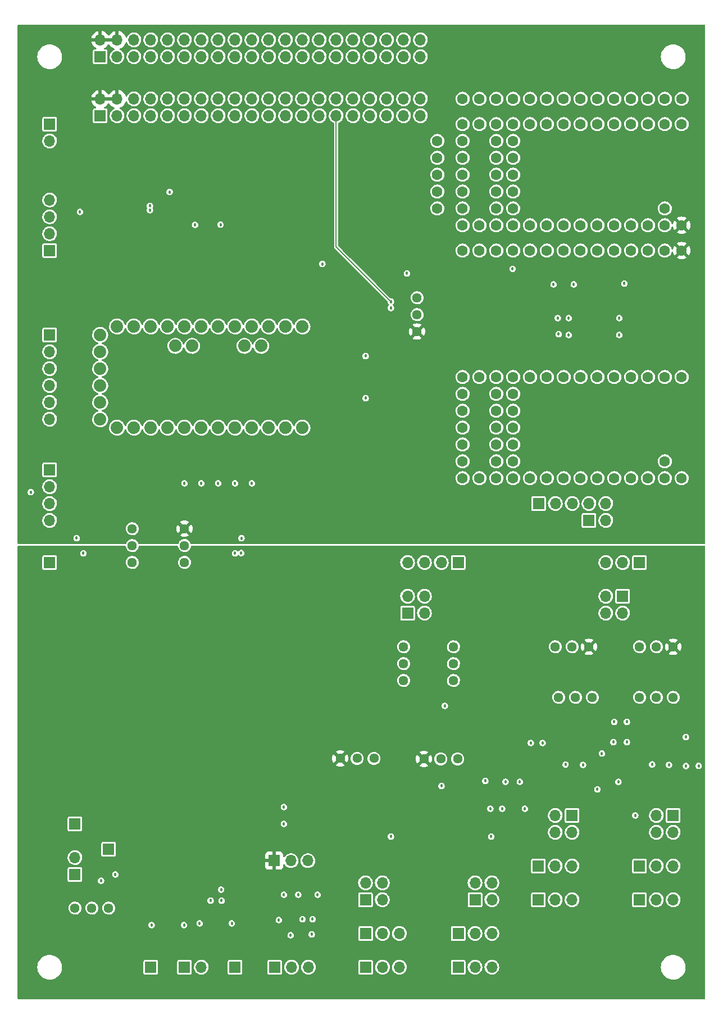
<source format=gbr>
%TF.GenerationSoftware,KiCad,Pcbnew,(6.0.4)*%
%TF.CreationDate,2022-04-15T06:39:39-07:00*%
%TF.ProjectId,main_board,6d61696e-5f62-46f6-9172-642e6b696361,rev?*%
%TF.SameCoordinates,PX48ab840PYb340ac0*%
%TF.FileFunction,Copper,L3,Inr*%
%TF.FilePolarity,Positive*%
%FSLAX46Y46*%
G04 Gerber Fmt 4.6, Leading zero omitted, Abs format (unit mm)*
G04 Created by KiCad (PCBNEW (6.0.4)) date 2022-04-15 06:39:39*
%MOMM*%
%LPD*%
G01*
G04 APERTURE LIST*
%TA.AperFunction,ComponentPad*%
%ADD10C,1.440000*%
%TD*%
%TA.AperFunction,ComponentPad*%
%ADD11O,1.700000X1.700000*%
%TD*%
%TA.AperFunction,ComponentPad*%
%ADD12R,1.700000X1.700000*%
%TD*%
%TA.AperFunction,ComponentPad*%
%ADD13C,1.879600*%
%TD*%
%TA.AperFunction,ComponentPad*%
%ADD14C,1.600000*%
%TD*%
%TA.AperFunction,ViaPad*%
%ADD15C,0.457200*%
%TD*%
%TA.AperFunction,Conductor*%
%ADD16C,0.127000*%
%TD*%
G04 APERTURE END LIST*
D10*
%TO.N,Net-(J18-Pad3)*%
%TO.C,InputB_Gain1*%
X60858400Y48260000D03*
X60858400Y45720000D03*
%TO.N,Net-(R13-Pad1)*%
X60858400Y43180000D03*
%TD*%
%TO.N,Net-(R30-Pad1)*%
%TO.C,GalvoB_Gain1*%
X81778000Y40640000D03*
X79238000Y40640000D03*
%TO.N,Net-(R20-Pad1)*%
X76698000Y40640000D03*
%TD*%
D11*
%TO.N,Net-(J27-Pad40)*%
%TO.C,J3*%
X55880000Y130805000D03*
%TO.N,GND*%
X55880000Y128265000D03*
%TO.N,Net-(J27-Pad38)*%
X53340000Y130805000D03*
%TO.N,Net-(J27-Pad37)*%
X53340000Y128265000D03*
%TO.N,Net-(J27-Pad36)*%
X50800000Y130805000D03*
%TO.N,Net-(J27-Pad35)*%
X50800000Y128265000D03*
%TO.N,GND*%
X48260000Y130805000D03*
%TO.N,Net-(J27-Pad33)*%
X48260000Y128265000D03*
%TO.N,Net-(J27-Pad32)*%
X45720000Y130805000D03*
%TO.N,/Veapons Hot*%
X45720000Y128265000D03*
%TO.N,GND*%
X43180000Y130805000D03*
%TO.N,/Prog_Reset*%
X43180000Y128265000D03*
%TO.N,Net-(J27-Pad28)*%
X40640000Y130805000D03*
%TO.N,Net-(J27-Pad27)*%
X40640000Y128265000D03*
%TO.N,Net-(J27-Pad26)*%
X38100000Y130805000D03*
%TO.N,GND*%
X38100000Y128265000D03*
%TO.N,Net-(J27-Pad24)*%
X35560000Y130805000D03*
%TO.N,Net-(J27-Pad23)*%
X35560000Y128265000D03*
%TO.N,Net-(J27-Pad22)*%
X33020000Y130805000D03*
%TO.N,Net-(J27-Pad21)*%
X33020000Y128265000D03*
%TO.N,GND*%
X30480000Y130805000D03*
%TO.N,Net-(J27-Pad19)*%
X30480000Y128265000D03*
%TO.N,Net-(J27-Pad18)*%
X27940000Y130805000D03*
%TO.N,+3V3*%
X27940000Y128265000D03*
%TO.N,Net-(J27-Pad16)*%
X25400000Y130805000D03*
%TO.N,Net-(J27-Pad15)*%
X25400000Y128265000D03*
%TO.N,GND*%
X22860000Y130805000D03*
%TO.N,Net-(J27-Pad13)*%
X22860000Y128265000D03*
%TO.N,Net-(J27-Pad12)*%
X20320000Y130805000D03*
%TO.N,Net-(J27-Pad11)*%
X20320000Y128265000D03*
%TO.N,Net-(J27-Pad10)*%
X17780000Y130805000D03*
%TO.N,GND*%
X17780000Y128265000D03*
%TO.N,Net-(J27-Pad8)*%
X15240000Y130805000D03*
%TO.N,Net-(J27-Pad7)*%
X15240000Y128265000D03*
%TO.N,GND*%
X12700000Y130805000D03*
%TO.N,Net-(J11-Pad3)*%
X12700000Y128265000D03*
%TO.N,+5V*%
X10160000Y130805000D03*
%TO.N,Net-(J11-Pad4)*%
X10160000Y128265000D03*
%TO.N,+5V*%
X7620000Y130805000D03*
D12*
%TO.N,+3V3*%
X7620000Y128265000D03*
%TD*%
%TO.N,LED_trigger*%
%TO.C,TP2*%
X8890000Y17780000D03*
%TD*%
D11*
%TO.N,Net-(J20-Pad3)*%
%TO.C,J20*%
X83820000Y60960000D03*
%TO.N,GND*%
X86360000Y60960000D03*
D12*
%TO.N,Net-(J20-Pad1)*%
X88900000Y60960000D03*
%TD*%
D11*
%TO.N,Net-(J21-Pad4)*%
%TO.C,J21*%
X83820000Y53340000D03*
%TO.N,Net-(J20-Pad3)*%
X83820000Y55880000D03*
%TO.N,Net-(J21-Pad2)*%
X86360000Y53340000D03*
D12*
%TO.N,Net-(J20-Pad1)*%
X86360000Y55880000D03*
%TD*%
D10*
%TO.N,-15V*%
%TO.C,GalvoA_Offset1*%
X93980000Y48260000D03*
%TO.N,Net-(R17-Pad2)*%
X91440000Y48260000D03*
%TO.N,+15V*%
X88900000Y48260000D03*
%TD*%
D11*
%TO.N,Net-(J7-Pad2)*%
%TO.C,J7*%
X3810000Y16510000D03*
D12*
%TO.N,GND*%
X3810000Y13970000D03*
%TD*%
D11*
%TO.N,Net-(J10-Pad2)*%
%TO.C,J23*%
X76200000Y20320000D03*
%TO.N,Net-(J23-Pad3)*%
X76200000Y22860000D03*
%TO.N,Net-(J10-Pad3)*%
X78740000Y20320000D03*
D12*
%TO.N,Net-(J23-Pad1)*%
X78740000Y22860000D03*
%TD*%
D11*
%TO.N,+15V*%
%TO.C,J22*%
X38915000Y16040000D03*
%TO.N,GND*%
X36375000Y16040000D03*
D12*
%TO.N,-15V*%
X33835000Y16040000D03*
%TD*%
D11*
%TO.N,Net-(J24-Pad4)*%
%TO.C,J24*%
X91440000Y20320000D03*
%TO.N,Net-(J24-Pad3)*%
X91440000Y22860000D03*
%TO.N,Net-(J24-Pad2)*%
X93980000Y20320000D03*
D12*
%TO.N,Net-(J24-Pad1)*%
X93980000Y22860000D03*
%TD*%
D10*
%TO.N,GND*%
%TO.C,Cam_Input1*%
X20320000Y60970000D03*
%TO.N,Net-(Cam_Input1-Pad2)*%
X20320000Y63510000D03*
%TO.N,+5V*%
X20320000Y66050000D03*
%TD*%
%TO.N,GND*%
%TO.C,Cam_Output1*%
X12446000Y60960000D03*
%TO.N,Net-(Cam_Output1-Pad2)*%
X12446000Y63500000D03*
%TO.N,+3V3*%
X12446000Y66040000D03*
%TD*%
%TO.N,Net-(J18-Pad1)*%
%TO.C,InputA_Gain1*%
X53340000Y48260000D03*
X53340000Y45720000D03*
%TO.N,Net-(R14-Pad1)*%
X53340000Y43180000D03*
%TD*%
D11*
%TO.N,Net-(J27-Pad40)*%
%TO.C,J27*%
X55880000Y139700000D03*
%TO.N,GND*%
X55880000Y137160000D03*
%TO.N,Net-(J27-Pad38)*%
X53340000Y139700000D03*
%TO.N,Net-(J27-Pad37)*%
X53340000Y137160000D03*
%TO.N,Net-(J27-Pad36)*%
X50800000Y139700000D03*
%TO.N,Net-(J27-Pad35)*%
X50800000Y137160000D03*
%TO.N,GND*%
X48260000Y139700000D03*
%TO.N,Net-(J27-Pad33)*%
X48260000Y137160000D03*
%TO.N,Net-(J27-Pad32)*%
X45720000Y139700000D03*
%TO.N,/Veapons Hot*%
X45720000Y137160000D03*
%TO.N,GND*%
X43180000Y139700000D03*
%TO.N,/Prog_Reset*%
X43180000Y137160000D03*
%TO.N,Net-(J27-Pad28)*%
X40640000Y139700000D03*
%TO.N,Net-(J27-Pad27)*%
X40640000Y137160000D03*
%TO.N,Net-(J27-Pad26)*%
X38100000Y139700000D03*
%TO.N,GND*%
X38100000Y137160000D03*
%TO.N,Net-(J27-Pad24)*%
X35560000Y139700000D03*
%TO.N,Net-(J27-Pad23)*%
X35560000Y137160000D03*
%TO.N,Net-(J27-Pad22)*%
X33020000Y139700000D03*
%TO.N,Net-(J27-Pad21)*%
X33020000Y137160000D03*
%TO.N,GND*%
X30480000Y139700000D03*
%TO.N,Net-(J27-Pad19)*%
X30480000Y137160000D03*
%TO.N,Net-(J27-Pad18)*%
X27940000Y139700000D03*
%TO.N,+3V3*%
X27940000Y137160000D03*
%TO.N,Net-(J27-Pad16)*%
X25400000Y139700000D03*
%TO.N,Net-(J27-Pad15)*%
X25400000Y137160000D03*
%TO.N,GND*%
X22860000Y139700000D03*
%TO.N,Net-(J27-Pad13)*%
X22860000Y137160000D03*
%TO.N,Net-(J27-Pad12)*%
X20320000Y139700000D03*
%TO.N,Net-(J27-Pad11)*%
X20320000Y137160000D03*
%TO.N,Net-(J27-Pad10)*%
X17780000Y139700000D03*
%TO.N,GND*%
X17780000Y137160000D03*
%TO.N,Net-(J27-Pad8)*%
X15240000Y139700000D03*
%TO.N,Net-(J27-Pad7)*%
X15240000Y137160000D03*
%TO.N,GND*%
X12700000Y139700000D03*
%TO.N,Net-(J11-Pad3)*%
X12700000Y137160000D03*
%TO.N,+5V*%
X10160000Y139700000D03*
%TO.N,Net-(J11-Pad4)*%
X10160000Y137160000D03*
%TO.N,+5V*%
X7620000Y139700000D03*
D12*
%TO.N,+3V3*%
X7620000Y137160000D03*
%TD*%
%TO.N,Net-(J12-Pad2)*%
%TO.C,TP5*%
X27940000Y0D03*
%TD*%
D11*
%TO.N,Net-(J14-Pad3)*%
%TO.C,J14*%
X52695000Y5080000D03*
%TO.N,GND*%
X50155000Y5080000D03*
D12*
%TO.N,Net-(J14-Pad1)*%
X47615000Y5080000D03*
%TD*%
D10*
%TO.N,-15V*%
%TO.C,GalvoB_Offset1*%
X81280000Y48260000D03*
%TO.N,Net-(R19-Pad1)*%
X78740000Y48260000D03*
%TO.N,+15V*%
X76200000Y48260000D03*
%TD*%
D11*
%TO.N,Net-(J18-Pad2)*%
%TO.C,J19*%
X53950000Y60960000D03*
%TO.N,GND*%
X56490000Y60960000D03*
%TO.N,Net-(J18-Pad4)*%
X59030000Y60960000D03*
D12*
%TO.N,GND*%
X61570000Y60960000D03*
%TD*%
D11*
%TO.N,Net-(FB1-Pad2)*%
%TO.C,J8*%
X38989000Y0D03*
%TO.N,Net-(FB2-Pad1)*%
X36449000Y0D03*
D12*
%TO.N,Net-(FB3-Pad2)*%
X33909000Y0D03*
%TD*%
D11*
%TO.N,Net-(J10-Pad3)*%
%TO.C,J26*%
X78740000Y10160000D03*
%TO.N,Net-(J10-Pad2)*%
X76200000Y10160000D03*
D12*
%TO.N,GND*%
X73660000Y10160000D03*
%TD*%
D13*
%TO.N,unconnected-(U16-PadJP7_12)*%
%TO.C,U16*%
X10160000Y81280000D03*
%TO.N,unconnected-(U16-PadJP7_11)*%
X12700000Y81280000D03*
%TO.N,unconnected-(U16-PadJP7_10)*%
X15240000Y81280000D03*
%TO.N,GND*%
X17780000Y81280000D03*
%TO.N,/LAZOR?*%
X20320000Y81280000D03*
%TO.N,/Fault*%
X22860000Y81280000D03*
%TO.N,/LAZOR!!!*%
X25400000Y81280000D03*
%TO.N,/Clear_Fault*%
X27940000Y81280000D03*
%TO.N,unconnected-(U16-PadJP7_4)*%
X30480000Y81280000D03*
%TO.N,unconnected-(U16-PadJP7_3)*%
X33020000Y81280000D03*
%TO.N,unconnected-(U16-PadJP7_2)*%
X35560000Y81280000D03*
%TO.N,unconnected-(U16-PadJP7_1)*%
X38100000Y81280000D03*
%TO.N,unconnected-(U16-PadJP6_12)*%
X38100000Y96520000D03*
%TO.N,unconnected-(U16-PadJP6_11)*%
X35560000Y96520000D03*
%TO.N,unconnected-(U16-PadJP6_10)*%
X33020000Y96520000D03*
%TO.N,unconnected-(U16-PadJP6_9)*%
X30480000Y96520000D03*
%TO.N,unconnected-(U16-PadJP6_8)*%
X27940000Y96520000D03*
%TO.N,unconnected-(U16-PadJP6_7)*%
X25400000Y96520000D03*
%TO.N,unconnected-(U16-PadJP6_6)*%
X22860000Y96520000D03*
%TO.N,unconnected-(U16-PadJP6_5)*%
X20320000Y96520000D03*
%TO.N,+3V3*%
X17780000Y96520000D03*
%TO.N,unconnected-(U16-PadJP6_3)*%
X15240000Y96520000D03*
%TO.N,GND*%
X12700000Y96520000D03*
%TO.N,unconnected-(U16-PadJP6_1)*%
X10160000Y96520000D03*
%TO.N,unconnected-(U16-PadJP3_2)*%
X29337000Y93599000D03*
%TO.N,unconnected-(U16-PadJP3_1)*%
X31877000Y93599000D03*
%TO.N,unconnected-(U16-PadJP2_2)*%
X18923000Y93599000D03*
%TO.N,unconnected-(U16-PadJP2_1)*%
X21463000Y93599000D03*
%TO.N,GND*%
X7620000Y82550000D03*
X7620000Y85090000D03*
%TO.N,+3V3*%
X7620000Y87630000D03*
%TO.N,Net-(U16-PadJP1_3)*%
X7620000Y90170000D03*
%TO.N,Net-(U16-PadJP1_2)*%
X7620000Y92710000D03*
%TO.N,Net-(U16-PadJP1_1)*%
X7620000Y95250000D03*
%TD*%
D11*
%TO.N,Net-(J12-Pad2)*%
%TO.C,J12*%
X22860000Y0D03*
D12*
%TO.N,GND*%
X20320000Y0D03*
%TD*%
D11*
%TO.N,Net-(J18-Pad2)*%
%TO.C,J5*%
X83820000Y69850000D03*
%TO.N,GND*%
X83820000Y67310000D03*
%TO.N,Net-(J18-Pad4)*%
X81280000Y69850000D03*
D12*
%TO.N,GND*%
X81280000Y67310000D03*
%TD*%
D11*
%TO.N,Net-(J18-Pad4)*%
%TO.C,J18*%
X56490006Y55880000D03*
%TO.N,Net-(J18-Pad3)*%
X56490006Y53340000D03*
%TO.N,Net-(J18-Pad2)*%
X53950006Y55880000D03*
D12*
%TO.N,Net-(J18-Pad1)*%
X53950006Y53340000D03*
%TD*%
D11*
%TO.N,Net-(J24-Pad2)*%
%TO.C,J25*%
X93980000Y15240000D03*
%TO.N,Net-(J24-Pad4)*%
X91440000Y15240000D03*
D12*
%TO.N,GND*%
X88900000Y15240000D03*
%TD*%
D11*
%TO.N,Net-(J20-Pad3)*%
%TO.C,J6*%
X78755000Y69850000D03*
%TO.N,GND*%
X76215000Y69850000D03*
D12*
%TO.N,Net-(J20-Pad1)*%
X73675000Y69850000D03*
%TD*%
D11*
%TO.N,Net-(J1-Pad3)*%
%TO.C,J15*%
X66650000Y5080000D03*
%TO.N,GND*%
X64110000Y5080000D03*
D12*
%TO.N,Net-(J1-Pad1)*%
X61570000Y5080000D03*
%TD*%
D10*
%TO.N,-15V*%
%TO.C,InputB_offset1*%
X56398000Y31369000D03*
%TO.N,Net-(R12-Pad1)*%
X58938000Y31369000D03*
%TO.N,+15V*%
X61478000Y31369000D03*
%TD*%
D11*
%TO.N,Net-(J16-Pad4)*%
%TO.C,J16*%
X50140006Y12694996D03*
%TO.N,Net-(J14-Pad3)*%
X50140006Y10154996D03*
%TO.N,Net-(J16-Pad2)*%
X47600006Y12694996D03*
D12*
%TO.N,Net-(J14-Pad1)*%
X47600006Y10154996D03*
%TD*%
D11*
%TO.N,GND*%
%TO.C,J13*%
X0Y124460000D03*
D12*
%TO.N,Net-(J13-Pad1)*%
X0Y127000000D03*
%TD*%
D11*
%TO.N,GND*%
%TO.C,J28*%
X0Y82550000D03*
X0Y85090000D03*
%TO.N,+3V3*%
X0Y87630000D03*
%TO.N,Net-(U16-PadJP1_3)*%
X0Y90170000D03*
%TO.N,Net-(U16-PadJP1_2)*%
X0Y92710000D03*
D12*
%TO.N,Net-(U16-PadJP1_1)*%
X0Y95250000D03*
%TD*%
D10*
%TO.N,GND*%
%TO.C,Prog1*%
X55372000Y100838000D03*
%TO.N,Net-(Prog1-Pad2)*%
X55372000Y98298000D03*
%TO.N,+5V*%
X55372000Y95758000D03*
%TD*%
D11*
%TO.N,Net-(J11-Pad4)*%
%TO.C,J11*%
X0Y115580000D03*
%TO.N,Net-(J11-Pad3)*%
X0Y113040000D03*
%TO.N,+3V3*%
X0Y110500000D03*
D12*
%TO.N,GND*%
X0Y107960000D03*
%TD*%
%TO.N,/Cam_In*%
%TO.C,TP1*%
X0Y60960000D03*
%TD*%
%TO.N,Net-(J7-Pad2)*%
%TO.C,TP3*%
X3810000Y21590000D03*
%TD*%
D14*
%TO.N,unconnected-(U11-Pad44)*%
%TO.C,U11*%
X69850000Y86360000D03*
%TO.N,unconnected-(U11-Pad43)*%
X67310000Y86360000D03*
%TO.N,unconnected-(U11-Pad42)*%
X69850000Y83820000D03*
%TO.N,unconnected-(U11-Pad41)*%
X67310000Y83820000D03*
%TO.N,unconnected-(U11-Pad40)*%
X69850000Y81280000D03*
%TO.N,unconnected-(U11-Pad39)*%
X67310000Y81280000D03*
%TO.N,unconnected-(U11-Pad38)*%
X69850000Y78740000D03*
%TO.N,unconnected-(U11-Pad37)*%
X67310000Y78740000D03*
%TO.N,unconnected-(U11-Pad36)*%
X69850000Y76200000D03*
%TO.N,unconnected-(U11-Pad35)*%
X67310000Y76200000D03*
%TO.N,unconnected-(U11-Pad34)*%
X92710000Y76200000D03*
%TO.N,unconnected-(U11-Pad33)*%
X95250000Y73660000D03*
%TO.N,GND*%
X92710000Y73660000D03*
%TO.N,SGT_3.3*%
X90170000Y73660000D03*
%TO.N,SGT_MCLK*%
X87630000Y73660000D03*
%TO.N,unconnected-(U11-Pad29)*%
X85090000Y73660000D03*
%TO.N,SGT_BCLK*%
X82550000Y73660000D03*
%TO.N,SGT_LRCLK*%
X80010000Y73660000D03*
%TO.N,SGT_SCL*%
X77470000Y73660000D03*
%TO.N,SGT_SDA*%
X74930000Y73660000D03*
%TO.N,unconnected-(U11-Pad24)*%
X72390000Y73660000D03*
%TO.N,unconnected-(U11-Pad23)*%
X69850000Y73660000D03*
%TO.N,unconnected-(U11-Pad22)*%
X67310000Y73660000D03*
%TO.N,unconnected-(U11-Pad21)*%
X64770000Y73660000D03*
%TO.N,unconnected-(U11-Pad20)*%
X62230000Y73660000D03*
%TO.N,unconnected-(U11-Pad19)*%
X62230000Y76200000D03*
%TO.N,unconnected-(U11-Pad18)*%
X62230000Y78740000D03*
%TO.N,GND*%
X62230000Y81280000D03*
%TO.N,unconnected-(U11-Pad16)*%
X62230000Y83820000D03*
%TO.N,unconnected-(U11-Pad15)*%
X62230000Y86360000D03*
%TO.N,unconnected-(U11-Pad14)*%
X62230000Y88900000D03*
%TO.N,unconnected-(U11-Pad13)*%
X64770000Y88900000D03*
%TO.N,SGT_RX*%
X67310000Y88900000D03*
%TO.N,SGT_TX*%
X69850000Y88900000D03*
%TO.N,unconnected-(U11-Pad10)*%
X72390000Y88900000D03*
%TO.N,unconnected-(U11-Pad9)*%
X74930000Y88900000D03*
%TO.N,unconnected-(U11-Pad8)*%
X77470000Y88900000D03*
%TO.N,unconnected-(U11-Pad7)*%
X80010000Y88900000D03*
%TO.N,unconnected-(U11-Pad6)*%
X82550000Y88900000D03*
%TO.N,unconnected-(U11-Pad5)*%
X85090000Y88900000D03*
%TO.N,unconnected-(U11-Pad4)*%
X87630000Y88900000D03*
%TO.N,unconnected-(U11-Pad3)*%
X90170000Y88900000D03*
%TO.N,unconnected-(U11-Pad2)*%
X92710000Y88900000D03*
%TO.N,GND*%
X95250000Y88900000D03*
%TD*%
D11*
%TO.N,Net-(J24-Pad2)*%
%TO.C,J9*%
X93980000Y10160000D03*
%TO.N,Net-(J24-Pad4)*%
X91440000Y10160000D03*
D12*
%TO.N,GND*%
X88900000Y10160000D03*
%TD*%
D11*
%TO.N,Net-(J17-Pad4)*%
%TO.C,J17*%
X66650006Y12700000D03*
%TO.N,Net-(J1-Pad3)*%
X66650006Y10160000D03*
%TO.N,Net-(J17-Pad2)*%
X64110006Y12700000D03*
D12*
%TO.N,Net-(J1-Pad1)*%
X64110006Y10160000D03*
%TD*%
D10*
%TO.N,GND*%
%TO.C,LED_Trigger1*%
X3810000Y8890000D03*
%TO.N,Net-(U12-Pad3)*%
X6350000Y8890000D03*
%TO.N,+5V*%
X8890000Y8890000D03*
%TD*%
%TO.N,-15V*%
%TO.C,InputA_offset1*%
X43799600Y31445200D03*
%TO.N,Net-(R10-Pad2)*%
X46339600Y31445200D03*
%TO.N,+15V*%
X48879600Y31445200D03*
%TD*%
D12*
%TO.N,Net-(C7-Pad1)*%
%TO.C,TP4*%
X15240000Y0D03*
%TD*%
D14*
%TO.N,unconnected-(U10-Pad44)*%
%TO.C,U10*%
X69850000Y124460000D03*
%TO.N,unconnected-(U10-Pad43)*%
X67310000Y124460000D03*
%TO.N,unconnected-(U10-Pad42)*%
X69850000Y121920000D03*
%TO.N,unconnected-(U10-Pad41)*%
X67310000Y121920000D03*
%TO.N,unconnected-(U10-Pad40)*%
X69850000Y119380000D03*
%TO.N,unconnected-(U10-Pad39)*%
X67310000Y119380000D03*
%TO.N,unconnected-(U10-Pad38)*%
X69850000Y116840000D03*
%TO.N,unconnected-(U10-Pad37)*%
X67310000Y116840000D03*
%TO.N,unconnected-(U10-Pad36)*%
X69850000Y114300000D03*
%TO.N,unconnected-(U10-Pad35)*%
X67310000Y114300000D03*
%TO.N,unconnected-(U10-Pad34)*%
X92710000Y114300000D03*
%TO.N,+5V*%
X95250000Y107950000D03*
X95250000Y111760000D03*
%TO.N,GND*%
X92710000Y107950000D03*
X92710000Y111760000D03*
%TO.N,SGT_3.3*%
X90170000Y107950000D03*
X90170000Y111760000D03*
%TO.N,SGT_MCLK*%
X87630000Y111760000D03*
X87630000Y107950000D03*
%TO.N,unconnected-(U10-Pad29)*%
X85090000Y111760000D03*
X85090000Y107950000D03*
%TO.N,SGT_BCLK*%
X82550000Y111760000D03*
X82550000Y107950000D03*
%TO.N,SGT_LRCLK*%
X80010000Y107950000D03*
X80010000Y111760000D03*
%TO.N,SGT_SCL*%
X77470000Y111760000D03*
X77470000Y107950000D03*
%TO.N,SGT_SDA*%
X74930000Y111760000D03*
X74930000Y107950000D03*
%TO.N,/Fault*%
X72390000Y111760000D03*
X72390000Y107950000D03*
%TO.N,/Clear_Fault*%
X69850000Y111760000D03*
X69850000Y107950000D03*
%TO.N,/LAZOR?*%
X67310000Y107950000D03*
X67310000Y111760000D03*
%TO.N,unconnected-(U10-Pad21)*%
X64770000Y107950000D03*
X64770000Y111760000D03*
%TO.N,Net-(J27-Pad23)*%
X62230000Y111760000D03*
X62230000Y107950000D03*
%TO.N,unconnected-(U10-Pad19)*%
X62230000Y114300000D03*
X58420000Y114300000D03*
%TO.N,Net-(U10-Pad18)*%
X62230000Y116840000D03*
X58420000Y116840000D03*
%TO.N,GND*%
X58420000Y119380000D03*
X62230000Y119380000D03*
%TO.N,unconnected-(U10-Pad16)*%
X62230000Y121920000D03*
X58420000Y121920000D03*
%TO.N,unconnected-(U10-Pad15)*%
X62230000Y124460000D03*
X58420000Y124460000D03*
%TO.N,Net-(J27-Pad19)*%
X62230000Y130810000D03*
X62230000Y127000000D03*
%TO.N,Net-(J27-Pad21)*%
X64770000Y130810000D03*
X64770000Y127000000D03*
%TO.N,Net-(J27-Pad24)*%
X67310000Y130810000D03*
X67310000Y127000000D03*
%TO.N,unconnected-(U10-Pad11)*%
X69850000Y130810000D03*
X69850000Y127000000D03*
%TO.N,SGT_RX*%
X72390000Y127000000D03*
X72390000Y130810000D03*
%TO.N,SGT_TX*%
X74930000Y127000000D03*
X74930000Y130810000D03*
%TO.N,Net-(J27-Pad33)*%
X77470000Y127000000D03*
X77470000Y130810000D03*
%TO.N,Net-(J27-Pad32)*%
X80010000Y127000000D03*
X80010000Y130810000D03*
%TO.N,Net-(J27-Pad7)*%
X82550000Y127000000D03*
X82550000Y130810000D03*
%TO.N,Net-(J27-Pad15)*%
X85090000Y130810000D03*
X85090000Y127000000D03*
%TO.N,PWM_DAC*%
X87630000Y127000000D03*
X87630000Y130810000D03*
%TO.N,unconnected-(U10-Pad3)*%
X90170000Y130810000D03*
X90170000Y127000000D03*
%TO.N,unconnected-(U10-Pad2)*%
X92710000Y130810000D03*
X92710000Y127000000D03*
%TO.N,GND*%
X95250000Y127000000D03*
X95250000Y130810000D03*
%TD*%
D10*
%TO.N,Net-(R24-Pad1)*%
%TO.C,GalvoA_Gain1*%
X93970000Y40640000D03*
X91430000Y40640000D03*
%TO.N,Net-(R21-Pad1)*%
X88890000Y40640000D03*
%TD*%
D11*
%TO.N,/Cam_In*%
%TO.C,J4*%
X0Y67300000D03*
%TO.N,LED_trigger*%
X0Y69840000D03*
%TO.N,GND*%
X0Y72380000D03*
D12*
X0Y74920000D03*
%TD*%
D11*
%TO.N,Net-(J1-Pad3)*%
%TO.C,J1*%
X66650000Y0D03*
%TO.N,GND*%
X64110000Y0D03*
D12*
%TO.N,Net-(J1-Pad1)*%
X61570000Y0D03*
%TD*%
D11*
%TO.N,Net-(J10-Pad3)*%
%TO.C,J10*%
X78740000Y15240000D03*
%TO.N,Net-(J10-Pad2)*%
X76200000Y15240000D03*
D12*
%TO.N,GND*%
X73660000Y15240000D03*
%TD*%
D11*
%TO.N,Net-(J14-Pad3)*%
%TO.C,J2*%
X52695000Y0D03*
%TO.N,GND*%
X50155000Y0D03*
D12*
%TO.N,Net-(J14-Pad1)*%
X47615000Y0D03*
%TD*%
D15*
%TO.N,+3V3*%
X4064000Y64643000D03*
X76708000Y95377000D03*
X76581000Y97790000D03*
X-2844800Y71551800D03*
X18084800Y116763800D03*
X15113000Y114681000D03*
X75946000Y102870000D03*
%TO.N,+15V*%
X88265000Y22860000D03*
X40386000Y10922000D03*
X35306000Y21590000D03*
X39497000Y4953000D03*
X80391000Y30480000D03*
X93345000Y30480000D03*
X66548000Y19685000D03*
X15367000Y6350000D03*
X66421000Y23876000D03*
X59055000Y27305000D03*
X51435000Y19685000D03*
X65659000Y28067000D03*
X35306000Y24130000D03*
X59563000Y39370000D03*
X39624000Y7239000D03*
%TO.N,-15V*%
X46355000Y15875000D03*
X33020000Y7112000D03*
X89535000Y35560000D03*
X42037000Y21590000D03*
X76454000Y35433000D03*
X84455000Y27940000D03*
X61595000Y15875000D03*
X43434000Y24130000D03*
X20320000Y10160000D03*
X32385000Y10922000D03*
X73279000Y23876000D03*
X53975000Y23495000D03*
X54610000Y35560000D03*
X73914000Y28067000D03*
X33147000Y4826000D03*
%TO.N,+5V*%
X49149000Y98425000D03*
X11684000Y113792000D03*
X7752500Y13020000D03*
X27051000Y64643000D03*
X84201000Y97790000D03*
X5715000Y113665000D03*
X84328000Y95123000D03*
X83566000Y102870000D03*
%TO.N,Net-(J27-Pad15)*%
X41097200Y105943400D03*
X28879800Y62382400D03*
%TO.N,PWM_DAC*%
X25845000Y11684000D03*
%TO.N,Net-(C7-Pad1)*%
X27445000Y6604000D03*
X20255000Y6350000D03*
%TO.N,Net-(R24-Pad2)*%
X97815400Y30327600D03*
X90805000Y30545000D03*
%TO.N,Net-(R30-Pad2)*%
X83235800Y32181800D03*
X77749400Y30530800D03*
%TO.N,Net-(R25-Pad2)*%
X95910400Y30302200D03*
X85725000Y27914600D03*
%TO.N,GND*%
X53848000Y104521000D03*
X70866000Y27940000D03*
X5080000Y62357000D03*
X27940000Y72898000D03*
X68199000Y23876000D03*
X47625000Y85725000D03*
X20320000Y72898000D03*
X71628000Y23876000D03*
X74295000Y33782000D03*
X25400000Y72898000D03*
X25755600Y111861600D03*
X25908000Y10033000D03*
X15113000Y114046000D03*
X22860000Y72898000D03*
X27940000Y62357000D03*
X37465000Y10922000D03*
X82550000Y26797000D03*
X38100000Y7239000D03*
X95885000Y34671000D03*
X68707000Y27940000D03*
X22606000Y6604000D03*
X9906000Y13970000D03*
X86995000Y36957000D03*
X78994000Y102870000D03*
X47625000Y92075000D03*
X78232000Y95250000D03*
X36322000Y4826000D03*
X85090000Y36957000D03*
X85852000Y97790000D03*
X84963000Y33909000D03*
X34544000Y7112000D03*
X85852000Y95250000D03*
X51435000Y99314000D03*
X86995000Y33909000D03*
X35306000Y10922000D03*
X24257000Y10033000D03*
X30480000Y72898000D03*
X72517000Y33782000D03*
X86614000Y102997000D03*
X78232000Y97790000D03*
%TO.N,Net-(J13-Pad1)*%
X4572000Y113792000D03*
%TO.N,/LAZOR?*%
X21908000Y111823000D03*
%TO.N,/Prog_Reset*%
X51429500Y100264000D03*
%TO.N,/Cam_In*%
X28905200Y64617600D03*
%TO.N,/Fault*%
X69773800Y105206800D03*
%TD*%
D16*
%TO.N,/Prog_Reset*%
X43180000Y128265000D02*
X43180000Y108513500D01*
X43180000Y108513500D02*
X51429500Y100264000D01*
%TD*%
%TA.AperFunction,Conductor*%
%TO.N,+5V*%
G36*
X98747621Y141965498D02*
G01*
X98794114Y141911842D01*
X98805500Y141859500D01*
X98805500Y63880000D01*
X98785498Y63811879D01*
X98731842Y63765386D01*
X98679500Y63754000D01*
X21357897Y63754000D01*
X21289776Y63774002D01*
X21243283Y63827658D01*
X21237275Y63843583D01*
X21227111Y63877248D01*
X21227111Y63877249D01*
X21225329Y63883150D01*
X21143820Y64036447D01*
X21138503Y64046447D01*
X21138501Y64046450D01*
X21135609Y64051889D01*
X21131719Y64056659D01*
X21131716Y64056663D01*
X21018717Y64195213D01*
X21018714Y64195216D01*
X21014822Y64199988D01*
X20867570Y64321806D01*
X20699461Y64412702D01*
X20516899Y64469215D01*
X20510781Y64469858D01*
X20510776Y64469859D01*
X20332965Y64488547D01*
X20332963Y64488547D01*
X20326836Y64489191D01*
X20247644Y64481984D01*
X20142652Y64472429D01*
X20142649Y64472428D01*
X20136513Y64471870D01*
X20130607Y64470132D01*
X20130603Y64470131D01*
X19997352Y64430912D01*
X19953180Y64417912D01*
X19783818Y64329372D01*
X19779018Y64325512D01*
X19779017Y64325512D01*
X19729908Y64286027D01*
X19634879Y64209622D01*
X19512036Y64063224D01*
X19509068Y64057826D01*
X19509065Y64057821D01*
X19497315Y64036447D01*
X19419969Y63895754D01*
X19418107Y63889885D01*
X19418106Y63889882D01*
X19402886Y63841902D01*
X19363223Y63783018D01*
X19298021Y63754925D01*
X19282784Y63754000D01*
X13480878Y63754000D01*
X13412757Y63774002D01*
X13366264Y63827658D01*
X13360256Y63843582D01*
X13353110Y63867251D01*
X13351329Y63873150D01*
X13261609Y64041889D01*
X13257719Y64046659D01*
X13257716Y64046663D01*
X13144717Y64185213D01*
X13144714Y64185216D01*
X13140822Y64189988D01*
X13134676Y64195073D01*
X13063739Y64253757D01*
X12993570Y64311806D01*
X12825461Y64402702D01*
X12642899Y64459215D01*
X12636781Y64459858D01*
X12636776Y64459859D01*
X12458965Y64478547D01*
X12458963Y64478547D01*
X12452836Y64479191D01*
X12378535Y64472429D01*
X12268652Y64462429D01*
X12268649Y64462428D01*
X12262513Y64461870D01*
X12256607Y64460132D01*
X12256603Y64460131D01*
X12123352Y64420912D01*
X12079180Y64407912D01*
X11909818Y64319372D01*
X11905018Y64315512D01*
X11905017Y64315512D01*
X11767436Y64204894D01*
X11760879Y64199622D01*
X11638036Y64053224D01*
X11635068Y64047826D01*
X11635065Y64047821D01*
X11558584Y63908701D01*
X11545969Y63885754D01*
X11544108Y63879887D01*
X11544107Y63879885D01*
X11532058Y63841901D01*
X11492395Y63783017D01*
X11427192Y63754925D01*
X11411956Y63754000D01*
X-4699500Y63754000D01*
X-4767621Y63774002D01*
X-4814114Y63827658D01*
X-4825500Y63880000D01*
X-4825500Y64648963D01*
X3575968Y64648963D01*
X3577132Y64640061D01*
X3577132Y64640058D01*
X3592746Y64520654D01*
X3592747Y64520650D01*
X3593911Y64511749D01*
X3649644Y64385086D01*
X3738687Y64279157D01*
X3853881Y64202477D01*
X3943749Y64174400D01*
X3977398Y64163887D01*
X3977399Y64163887D01*
X3985967Y64161210D01*
X4051599Y64160008D01*
X4115348Y64158839D01*
X4115351Y64158839D01*
X4124326Y64158675D01*
X4132989Y64161037D01*
X4132991Y64161037D01*
X4249171Y64192711D01*
X4257835Y64195073D01*
X4375762Y64267481D01*
X4468627Y64370076D01*
X4497145Y64428937D01*
X4525050Y64486532D01*
X4525051Y64486534D01*
X4528964Y64494611D01*
X4550658Y64623563D01*
X28417168Y64623563D01*
X28418332Y64614661D01*
X28418332Y64614658D01*
X28433946Y64495254D01*
X28433947Y64495250D01*
X28435111Y64486349D01*
X28490844Y64359686D01*
X28579887Y64253757D01*
X28695081Y64177077D01*
X28788490Y64147894D01*
X28818598Y64138487D01*
X28818599Y64138487D01*
X28827167Y64135810D01*
X28892799Y64134608D01*
X28956548Y64133439D01*
X28956551Y64133439D01*
X28965526Y64133275D01*
X28974189Y64135637D01*
X28974191Y64135637D01*
X29090371Y64167311D01*
X29099035Y64169673D01*
X29216962Y64242081D01*
X29309827Y64344676D01*
X29341366Y64409773D01*
X29366250Y64461132D01*
X29366251Y64461134D01*
X29370164Y64469211D01*
X29393122Y64605675D01*
X29393268Y64617600D01*
X29392026Y64626278D01*
X29374923Y64745697D01*
X29374922Y64745699D01*
X29373650Y64754584D01*
X29316374Y64880557D01*
X29226044Y64985390D01*
X29109921Y65060657D01*
X29101319Y65063229D01*
X29101316Y65063231D01*
X28985944Y65097734D01*
X28985945Y65097734D01*
X28977341Y65100307D01*
X28968365Y65100362D01*
X28968364Y65100362D01*
X28909141Y65100723D01*
X28838962Y65101152D01*
X28830331Y65098685D01*
X28830329Y65098685D01*
X28714541Y65065593D01*
X28714538Y65065592D01*
X28705907Y65063125D01*
X28588873Y64989282D01*
X28497269Y64885560D01*
X28493455Y64877437D01*
X28493454Y64877435D01*
X28465450Y64817788D01*
X28438458Y64760297D01*
X28437078Y64751432D01*
X28437077Y64751430D01*
X28419095Y64635937D01*
X28417168Y64623563D01*
X4550658Y64623563D01*
X4551922Y64631075D01*
X4552068Y64643000D01*
X4549944Y64657835D01*
X4533723Y64771097D01*
X4533722Y64771099D01*
X4532450Y64779984D01*
X4475174Y64905957D01*
X4384844Y65010790D01*
X4368507Y65021379D01*
X19655933Y65021379D01*
X19665227Y65009365D01*
X19699146Y64985615D01*
X19708641Y64980132D01*
X19893413Y64893972D01*
X19903705Y64890226D01*
X20100632Y64837460D01*
X20111425Y64835557D01*
X20314525Y64817788D01*
X20325475Y64817788D01*
X20528575Y64835557D01*
X20539368Y64837460D01*
X20736295Y64890226D01*
X20746587Y64893972D01*
X20931359Y64980132D01*
X20940854Y64985615D01*
X20975607Y65009949D01*
X20983983Y65020428D01*
X20976916Y65033873D01*
X20332811Y65677979D01*
X20318868Y65685592D01*
X20317034Y65685461D01*
X20310420Y65681210D01*
X19662360Y65033149D01*
X19655933Y65021379D01*
X4368507Y65021379D01*
X4268721Y65086057D01*
X4260119Y65088629D01*
X4260116Y65088631D01*
X4144744Y65123134D01*
X4144745Y65123134D01*
X4136141Y65125707D01*
X4127165Y65125762D01*
X4127164Y65125762D01*
X4067941Y65126123D01*
X3997762Y65126552D01*
X3989131Y65124085D01*
X3989129Y65124085D01*
X3873341Y65090993D01*
X3873338Y65090992D01*
X3864707Y65088525D01*
X3747673Y65014682D01*
X3741731Y65007954D01*
X3722002Y64985615D01*
X3656069Y64910960D01*
X3652255Y64902837D01*
X3652254Y64902835D01*
X3641795Y64880557D01*
X3597258Y64785697D01*
X3595878Y64776832D01*
X3595877Y64776830D01*
X3591030Y64745697D01*
X3575968Y64648963D01*
X-4825500Y64648963D01*
X-4825500Y66053672D01*
X11466880Y66053672D01*
X11482872Y65863233D01*
X11535549Y65679527D01*
X11538367Y65674045D01*
X11538368Y65674041D01*
X11620085Y65515037D01*
X11620088Y65515033D01*
X11622905Y65509551D01*
X11741612Y65359780D01*
X11746306Y65355785D01*
X11770086Y65335547D01*
X11887149Y65235918D01*
X11892527Y65232912D01*
X11892529Y65232911D01*
X11932733Y65210442D01*
X12053972Y65142684D01*
X12235728Y65083628D01*
X12425493Y65061000D01*
X12431628Y65061472D01*
X12431630Y65061472D01*
X12495393Y65066378D01*
X12616039Y65075661D01*
X12800108Y65127055D01*
X12805612Y65129835D01*
X12965189Y65210442D01*
X12965191Y65210443D01*
X12970690Y65213221D01*
X13121286Y65330880D01*
X13125312Y65335544D01*
X13125315Y65335547D01*
X13206110Y65429150D01*
X13246161Y65475549D01*
X13340557Y65641717D01*
X13355153Y65685592D01*
X13398934Y65817204D01*
X13400881Y65823056D01*
X13424833Y66012659D01*
X13425215Y66040000D01*
X13424771Y66044525D01*
X19087788Y66044525D01*
X19105557Y65841425D01*
X19107460Y65830632D01*
X19160226Y65633705D01*
X19163972Y65623413D01*
X19250135Y65438636D01*
X19255613Y65429150D01*
X19279949Y65394393D01*
X19290428Y65386017D01*
X19303872Y65393083D01*
X19947979Y66037189D01*
X19954356Y66048868D01*
X20684408Y66048868D01*
X20684539Y66047034D01*
X20688790Y66040420D01*
X21336851Y65392360D01*
X21348621Y65385933D01*
X21360635Y65395228D01*
X21384387Y65429150D01*
X21389865Y65438636D01*
X21476028Y65623413D01*
X21479774Y65633705D01*
X21532540Y65830632D01*
X21534443Y65841425D01*
X21552212Y66044525D01*
X21552212Y66055475D01*
X21534443Y66258575D01*
X21532540Y66269368D01*
X21479774Y66466295D01*
X21476028Y66476587D01*
X21389865Y66661364D01*
X21384387Y66670850D01*
X21360051Y66705607D01*
X21349572Y66713983D01*
X21336128Y66706917D01*
X20692021Y66062811D01*
X20684408Y66048868D01*
X19954356Y66048868D01*
X19955592Y66051132D01*
X19955461Y66052966D01*
X19951210Y66059580D01*
X19303149Y66707640D01*
X19291379Y66714067D01*
X19279365Y66704772D01*
X19255613Y66670850D01*
X19250135Y66661364D01*
X19163972Y66476587D01*
X19160226Y66466295D01*
X19107460Y66269368D01*
X19105557Y66258575D01*
X19087788Y66055475D01*
X19087788Y66044525D01*
X13424771Y66044525D01*
X13406566Y66230197D01*
X13351329Y66413150D01*
X13261609Y66581889D01*
X13257719Y66586659D01*
X13257716Y66586663D01*
X13144717Y66725213D01*
X13144714Y66725216D01*
X13140822Y66729988D01*
X13115872Y66750629D01*
X12998319Y66847877D01*
X12993570Y66851806D01*
X12825461Y66942702D01*
X12642899Y66999215D01*
X12636781Y66999858D01*
X12636776Y66999859D01*
X12458965Y67018547D01*
X12458963Y67018547D01*
X12452836Y67019191D01*
X12373644Y67011984D01*
X12268652Y67002429D01*
X12268649Y67002428D01*
X12262513Y67001870D01*
X12256607Y67000132D01*
X12256603Y67000131D01*
X12123352Y66960912D01*
X12079180Y66947912D01*
X11909818Y66859372D01*
X11905018Y66855512D01*
X11905017Y66855512D01*
X11895521Y66847877D01*
X11760879Y66739622D01*
X11638036Y66593224D01*
X11635068Y66587826D01*
X11635065Y66587821D01*
X11560397Y66451998D01*
X11545969Y66425754D01*
X11544108Y66419887D01*
X11544107Y66419885D01*
X11492544Y66257338D01*
X11488183Y66243590D01*
X11466880Y66053672D01*
X-4825500Y66053672D01*
X-4825500Y67329036D01*
X-1108852Y67329036D01*
X-1095576Y67126478D01*
X-1094155Y67120882D01*
X-1094154Y67120877D01*
X-1049569Y66945326D01*
X-1045608Y66929731D01*
X-1043191Y66924488D01*
X-1007873Y66847877D01*
X-960623Y66745384D01*
X-957290Y66740668D01*
X-856428Y66597951D01*
X-843467Y66579611D01*
X-698062Y66437965D01*
X-693258Y66434755D01*
X-669365Y66418790D01*
X-529280Y66325188D01*
X-523977Y66322910D01*
X-523974Y66322908D01*
X-374234Y66258575D01*
X-342772Y66245058D01*
X-290685Y66233272D01*
X-150421Y66201533D01*
X-150416Y66201532D01*
X-144784Y66200258D01*
X-139013Y66200031D01*
X-139011Y66200031D01*
X-79244Y66197683D01*
X58053Y66192288D01*
X158499Y66206852D01*
X253231Y66220587D01*
X253236Y66220588D01*
X258945Y66221416D01*
X264409Y66223271D01*
X264414Y66223272D01*
X445693Y66284808D01*
X445698Y66284810D01*
X451165Y66286666D01*
X469022Y66296666D01*
X583360Y66360699D01*
X628276Y66385853D01*
X644742Y66399547D01*
X779913Y66511969D01*
X784345Y66515655D01*
X834181Y66575576D01*
X910453Y66667282D01*
X910455Y66667285D01*
X914147Y66671724D01*
X1013334Y66848835D01*
X1015190Y66854302D01*
X1015192Y66854307D01*
X1076728Y67035586D01*
X1076729Y67035591D01*
X1078584Y67041055D01*
X1079412Y67046764D01*
X1079413Y67046769D01*
X1084169Y67079572D01*
X19656017Y67079572D01*
X19663083Y67066128D01*
X20307189Y66422021D01*
X20321132Y66414408D01*
X20322966Y66414539D01*
X20329580Y66418790D01*
X20977640Y67066851D01*
X20984067Y67078621D01*
X20974773Y67090635D01*
X20940854Y67114385D01*
X20931359Y67119868D01*
X20746587Y67206028D01*
X20736295Y67209774D01*
X20539368Y67262540D01*
X20528575Y67264443D01*
X20325475Y67282212D01*
X20314525Y67282212D01*
X20111425Y67264443D01*
X20100632Y67262540D01*
X19903705Y67209774D01*
X19893413Y67206028D01*
X19708636Y67119865D01*
X19699150Y67114387D01*
X19664393Y67090051D01*
X19656017Y67079572D01*
X1084169Y67079572D01*
X1107179Y67238273D01*
X1107712Y67241947D01*
X1109232Y67300000D01*
X1090658Y67502141D01*
X1086270Y67517701D01*
X1037125Y67691954D01*
X1037124Y67691956D01*
X1035557Y67697513D01*
X1028072Y67712693D01*
X948331Y67874391D01*
X945776Y67879572D01*
X942178Y67884391D01*
X827777Y68037591D01*
X824320Y68042221D01*
X675258Y68180013D01*
X670375Y68183094D01*
X670371Y68183097D01*
X667249Y68185067D01*
X80175500Y68185067D01*
X80175501Y66434934D01*
X80190266Y66360699D01*
X80197161Y66350380D01*
X80197162Y66350378D01*
X80237516Y66289985D01*
X80246516Y66276516D01*
X80330699Y66220266D01*
X80404933Y66205500D01*
X81279858Y66205500D01*
X82155066Y66205501D01*
X82190818Y66212612D01*
X82217126Y66217844D01*
X82217128Y66217845D01*
X82229301Y66220266D01*
X82239621Y66227161D01*
X82239622Y66227162D01*
X82303168Y66269623D01*
X82313484Y66276516D01*
X82369734Y66360699D01*
X82384500Y66434933D01*
X82384499Y67339036D01*
X82711148Y67339036D01*
X82724424Y67136478D01*
X82725845Y67130882D01*
X82725846Y67130877D01*
X82759052Y67000131D01*
X82774392Y66939731D01*
X82776809Y66934488D01*
X82813217Y66855512D01*
X82859377Y66755384D01*
X82976533Y66589611D01*
X83121938Y66447965D01*
X83126742Y66444755D01*
X83165601Y66418790D01*
X83290720Y66335188D01*
X83296023Y66332910D01*
X83296026Y66332908D01*
X83469042Y66258575D01*
X83477228Y66255058D01*
X83550244Y66238536D01*
X83669579Y66211533D01*
X83669584Y66211532D01*
X83675216Y66210258D01*
X83680987Y66210031D01*
X83680989Y66210031D01*
X83740756Y66207683D01*
X83878053Y66202288D01*
X83985348Y66217845D01*
X84073231Y66230587D01*
X84073236Y66230588D01*
X84078945Y66231416D01*
X84084409Y66233271D01*
X84084414Y66233272D01*
X84265693Y66294808D01*
X84265698Y66294810D01*
X84271165Y66296666D01*
X84318024Y66322908D01*
X84345683Y66338398D01*
X84448276Y66395853D01*
X84461980Y66407250D01*
X84599913Y66521969D01*
X84604345Y66525655D01*
X84722136Y66667282D01*
X84730453Y66677282D01*
X84730455Y66677285D01*
X84734147Y66681724D01*
X84833334Y66858835D01*
X84835190Y66864302D01*
X84835192Y66864307D01*
X84896728Y67045586D01*
X84896729Y67045591D01*
X84898584Y67051055D01*
X84899412Y67056764D01*
X84899413Y67056769D01*
X84927179Y67248273D01*
X84927712Y67251947D01*
X84929232Y67310000D01*
X84910658Y67512141D01*
X84905446Y67530622D01*
X84857125Y67701954D01*
X84857124Y67701956D01*
X84855557Y67707513D01*
X84847188Y67724485D01*
X84768331Y67884391D01*
X84765776Y67889572D01*
X84644320Y68052221D01*
X84495258Y68190013D01*
X84490375Y68193094D01*
X84490371Y68193097D01*
X84328464Y68295252D01*
X84323581Y68298333D01*
X84135039Y68373554D01*
X84129379Y68374680D01*
X84129375Y68374681D01*
X83941613Y68412029D01*
X83941610Y68412029D01*
X83935946Y68413156D01*
X83930171Y68413232D01*
X83930167Y68413232D01*
X83828793Y68414559D01*
X83732971Y68415813D01*
X83727274Y68414834D01*
X83727273Y68414834D01*
X83652753Y68402029D01*
X83532910Y68381436D01*
X83342463Y68311176D01*
X83168010Y68207388D01*
X83163670Y68203582D01*
X83163666Y68203579D01*
X83132320Y68176089D01*
X83015392Y68073545D01*
X82889720Y67914131D01*
X82887031Y67909020D01*
X82887029Y67909017D01*
X82839128Y67817973D01*
X82795203Y67734485D01*
X82735007Y67540622D01*
X82711148Y67339036D01*
X82384499Y67339036D01*
X82384499Y68185066D01*
X82369734Y68259301D01*
X82348906Y68290473D01*
X82320377Y68333168D01*
X82313484Y68343484D01*
X82229301Y68399734D01*
X82155067Y68414500D01*
X81280142Y68414500D01*
X80404934Y68414499D01*
X80369182Y68407388D01*
X80342874Y68402156D01*
X80342872Y68402155D01*
X80330699Y68399734D01*
X80320379Y68392839D01*
X80320378Y68392838D01*
X80285354Y68369435D01*
X80246516Y68343484D01*
X80190266Y68259301D01*
X80175500Y68185067D01*
X667249Y68185067D01*
X508464Y68285252D01*
X503581Y68288333D01*
X315039Y68363554D01*
X309379Y68364680D01*
X309375Y68364681D01*
X121613Y68402029D01*
X121610Y68402029D01*
X115946Y68403156D01*
X110171Y68403232D01*
X110167Y68403232D01*
X8793Y68404559D01*
X-87029Y68405813D01*
X-92726Y68404834D01*
X-92727Y68404834D01*
X-274764Y68373554D01*
X-287090Y68371436D01*
X-477537Y68301176D01*
X-651990Y68197388D01*
X-656330Y68193582D01*
X-656334Y68193579D01*
X-673098Y68178877D01*
X-804608Y68063545D01*
X-930280Y67904131D01*
X-932969Y67899020D01*
X-932971Y67899017D01*
X-945927Y67874391D01*
X-1024797Y67724485D01*
X-1084993Y67530622D01*
X-1108852Y67329036D01*
X-4825500Y67329036D01*
X-4825500Y69869036D01*
X-1108852Y69869036D01*
X-1095576Y69666478D01*
X-1094155Y69660882D01*
X-1094154Y69660877D01*
X-1075032Y69585586D01*
X-1045608Y69469731D01*
X-1043191Y69464488D01*
X-1005990Y69383792D01*
X-960623Y69285384D01*
X-843467Y69119611D01*
X-698062Y68977965D01*
X-529280Y68865188D01*
X-523977Y68862910D01*
X-523974Y68862908D01*
X-435293Y68824808D01*
X-342772Y68785058D01*
X-290685Y68773272D01*
X-150421Y68741533D01*
X-150416Y68741532D01*
X-144784Y68740258D01*
X-139013Y68740031D01*
X-139011Y68740031D01*
X-79244Y68737683D01*
X58053Y68732288D01*
X158499Y68746852D01*
X253231Y68760587D01*
X253236Y68760588D01*
X258945Y68761416D01*
X264409Y68763271D01*
X264414Y68763272D01*
X445693Y68824808D01*
X445698Y68824810D01*
X451165Y68826666D01*
X469022Y68836666D01*
X583360Y68900699D01*
X628276Y68925853D01*
X644742Y68939547D01*
X779913Y69051969D01*
X784345Y69055655D01*
X914147Y69211724D01*
X1013334Y69388835D01*
X1015190Y69394302D01*
X1015192Y69394307D01*
X1076728Y69575586D01*
X1076729Y69575591D01*
X1078584Y69581055D01*
X1079412Y69586764D01*
X1079413Y69586769D01*
X1107179Y69778273D01*
X1107712Y69781947D01*
X1109232Y69840000D01*
X1090658Y70042141D01*
X1086270Y70057701D01*
X1037125Y70231954D01*
X1037124Y70231956D01*
X1035557Y70237513D01*
X1028072Y70252693D01*
X948331Y70414391D01*
X945776Y70419572D01*
X942178Y70424391D01*
X827777Y70577591D01*
X824320Y70582221D01*
X675258Y70720013D01*
X670375Y70723094D01*
X670371Y70723097D01*
X667249Y70725067D01*
X72570500Y70725067D01*
X72570501Y68974934D01*
X72585266Y68900699D01*
X72592161Y68890380D01*
X72592162Y68890378D01*
X72632516Y68829985D01*
X72641516Y68816516D01*
X72725699Y68760266D01*
X72799933Y68745500D01*
X73674858Y68745500D01*
X74550066Y68745501D01*
X74585818Y68752612D01*
X74612126Y68757844D01*
X74612128Y68757845D01*
X74624301Y68760266D01*
X74634621Y68767161D01*
X74634622Y68767162D01*
X74698168Y68809623D01*
X74708484Y68816516D01*
X74764734Y68900699D01*
X74779500Y68974933D01*
X74779499Y69879036D01*
X75106148Y69879036D01*
X75119424Y69676478D01*
X75120845Y69670882D01*
X75120846Y69670877D01*
X75167971Y69485326D01*
X75169392Y69479731D01*
X75171809Y69474488D01*
X75208773Y69394307D01*
X75254377Y69295384D01*
X75371533Y69129611D01*
X75516938Y68987965D01*
X75685720Y68875188D01*
X75691023Y68872910D01*
X75691026Y68872908D01*
X75822283Y68816516D01*
X75872228Y68795058D01*
X75945244Y68778536D01*
X76064579Y68751533D01*
X76064584Y68751532D01*
X76070216Y68750258D01*
X76075987Y68750031D01*
X76075989Y68750031D01*
X76135756Y68747683D01*
X76273053Y68742288D01*
X76380348Y68757845D01*
X76468231Y68770587D01*
X76468236Y68770588D01*
X76473945Y68771416D01*
X76479409Y68773271D01*
X76479414Y68773272D01*
X76660693Y68834808D01*
X76660698Y68834810D01*
X76666165Y68836666D01*
X76713024Y68862908D01*
X76740683Y68878398D01*
X76843276Y68935853D01*
X76882969Y68968865D01*
X76994913Y69061969D01*
X76999345Y69065655D01*
X77129147Y69221724D01*
X77228334Y69398835D01*
X77230190Y69404302D01*
X77230192Y69404307D01*
X77291728Y69585586D01*
X77291729Y69585591D01*
X77293584Y69591055D01*
X77294412Y69596764D01*
X77294413Y69596769D01*
X77322179Y69788273D01*
X77322712Y69791947D01*
X77324232Y69850000D01*
X77321564Y69879036D01*
X77646148Y69879036D01*
X77659424Y69676478D01*
X77660845Y69670882D01*
X77660846Y69670877D01*
X77707971Y69485326D01*
X77709392Y69479731D01*
X77711809Y69474488D01*
X77748773Y69394307D01*
X77794377Y69295384D01*
X77911533Y69129611D01*
X78056938Y68987965D01*
X78225720Y68875188D01*
X78231023Y68872910D01*
X78231026Y68872908D01*
X78362283Y68816516D01*
X78412228Y68795058D01*
X78485244Y68778536D01*
X78604579Y68751533D01*
X78604584Y68751532D01*
X78610216Y68750258D01*
X78615987Y68750031D01*
X78615989Y68750031D01*
X78675756Y68747683D01*
X78813053Y68742288D01*
X78920348Y68757845D01*
X79008231Y68770587D01*
X79008236Y68770588D01*
X79013945Y68771416D01*
X79019409Y68773271D01*
X79019414Y68773272D01*
X79200693Y68834808D01*
X79200698Y68834810D01*
X79206165Y68836666D01*
X79253024Y68862908D01*
X79280683Y68878398D01*
X79383276Y68935853D01*
X79422969Y68968865D01*
X79534913Y69061969D01*
X79539345Y69065655D01*
X79669147Y69221724D01*
X79768334Y69398835D01*
X79770190Y69404302D01*
X79770192Y69404307D01*
X79831728Y69585586D01*
X79831729Y69585591D01*
X79833584Y69591055D01*
X79834412Y69596764D01*
X79834413Y69596769D01*
X79862179Y69788273D01*
X79862712Y69791947D01*
X79864232Y69850000D01*
X79861564Y69879036D01*
X80171148Y69879036D01*
X80184424Y69676478D01*
X80185845Y69670882D01*
X80185846Y69670877D01*
X80232971Y69485326D01*
X80234392Y69479731D01*
X80236809Y69474488D01*
X80273773Y69394307D01*
X80319377Y69295384D01*
X80436533Y69129611D01*
X80581938Y68987965D01*
X80750720Y68875188D01*
X80756023Y68872910D01*
X80756026Y68872908D01*
X80887283Y68816516D01*
X80937228Y68795058D01*
X81010244Y68778536D01*
X81129579Y68751533D01*
X81129584Y68751532D01*
X81135216Y68750258D01*
X81140987Y68750031D01*
X81140989Y68750031D01*
X81200756Y68747683D01*
X81338053Y68742288D01*
X81445348Y68757845D01*
X81533231Y68770587D01*
X81533236Y68770588D01*
X81538945Y68771416D01*
X81544409Y68773271D01*
X81544414Y68773272D01*
X81725693Y68834808D01*
X81725698Y68834810D01*
X81731165Y68836666D01*
X81778024Y68862908D01*
X81805683Y68878398D01*
X81908276Y68935853D01*
X81947969Y68968865D01*
X82059913Y69061969D01*
X82064345Y69065655D01*
X82194147Y69221724D01*
X82293334Y69398835D01*
X82295190Y69404302D01*
X82295192Y69404307D01*
X82356728Y69585586D01*
X82356729Y69585591D01*
X82358584Y69591055D01*
X82359412Y69596764D01*
X82359413Y69596769D01*
X82387179Y69788273D01*
X82387712Y69791947D01*
X82389232Y69850000D01*
X82386564Y69879036D01*
X82711148Y69879036D01*
X82724424Y69676478D01*
X82725845Y69670882D01*
X82725846Y69670877D01*
X82772971Y69485326D01*
X82774392Y69479731D01*
X82776809Y69474488D01*
X82813773Y69394307D01*
X82859377Y69295384D01*
X82976533Y69129611D01*
X83121938Y68987965D01*
X83290720Y68875188D01*
X83296023Y68872910D01*
X83296026Y68872908D01*
X83427283Y68816516D01*
X83477228Y68795058D01*
X83550244Y68778536D01*
X83669579Y68751533D01*
X83669584Y68751532D01*
X83675216Y68750258D01*
X83680987Y68750031D01*
X83680989Y68750031D01*
X83740756Y68747683D01*
X83878053Y68742288D01*
X83985348Y68757845D01*
X84073231Y68770587D01*
X84073236Y68770588D01*
X84078945Y68771416D01*
X84084409Y68773271D01*
X84084414Y68773272D01*
X84265693Y68834808D01*
X84265698Y68834810D01*
X84271165Y68836666D01*
X84318024Y68862908D01*
X84345683Y68878398D01*
X84448276Y68935853D01*
X84487969Y68968865D01*
X84599913Y69061969D01*
X84604345Y69065655D01*
X84734147Y69221724D01*
X84833334Y69398835D01*
X84835190Y69404302D01*
X84835192Y69404307D01*
X84896728Y69585586D01*
X84896729Y69585591D01*
X84898584Y69591055D01*
X84899412Y69596764D01*
X84899413Y69596769D01*
X84927179Y69788273D01*
X84927712Y69791947D01*
X84929232Y69850000D01*
X84910658Y70052141D01*
X84905446Y70070622D01*
X84857125Y70241954D01*
X84857124Y70241956D01*
X84855557Y70247513D01*
X84847188Y70264485D01*
X84768331Y70424391D01*
X84765776Y70429572D01*
X84644320Y70592221D01*
X84495258Y70730013D01*
X84490375Y70733094D01*
X84490371Y70733097D01*
X84328464Y70835252D01*
X84323581Y70838333D01*
X84135039Y70913554D01*
X84129379Y70914680D01*
X84129375Y70914681D01*
X83941613Y70952029D01*
X83941610Y70952029D01*
X83935946Y70953156D01*
X83930171Y70953232D01*
X83930167Y70953232D01*
X83828793Y70954559D01*
X83732971Y70955813D01*
X83727274Y70954834D01*
X83727273Y70954834D01*
X83652753Y70942029D01*
X83532910Y70921436D01*
X83342463Y70851176D01*
X83168010Y70747388D01*
X83163670Y70743582D01*
X83163666Y70743579D01*
X83132320Y70716089D01*
X83015392Y70613545D01*
X82889720Y70454131D01*
X82887031Y70449020D01*
X82887029Y70449017D01*
X82839128Y70357973D01*
X82795203Y70274485D01*
X82735007Y70080622D01*
X82711148Y69879036D01*
X82386564Y69879036D01*
X82370658Y70052141D01*
X82365446Y70070622D01*
X82317125Y70241954D01*
X82317124Y70241956D01*
X82315557Y70247513D01*
X82307188Y70264485D01*
X82228331Y70424391D01*
X82225776Y70429572D01*
X82104320Y70592221D01*
X81955258Y70730013D01*
X81950375Y70733094D01*
X81950371Y70733097D01*
X81788464Y70835252D01*
X81783581Y70838333D01*
X81595039Y70913554D01*
X81589379Y70914680D01*
X81589375Y70914681D01*
X81401613Y70952029D01*
X81401610Y70952029D01*
X81395946Y70953156D01*
X81390171Y70953232D01*
X81390167Y70953232D01*
X81288793Y70954559D01*
X81192971Y70955813D01*
X81187274Y70954834D01*
X81187273Y70954834D01*
X81112753Y70942029D01*
X80992910Y70921436D01*
X80802463Y70851176D01*
X80628010Y70747388D01*
X80623670Y70743582D01*
X80623666Y70743579D01*
X80592320Y70716089D01*
X80475392Y70613545D01*
X80349720Y70454131D01*
X80347031Y70449020D01*
X80347029Y70449017D01*
X80299128Y70357973D01*
X80255203Y70274485D01*
X80195007Y70080622D01*
X80171148Y69879036D01*
X79861564Y69879036D01*
X79845658Y70052141D01*
X79840446Y70070622D01*
X79792125Y70241954D01*
X79792124Y70241956D01*
X79790557Y70247513D01*
X79782188Y70264485D01*
X79703331Y70424391D01*
X79700776Y70429572D01*
X79579320Y70592221D01*
X79430258Y70730013D01*
X79425375Y70733094D01*
X79425371Y70733097D01*
X79263464Y70835252D01*
X79258581Y70838333D01*
X79070039Y70913554D01*
X79064379Y70914680D01*
X79064375Y70914681D01*
X78876613Y70952029D01*
X78876610Y70952029D01*
X78870946Y70953156D01*
X78865171Y70953232D01*
X78865167Y70953232D01*
X78763793Y70954559D01*
X78667971Y70955813D01*
X78662274Y70954834D01*
X78662273Y70954834D01*
X78587753Y70942029D01*
X78467910Y70921436D01*
X78277463Y70851176D01*
X78103010Y70747388D01*
X78098670Y70743582D01*
X78098666Y70743579D01*
X78067320Y70716089D01*
X77950392Y70613545D01*
X77824720Y70454131D01*
X77822031Y70449020D01*
X77822029Y70449017D01*
X77774128Y70357973D01*
X77730203Y70274485D01*
X77670007Y70080622D01*
X77646148Y69879036D01*
X77321564Y69879036D01*
X77305658Y70052141D01*
X77300446Y70070622D01*
X77252125Y70241954D01*
X77252124Y70241956D01*
X77250557Y70247513D01*
X77242188Y70264485D01*
X77163331Y70424391D01*
X77160776Y70429572D01*
X77039320Y70592221D01*
X76890258Y70730013D01*
X76885375Y70733094D01*
X76885371Y70733097D01*
X76723464Y70835252D01*
X76718581Y70838333D01*
X76530039Y70913554D01*
X76524379Y70914680D01*
X76524375Y70914681D01*
X76336613Y70952029D01*
X76336610Y70952029D01*
X76330946Y70953156D01*
X76325171Y70953232D01*
X76325167Y70953232D01*
X76223793Y70954559D01*
X76127971Y70955813D01*
X76122274Y70954834D01*
X76122273Y70954834D01*
X76047753Y70942029D01*
X75927910Y70921436D01*
X75737463Y70851176D01*
X75563010Y70747388D01*
X75558670Y70743582D01*
X75558666Y70743579D01*
X75527320Y70716089D01*
X75410392Y70613545D01*
X75284720Y70454131D01*
X75282031Y70449020D01*
X75282029Y70449017D01*
X75234128Y70357973D01*
X75190203Y70274485D01*
X75130007Y70080622D01*
X75106148Y69879036D01*
X74779499Y69879036D01*
X74779499Y70725066D01*
X74764734Y70799301D01*
X74743906Y70830473D01*
X74715377Y70873168D01*
X74708484Y70883484D01*
X74624301Y70939734D01*
X74550067Y70954500D01*
X73675142Y70954500D01*
X72799934Y70954499D01*
X72764182Y70947388D01*
X72737874Y70942156D01*
X72737872Y70942155D01*
X72725699Y70939734D01*
X72715379Y70932839D01*
X72715378Y70932838D01*
X72680354Y70909435D01*
X72641516Y70883484D01*
X72585266Y70799301D01*
X72570500Y70725067D01*
X667249Y70725067D01*
X508464Y70825252D01*
X503581Y70828333D01*
X315039Y70903554D01*
X309379Y70904680D01*
X309375Y70904681D01*
X121613Y70942029D01*
X121610Y70942029D01*
X115946Y70943156D01*
X110171Y70943232D01*
X110167Y70943232D01*
X8793Y70944559D01*
X-87029Y70945813D01*
X-92726Y70944834D01*
X-92727Y70944834D01*
X-274764Y70913554D01*
X-287090Y70911436D01*
X-477537Y70841176D01*
X-651990Y70737388D01*
X-656330Y70733582D01*
X-656334Y70733579D01*
X-673098Y70718877D01*
X-804608Y70603545D01*
X-930280Y70444131D01*
X-932969Y70439020D01*
X-932971Y70439017D01*
X-945927Y70414391D01*
X-1024797Y70264485D01*
X-1084993Y70070622D01*
X-1108852Y69869036D01*
X-4825500Y69869036D01*
X-4825500Y71557763D01*
X-3332832Y71557763D01*
X-3331668Y71548861D01*
X-3331668Y71548858D01*
X-3316054Y71429454D01*
X-3316053Y71429450D01*
X-3314889Y71420549D01*
X-3259156Y71293886D01*
X-3170113Y71187957D01*
X-3054919Y71111277D01*
X-2961510Y71082094D01*
X-2931402Y71072687D01*
X-2931401Y71072687D01*
X-2922833Y71070010D01*
X-2857201Y71068808D01*
X-2793452Y71067639D01*
X-2793449Y71067639D01*
X-2784474Y71067475D01*
X-2775811Y71069837D01*
X-2775809Y71069837D01*
X-2659629Y71101511D01*
X-2650965Y71103873D01*
X-2533038Y71176281D01*
X-2440173Y71278876D01*
X-2379836Y71403411D01*
X-2356878Y71539875D01*
X-2356732Y71551800D01*
X-2358856Y71566635D01*
X-2375077Y71679897D01*
X-2375078Y71679899D01*
X-2376350Y71688784D01*
X-2433626Y71814757D01*
X-2523956Y71919590D01*
X-2640079Y71994857D01*
X-2648681Y71997429D01*
X-2648684Y71997431D01*
X-2764056Y72031934D01*
X-2764055Y72031934D01*
X-2772659Y72034507D01*
X-2781635Y72034562D01*
X-2781636Y72034562D01*
X-2840859Y72034923D01*
X-2911038Y72035352D01*
X-2919669Y72032885D01*
X-2919671Y72032885D01*
X-3035459Y71999793D01*
X-3035462Y71999792D01*
X-3044093Y71997325D01*
X-3161127Y71923482D01*
X-3252731Y71819760D01*
X-3311542Y71694497D01*
X-3312922Y71685632D01*
X-3312923Y71685630D01*
X-3317602Y71655576D01*
X-3332832Y71557763D01*
X-4825500Y71557763D01*
X-4825500Y72409036D01*
X-1108852Y72409036D01*
X-1095576Y72206478D01*
X-1094155Y72200882D01*
X-1094154Y72200877D01*
X-1051247Y72031934D01*
X-1045608Y72009731D01*
X-1043191Y72004488D01*
X-1002745Y71916754D01*
X-960623Y71825384D01*
X-957290Y71820668D01*
X-864084Y71688784D01*
X-843467Y71659611D01*
X-698062Y71517965D01*
X-529280Y71405188D01*
X-523977Y71402910D01*
X-523974Y71402908D01*
X-435293Y71364808D01*
X-342772Y71325058D01*
X-269756Y71308536D01*
X-150421Y71281533D01*
X-150416Y71281532D01*
X-144784Y71280258D01*
X-139013Y71280031D01*
X-139011Y71280031D01*
X-79244Y71277683D01*
X58053Y71272288D01*
X159623Y71287015D01*
X253231Y71300587D01*
X253236Y71300588D01*
X258945Y71301416D01*
X264409Y71303271D01*
X264414Y71303272D01*
X445693Y71364808D01*
X445698Y71364810D01*
X451165Y71366666D01*
X628276Y71465853D01*
X690934Y71517965D01*
X779913Y71591969D01*
X784345Y71595655D01*
X868596Y71696955D01*
X910453Y71747282D01*
X910455Y71747285D01*
X914147Y71751724D01*
X973845Y71858323D01*
X1010510Y71923792D01*
X1010511Y71923794D01*
X1013334Y71928835D01*
X1015190Y71934302D01*
X1015192Y71934307D01*
X1076728Y72115586D01*
X1076729Y72115591D01*
X1078584Y72121055D01*
X1079412Y72126764D01*
X1079413Y72126769D01*
X1107179Y72318273D01*
X1107712Y72321947D01*
X1109232Y72380000D01*
X1090658Y72582141D01*
X1085444Y72600630D01*
X1037125Y72771954D01*
X1037124Y72771956D01*
X1035557Y72777513D01*
X1024978Y72798967D01*
X973199Y72903963D01*
X19831968Y72903963D01*
X19833132Y72895061D01*
X19833132Y72895058D01*
X19848746Y72775654D01*
X19848747Y72775650D01*
X19849911Y72766749D01*
X19905644Y72640086D01*
X19994687Y72534157D01*
X20109881Y72457477D01*
X20203290Y72428294D01*
X20233398Y72418887D01*
X20233399Y72418887D01*
X20241967Y72416210D01*
X20307599Y72415008D01*
X20371348Y72413839D01*
X20371351Y72413839D01*
X20380326Y72413675D01*
X20388989Y72416037D01*
X20388991Y72416037D01*
X20505171Y72447711D01*
X20513835Y72450073D01*
X20631762Y72522481D01*
X20724627Y72625076D01*
X20784964Y72749611D01*
X20807922Y72886075D01*
X20808068Y72898000D01*
X20807214Y72903963D01*
X22371968Y72903963D01*
X22373132Y72895061D01*
X22373132Y72895058D01*
X22388746Y72775654D01*
X22388747Y72775650D01*
X22389911Y72766749D01*
X22445644Y72640086D01*
X22534687Y72534157D01*
X22649881Y72457477D01*
X22743290Y72428294D01*
X22773398Y72418887D01*
X22773399Y72418887D01*
X22781967Y72416210D01*
X22847599Y72415008D01*
X22911348Y72413839D01*
X22911351Y72413839D01*
X22920326Y72413675D01*
X22928989Y72416037D01*
X22928991Y72416037D01*
X23045171Y72447711D01*
X23053835Y72450073D01*
X23171762Y72522481D01*
X23264627Y72625076D01*
X23324964Y72749611D01*
X23347922Y72886075D01*
X23348068Y72898000D01*
X23347214Y72903963D01*
X24911968Y72903963D01*
X24913132Y72895061D01*
X24913132Y72895058D01*
X24928746Y72775654D01*
X24928747Y72775650D01*
X24929911Y72766749D01*
X24985644Y72640086D01*
X25074687Y72534157D01*
X25189881Y72457477D01*
X25283290Y72428294D01*
X25313398Y72418887D01*
X25313399Y72418887D01*
X25321967Y72416210D01*
X25387599Y72415008D01*
X25451348Y72413839D01*
X25451351Y72413839D01*
X25460326Y72413675D01*
X25468989Y72416037D01*
X25468991Y72416037D01*
X25585171Y72447711D01*
X25593835Y72450073D01*
X25711762Y72522481D01*
X25804627Y72625076D01*
X25864964Y72749611D01*
X25887922Y72886075D01*
X25888068Y72898000D01*
X25887214Y72903963D01*
X27451968Y72903963D01*
X27453132Y72895061D01*
X27453132Y72895058D01*
X27468746Y72775654D01*
X27468747Y72775650D01*
X27469911Y72766749D01*
X27525644Y72640086D01*
X27614687Y72534157D01*
X27729881Y72457477D01*
X27823290Y72428294D01*
X27853398Y72418887D01*
X27853399Y72418887D01*
X27861967Y72416210D01*
X27927599Y72415008D01*
X27991348Y72413839D01*
X27991351Y72413839D01*
X28000326Y72413675D01*
X28008989Y72416037D01*
X28008991Y72416037D01*
X28125171Y72447711D01*
X28133835Y72450073D01*
X28251762Y72522481D01*
X28344627Y72625076D01*
X28404964Y72749611D01*
X28427922Y72886075D01*
X28428068Y72898000D01*
X28427214Y72903963D01*
X29991968Y72903963D01*
X29993132Y72895061D01*
X29993132Y72895058D01*
X30008746Y72775654D01*
X30008747Y72775650D01*
X30009911Y72766749D01*
X30065644Y72640086D01*
X30154687Y72534157D01*
X30269881Y72457477D01*
X30363290Y72428294D01*
X30393398Y72418887D01*
X30393399Y72418887D01*
X30401967Y72416210D01*
X30467599Y72415008D01*
X30531348Y72413839D01*
X30531351Y72413839D01*
X30540326Y72413675D01*
X30548989Y72416037D01*
X30548991Y72416037D01*
X30665171Y72447711D01*
X30673835Y72450073D01*
X30791762Y72522481D01*
X30884627Y72625076D01*
X30944964Y72749611D01*
X30967922Y72886075D01*
X30968068Y72898000D01*
X30965944Y72912835D01*
X30949723Y73026097D01*
X30949722Y73026099D01*
X30948450Y73034984D01*
X30891174Y73160957D01*
X30800844Y73265790D01*
X30684721Y73341057D01*
X30676119Y73343629D01*
X30676116Y73343631D01*
X30560744Y73378134D01*
X30560745Y73378134D01*
X30552141Y73380707D01*
X30543165Y73380762D01*
X30543164Y73380762D01*
X30483941Y73381123D01*
X30413762Y73381552D01*
X30405131Y73379085D01*
X30405129Y73379085D01*
X30289341Y73345993D01*
X30289338Y73345992D01*
X30280707Y73343525D01*
X30163673Y73269682D01*
X30072069Y73165960D01*
X30068255Y73157837D01*
X30068254Y73157835D01*
X30049360Y73117591D01*
X30013258Y73040697D01*
X30011878Y73031832D01*
X30011877Y73031830D01*
X29995831Y72928770D01*
X29991968Y72903963D01*
X28427214Y72903963D01*
X28425944Y72912835D01*
X28409723Y73026097D01*
X28409722Y73026099D01*
X28408450Y73034984D01*
X28351174Y73160957D01*
X28260844Y73265790D01*
X28144721Y73341057D01*
X28136119Y73343629D01*
X28136116Y73343631D01*
X28020744Y73378134D01*
X28020745Y73378134D01*
X28012141Y73380707D01*
X28003165Y73380762D01*
X28003164Y73380762D01*
X27943941Y73381123D01*
X27873762Y73381552D01*
X27865131Y73379085D01*
X27865129Y73379085D01*
X27749341Y73345993D01*
X27749338Y73345992D01*
X27740707Y73343525D01*
X27623673Y73269682D01*
X27532069Y73165960D01*
X27528255Y73157837D01*
X27528254Y73157835D01*
X27509360Y73117591D01*
X27473258Y73040697D01*
X27471878Y73031832D01*
X27471877Y73031830D01*
X27455831Y72928770D01*
X27451968Y72903963D01*
X25887214Y72903963D01*
X25885944Y72912835D01*
X25869723Y73026097D01*
X25869722Y73026099D01*
X25868450Y73034984D01*
X25811174Y73160957D01*
X25720844Y73265790D01*
X25604721Y73341057D01*
X25596119Y73343629D01*
X25596116Y73343631D01*
X25480744Y73378134D01*
X25480745Y73378134D01*
X25472141Y73380707D01*
X25463165Y73380762D01*
X25463164Y73380762D01*
X25403941Y73381123D01*
X25333762Y73381552D01*
X25325131Y73379085D01*
X25325129Y73379085D01*
X25209341Y73345993D01*
X25209338Y73345992D01*
X25200707Y73343525D01*
X25083673Y73269682D01*
X24992069Y73165960D01*
X24988255Y73157837D01*
X24988254Y73157835D01*
X24969360Y73117591D01*
X24933258Y73040697D01*
X24931878Y73031832D01*
X24931877Y73031830D01*
X24915831Y72928770D01*
X24911968Y72903963D01*
X23347214Y72903963D01*
X23345944Y72912835D01*
X23329723Y73026097D01*
X23329722Y73026099D01*
X23328450Y73034984D01*
X23271174Y73160957D01*
X23180844Y73265790D01*
X23064721Y73341057D01*
X23056119Y73343629D01*
X23056116Y73343631D01*
X22940744Y73378134D01*
X22940745Y73378134D01*
X22932141Y73380707D01*
X22923165Y73380762D01*
X22923164Y73380762D01*
X22863941Y73381123D01*
X22793762Y73381552D01*
X22785131Y73379085D01*
X22785129Y73379085D01*
X22669341Y73345993D01*
X22669338Y73345992D01*
X22660707Y73343525D01*
X22543673Y73269682D01*
X22452069Y73165960D01*
X22448255Y73157837D01*
X22448254Y73157835D01*
X22429360Y73117591D01*
X22393258Y73040697D01*
X22391878Y73031832D01*
X22391877Y73031830D01*
X22375831Y72928770D01*
X22371968Y72903963D01*
X20807214Y72903963D01*
X20805944Y72912835D01*
X20789723Y73026097D01*
X20789722Y73026099D01*
X20788450Y73034984D01*
X20731174Y73160957D01*
X20640844Y73265790D01*
X20524721Y73341057D01*
X20516119Y73343629D01*
X20516116Y73343631D01*
X20400744Y73378134D01*
X20400745Y73378134D01*
X20392141Y73380707D01*
X20383165Y73380762D01*
X20383164Y73380762D01*
X20323941Y73381123D01*
X20253762Y73381552D01*
X20245131Y73379085D01*
X20245129Y73379085D01*
X20129341Y73345993D01*
X20129338Y73345992D01*
X20120707Y73343525D01*
X20003673Y73269682D01*
X19912069Y73165960D01*
X19908255Y73157837D01*
X19908254Y73157835D01*
X19889360Y73117591D01*
X19853258Y73040697D01*
X19851878Y73031832D01*
X19851877Y73031830D01*
X19835831Y72928770D01*
X19831968Y72903963D01*
X973199Y72903963D01*
X948331Y72954391D01*
X945776Y72959572D01*
X824320Y73122221D01*
X675258Y73260013D01*
X670375Y73263094D01*
X670371Y73263097D01*
X508464Y73365252D01*
X503581Y73368333D01*
X315039Y73443554D01*
X309379Y73444680D01*
X309375Y73444681D01*
X121613Y73482029D01*
X121610Y73482029D01*
X115946Y73483156D01*
X110171Y73483232D01*
X110167Y73483232D01*
X8793Y73484559D01*
X-87029Y73485813D01*
X-92726Y73484834D01*
X-92727Y73484834D01*
X-281393Y73452415D01*
X-287090Y73451436D01*
X-477537Y73381176D01*
X-651990Y73277388D01*
X-656330Y73273582D01*
X-656334Y73273579D01*
X-794074Y73152783D01*
X-804608Y73143545D01*
X-930280Y72984131D01*
X-932969Y72979020D01*
X-932971Y72979017D01*
X-945927Y72954391D01*
X-1024797Y72804485D01*
X-1041836Y72749611D01*
X-1080492Y72625116D01*
X-1084993Y72610622D01*
X-1108852Y72409036D01*
X-4825500Y72409036D01*
X-4825500Y73674794D01*
X61170501Y73674794D01*
X61171743Y73660000D01*
X61186689Y73482029D01*
X61187806Y73468722D01*
X61244807Y73269934D01*
X61247625Y73264452D01*
X61247626Y73264448D01*
X61336514Y73091491D01*
X61336517Y73091487D01*
X61339334Y73086005D01*
X61467786Y72923939D01*
X61472479Y72919945D01*
X61472480Y72919944D01*
X61517913Y72881278D01*
X61625271Y72789909D01*
X61805789Y72689020D01*
X62002466Y72625116D01*
X62207809Y72600630D01*
X62213944Y72601102D01*
X62213946Y72601102D01*
X62407856Y72616023D01*
X62407860Y72616024D01*
X62413998Y72616496D01*
X62613178Y72672108D01*
X62618682Y72674888D01*
X62618684Y72674889D01*
X62792262Y72762569D01*
X62792264Y72762570D01*
X62797763Y72765348D01*
X62960722Y72892666D01*
X62964748Y72897330D01*
X62964751Y72897333D01*
X63091819Y73044543D01*
X63091820Y73044545D01*
X63095848Y73049211D01*
X63151600Y73147352D01*
X63194950Y73223660D01*
X63194952Y73223664D01*
X63197995Y73229021D01*
X63243313Y73365252D01*
X63261325Y73419399D01*
X63261326Y73419402D01*
X63263270Y73425247D01*
X63289189Y73630414D01*
X63289602Y73660000D01*
X63288151Y73674794D01*
X63710501Y73674794D01*
X63711743Y73660000D01*
X63726689Y73482029D01*
X63727806Y73468722D01*
X63784807Y73269934D01*
X63787625Y73264452D01*
X63787626Y73264448D01*
X63876514Y73091491D01*
X63876517Y73091487D01*
X63879334Y73086005D01*
X64007786Y72923939D01*
X64012479Y72919945D01*
X64012480Y72919944D01*
X64057913Y72881278D01*
X64165271Y72789909D01*
X64345789Y72689020D01*
X64542466Y72625116D01*
X64747809Y72600630D01*
X64753944Y72601102D01*
X64753946Y72601102D01*
X64947856Y72616023D01*
X64947860Y72616024D01*
X64953998Y72616496D01*
X65153178Y72672108D01*
X65158682Y72674888D01*
X65158684Y72674889D01*
X65332262Y72762569D01*
X65332264Y72762570D01*
X65337763Y72765348D01*
X65500722Y72892666D01*
X65504748Y72897330D01*
X65504751Y72897333D01*
X65631819Y73044543D01*
X65631820Y73044545D01*
X65635848Y73049211D01*
X65691600Y73147352D01*
X65734950Y73223660D01*
X65734952Y73223664D01*
X65737995Y73229021D01*
X65783313Y73365252D01*
X65801325Y73419399D01*
X65801326Y73419402D01*
X65803270Y73425247D01*
X65829189Y73630414D01*
X65829602Y73660000D01*
X65828151Y73674794D01*
X66250501Y73674794D01*
X66251743Y73660000D01*
X66266689Y73482029D01*
X66267806Y73468722D01*
X66324807Y73269934D01*
X66327625Y73264452D01*
X66327626Y73264448D01*
X66416514Y73091491D01*
X66416517Y73091487D01*
X66419334Y73086005D01*
X66547786Y72923939D01*
X66552479Y72919945D01*
X66552480Y72919944D01*
X66597913Y72881278D01*
X66705271Y72789909D01*
X66885789Y72689020D01*
X67082466Y72625116D01*
X67287809Y72600630D01*
X67293944Y72601102D01*
X67293946Y72601102D01*
X67487856Y72616023D01*
X67487860Y72616024D01*
X67493998Y72616496D01*
X67693178Y72672108D01*
X67698682Y72674888D01*
X67698684Y72674889D01*
X67872262Y72762569D01*
X67872264Y72762570D01*
X67877763Y72765348D01*
X68040722Y72892666D01*
X68044748Y72897330D01*
X68044751Y72897333D01*
X68171819Y73044543D01*
X68171820Y73044545D01*
X68175848Y73049211D01*
X68231600Y73147352D01*
X68274950Y73223660D01*
X68274952Y73223664D01*
X68277995Y73229021D01*
X68323313Y73365252D01*
X68341325Y73419399D01*
X68341326Y73419402D01*
X68343270Y73425247D01*
X68369189Y73630414D01*
X68369602Y73660000D01*
X68368151Y73674794D01*
X68790501Y73674794D01*
X68791743Y73660000D01*
X68806689Y73482029D01*
X68807806Y73468722D01*
X68864807Y73269934D01*
X68867625Y73264452D01*
X68867626Y73264448D01*
X68956514Y73091491D01*
X68956517Y73091487D01*
X68959334Y73086005D01*
X69087786Y72923939D01*
X69092479Y72919945D01*
X69092480Y72919944D01*
X69137913Y72881278D01*
X69245271Y72789909D01*
X69425789Y72689020D01*
X69622466Y72625116D01*
X69827809Y72600630D01*
X69833944Y72601102D01*
X69833946Y72601102D01*
X70027856Y72616023D01*
X70027860Y72616024D01*
X70033998Y72616496D01*
X70233178Y72672108D01*
X70238682Y72674888D01*
X70238684Y72674889D01*
X70412262Y72762569D01*
X70412264Y72762570D01*
X70417763Y72765348D01*
X70580722Y72892666D01*
X70584748Y72897330D01*
X70584751Y72897333D01*
X70711819Y73044543D01*
X70711820Y73044545D01*
X70715848Y73049211D01*
X70771600Y73147352D01*
X70814950Y73223660D01*
X70814952Y73223664D01*
X70817995Y73229021D01*
X70863313Y73365252D01*
X70881325Y73419399D01*
X70881326Y73419402D01*
X70883270Y73425247D01*
X70909189Y73630414D01*
X70909602Y73660000D01*
X70908151Y73674794D01*
X71330501Y73674794D01*
X71331743Y73660000D01*
X71346689Y73482029D01*
X71347806Y73468722D01*
X71404807Y73269934D01*
X71407625Y73264452D01*
X71407626Y73264448D01*
X71496514Y73091491D01*
X71496517Y73091487D01*
X71499334Y73086005D01*
X71627786Y72923939D01*
X71632479Y72919945D01*
X71632480Y72919944D01*
X71677913Y72881278D01*
X71785271Y72789909D01*
X71965789Y72689020D01*
X72162466Y72625116D01*
X72367809Y72600630D01*
X72373944Y72601102D01*
X72373946Y72601102D01*
X72567856Y72616023D01*
X72567860Y72616024D01*
X72573998Y72616496D01*
X72773178Y72672108D01*
X72778682Y72674888D01*
X72778684Y72674889D01*
X72952262Y72762569D01*
X72952264Y72762570D01*
X72957763Y72765348D01*
X73120722Y72892666D01*
X73124748Y72897330D01*
X73124751Y72897333D01*
X73251819Y73044543D01*
X73251820Y73044545D01*
X73255848Y73049211D01*
X73311600Y73147352D01*
X73354950Y73223660D01*
X73354952Y73223664D01*
X73357995Y73229021D01*
X73403313Y73365252D01*
X73421325Y73419399D01*
X73421326Y73419402D01*
X73423270Y73425247D01*
X73449189Y73630414D01*
X73449602Y73660000D01*
X73448151Y73674794D01*
X73870501Y73674794D01*
X73871743Y73660000D01*
X73886689Y73482029D01*
X73887806Y73468722D01*
X73944807Y73269934D01*
X73947625Y73264452D01*
X73947626Y73264448D01*
X74036514Y73091491D01*
X74036517Y73091487D01*
X74039334Y73086005D01*
X74167786Y72923939D01*
X74172479Y72919945D01*
X74172480Y72919944D01*
X74217913Y72881278D01*
X74325271Y72789909D01*
X74505789Y72689020D01*
X74702466Y72625116D01*
X74907809Y72600630D01*
X74913944Y72601102D01*
X74913946Y72601102D01*
X75107856Y72616023D01*
X75107860Y72616024D01*
X75113998Y72616496D01*
X75313178Y72672108D01*
X75318682Y72674888D01*
X75318684Y72674889D01*
X75492262Y72762569D01*
X75492264Y72762570D01*
X75497763Y72765348D01*
X75660722Y72892666D01*
X75664748Y72897330D01*
X75664751Y72897333D01*
X75791819Y73044543D01*
X75791820Y73044545D01*
X75795848Y73049211D01*
X75851600Y73147352D01*
X75894950Y73223660D01*
X75894952Y73223664D01*
X75897995Y73229021D01*
X75943313Y73365252D01*
X75961325Y73419399D01*
X75961326Y73419402D01*
X75963270Y73425247D01*
X75989189Y73630414D01*
X75989602Y73660000D01*
X75988151Y73674794D01*
X76410501Y73674794D01*
X76411743Y73660000D01*
X76426689Y73482029D01*
X76427806Y73468722D01*
X76484807Y73269934D01*
X76487625Y73264452D01*
X76487626Y73264448D01*
X76576514Y73091491D01*
X76576517Y73091487D01*
X76579334Y73086005D01*
X76707786Y72923939D01*
X76712479Y72919945D01*
X76712480Y72919944D01*
X76757913Y72881278D01*
X76865271Y72789909D01*
X77045789Y72689020D01*
X77242466Y72625116D01*
X77447809Y72600630D01*
X77453944Y72601102D01*
X77453946Y72601102D01*
X77647856Y72616023D01*
X77647860Y72616024D01*
X77653998Y72616496D01*
X77853178Y72672108D01*
X77858682Y72674888D01*
X77858684Y72674889D01*
X78032262Y72762569D01*
X78032264Y72762570D01*
X78037763Y72765348D01*
X78200722Y72892666D01*
X78204748Y72897330D01*
X78204751Y72897333D01*
X78331819Y73044543D01*
X78331820Y73044545D01*
X78335848Y73049211D01*
X78391600Y73147352D01*
X78434950Y73223660D01*
X78434952Y73223664D01*
X78437995Y73229021D01*
X78483313Y73365252D01*
X78501325Y73419399D01*
X78501326Y73419402D01*
X78503270Y73425247D01*
X78529189Y73630414D01*
X78529602Y73660000D01*
X78528151Y73674794D01*
X78950501Y73674794D01*
X78951743Y73660000D01*
X78966689Y73482029D01*
X78967806Y73468722D01*
X79024807Y73269934D01*
X79027625Y73264452D01*
X79027626Y73264448D01*
X79116514Y73091491D01*
X79116517Y73091487D01*
X79119334Y73086005D01*
X79247786Y72923939D01*
X79252479Y72919945D01*
X79252480Y72919944D01*
X79297913Y72881278D01*
X79405271Y72789909D01*
X79585789Y72689020D01*
X79782466Y72625116D01*
X79987809Y72600630D01*
X79993944Y72601102D01*
X79993946Y72601102D01*
X80187856Y72616023D01*
X80187860Y72616024D01*
X80193998Y72616496D01*
X80393178Y72672108D01*
X80398682Y72674888D01*
X80398684Y72674889D01*
X80572262Y72762569D01*
X80572264Y72762570D01*
X80577763Y72765348D01*
X80740722Y72892666D01*
X80744748Y72897330D01*
X80744751Y72897333D01*
X80871819Y73044543D01*
X80871820Y73044545D01*
X80875848Y73049211D01*
X80931600Y73147352D01*
X80974950Y73223660D01*
X80974952Y73223664D01*
X80977995Y73229021D01*
X81023313Y73365252D01*
X81041325Y73419399D01*
X81041326Y73419402D01*
X81043270Y73425247D01*
X81069189Y73630414D01*
X81069602Y73660000D01*
X81068151Y73674794D01*
X81490501Y73674794D01*
X81491743Y73660000D01*
X81506689Y73482029D01*
X81507806Y73468722D01*
X81564807Y73269934D01*
X81567625Y73264452D01*
X81567626Y73264448D01*
X81656514Y73091491D01*
X81656517Y73091487D01*
X81659334Y73086005D01*
X81787786Y72923939D01*
X81792479Y72919945D01*
X81792480Y72919944D01*
X81837913Y72881278D01*
X81945271Y72789909D01*
X82125789Y72689020D01*
X82322466Y72625116D01*
X82527809Y72600630D01*
X82533944Y72601102D01*
X82533946Y72601102D01*
X82727856Y72616023D01*
X82727860Y72616024D01*
X82733998Y72616496D01*
X82933178Y72672108D01*
X82938682Y72674888D01*
X82938684Y72674889D01*
X83112262Y72762569D01*
X83112264Y72762570D01*
X83117763Y72765348D01*
X83280722Y72892666D01*
X83284748Y72897330D01*
X83284751Y72897333D01*
X83411819Y73044543D01*
X83411820Y73044545D01*
X83415848Y73049211D01*
X83471600Y73147352D01*
X83514950Y73223660D01*
X83514952Y73223664D01*
X83517995Y73229021D01*
X83563313Y73365252D01*
X83581325Y73419399D01*
X83581326Y73419402D01*
X83583270Y73425247D01*
X83609189Y73630414D01*
X83609602Y73660000D01*
X83608151Y73674794D01*
X84030501Y73674794D01*
X84031743Y73660000D01*
X84046689Y73482029D01*
X84047806Y73468722D01*
X84104807Y73269934D01*
X84107625Y73264452D01*
X84107626Y73264448D01*
X84196514Y73091491D01*
X84196517Y73091487D01*
X84199334Y73086005D01*
X84327786Y72923939D01*
X84332479Y72919945D01*
X84332480Y72919944D01*
X84377913Y72881278D01*
X84485271Y72789909D01*
X84665789Y72689020D01*
X84862466Y72625116D01*
X85067809Y72600630D01*
X85073944Y72601102D01*
X85073946Y72601102D01*
X85267856Y72616023D01*
X85267860Y72616024D01*
X85273998Y72616496D01*
X85473178Y72672108D01*
X85478682Y72674888D01*
X85478684Y72674889D01*
X85652262Y72762569D01*
X85652264Y72762570D01*
X85657763Y72765348D01*
X85820722Y72892666D01*
X85824748Y72897330D01*
X85824751Y72897333D01*
X85951819Y73044543D01*
X85951820Y73044545D01*
X85955848Y73049211D01*
X86011600Y73147352D01*
X86054950Y73223660D01*
X86054952Y73223664D01*
X86057995Y73229021D01*
X86103313Y73365252D01*
X86121325Y73419399D01*
X86121326Y73419402D01*
X86123270Y73425247D01*
X86149189Y73630414D01*
X86149602Y73660000D01*
X86148151Y73674794D01*
X86570501Y73674794D01*
X86571743Y73660000D01*
X86586689Y73482029D01*
X86587806Y73468722D01*
X86644807Y73269934D01*
X86647625Y73264452D01*
X86647626Y73264448D01*
X86736514Y73091491D01*
X86736517Y73091487D01*
X86739334Y73086005D01*
X86867786Y72923939D01*
X86872479Y72919945D01*
X86872480Y72919944D01*
X86917913Y72881278D01*
X87025271Y72789909D01*
X87205789Y72689020D01*
X87402466Y72625116D01*
X87607809Y72600630D01*
X87613944Y72601102D01*
X87613946Y72601102D01*
X87807856Y72616023D01*
X87807860Y72616024D01*
X87813998Y72616496D01*
X88013178Y72672108D01*
X88018682Y72674888D01*
X88018684Y72674889D01*
X88192262Y72762569D01*
X88192264Y72762570D01*
X88197763Y72765348D01*
X88360722Y72892666D01*
X88364748Y72897330D01*
X88364751Y72897333D01*
X88491819Y73044543D01*
X88491820Y73044545D01*
X88495848Y73049211D01*
X88551600Y73147352D01*
X88594950Y73223660D01*
X88594952Y73223664D01*
X88597995Y73229021D01*
X88643313Y73365252D01*
X88661325Y73419399D01*
X88661326Y73419402D01*
X88663270Y73425247D01*
X88689189Y73630414D01*
X88689602Y73660000D01*
X88688151Y73674794D01*
X89110501Y73674794D01*
X89111743Y73660000D01*
X89126689Y73482029D01*
X89127806Y73468722D01*
X89184807Y73269934D01*
X89187625Y73264452D01*
X89187626Y73264448D01*
X89276514Y73091491D01*
X89276517Y73091487D01*
X89279334Y73086005D01*
X89407786Y72923939D01*
X89412479Y72919945D01*
X89412480Y72919944D01*
X89457913Y72881278D01*
X89565271Y72789909D01*
X89745789Y72689020D01*
X89942466Y72625116D01*
X90147809Y72600630D01*
X90153944Y72601102D01*
X90153946Y72601102D01*
X90347856Y72616023D01*
X90347860Y72616024D01*
X90353998Y72616496D01*
X90553178Y72672108D01*
X90558682Y72674888D01*
X90558684Y72674889D01*
X90732262Y72762569D01*
X90732264Y72762570D01*
X90737763Y72765348D01*
X90900722Y72892666D01*
X90904748Y72897330D01*
X90904751Y72897333D01*
X91031819Y73044543D01*
X91031820Y73044545D01*
X91035848Y73049211D01*
X91091600Y73147352D01*
X91134950Y73223660D01*
X91134952Y73223664D01*
X91137995Y73229021D01*
X91183313Y73365252D01*
X91201325Y73419399D01*
X91201326Y73419402D01*
X91203270Y73425247D01*
X91229189Y73630414D01*
X91229602Y73660000D01*
X91228151Y73674794D01*
X91650501Y73674794D01*
X91651743Y73660000D01*
X91666689Y73482029D01*
X91667806Y73468722D01*
X91724807Y73269934D01*
X91727625Y73264452D01*
X91727626Y73264448D01*
X91816514Y73091491D01*
X91816517Y73091487D01*
X91819334Y73086005D01*
X91947786Y72923939D01*
X91952479Y72919945D01*
X91952480Y72919944D01*
X91997913Y72881278D01*
X92105271Y72789909D01*
X92285789Y72689020D01*
X92482466Y72625116D01*
X92687809Y72600630D01*
X92693944Y72601102D01*
X92693946Y72601102D01*
X92887856Y72616023D01*
X92887860Y72616024D01*
X92893998Y72616496D01*
X93093178Y72672108D01*
X93098682Y72674888D01*
X93098684Y72674889D01*
X93272262Y72762569D01*
X93272264Y72762570D01*
X93277763Y72765348D01*
X93440722Y72892666D01*
X93444748Y72897330D01*
X93444751Y72897333D01*
X93571819Y73044543D01*
X93571820Y73044545D01*
X93575848Y73049211D01*
X93631600Y73147352D01*
X93674950Y73223660D01*
X93674952Y73223664D01*
X93677995Y73229021D01*
X93723313Y73365252D01*
X93741325Y73419399D01*
X93741326Y73419402D01*
X93743270Y73425247D01*
X93769189Y73630414D01*
X93769602Y73660000D01*
X93768151Y73674794D01*
X94190501Y73674794D01*
X94191743Y73660000D01*
X94206689Y73482029D01*
X94207806Y73468722D01*
X94264807Y73269934D01*
X94267625Y73264452D01*
X94267626Y73264448D01*
X94356514Y73091491D01*
X94356517Y73091487D01*
X94359334Y73086005D01*
X94487786Y72923939D01*
X94492479Y72919945D01*
X94492480Y72919944D01*
X94537913Y72881278D01*
X94645271Y72789909D01*
X94825789Y72689020D01*
X95022466Y72625116D01*
X95227809Y72600630D01*
X95233944Y72601102D01*
X95233946Y72601102D01*
X95427856Y72616023D01*
X95427860Y72616024D01*
X95433998Y72616496D01*
X95633178Y72672108D01*
X95638682Y72674888D01*
X95638684Y72674889D01*
X95812262Y72762569D01*
X95812264Y72762570D01*
X95817763Y72765348D01*
X95980722Y72892666D01*
X95984748Y72897330D01*
X95984751Y72897333D01*
X96111819Y73044543D01*
X96111820Y73044545D01*
X96115848Y73049211D01*
X96171600Y73147352D01*
X96214950Y73223660D01*
X96214952Y73223664D01*
X96217995Y73229021D01*
X96263313Y73365252D01*
X96281325Y73419399D01*
X96281326Y73419402D01*
X96283270Y73425247D01*
X96309189Y73630414D01*
X96309602Y73660000D01*
X96289422Y73865811D01*
X96229651Y74063783D01*
X96132565Y74246375D01*
X96128674Y74251145D01*
X96128672Y74251149D01*
X96005758Y74401857D01*
X96005755Y74401860D01*
X96001863Y74406632D01*
X95994966Y74412338D01*
X95847271Y74534522D01*
X95847266Y74534525D01*
X95842522Y74538450D01*
X95837103Y74541380D01*
X95837100Y74541382D01*
X95666032Y74633878D01*
X95666027Y74633880D01*
X95660612Y74636808D01*
X95463063Y74697960D01*
X95456938Y74698604D01*
X95456937Y74698604D01*
X95263526Y74718932D01*
X95263524Y74718932D01*
X95257397Y74719576D01*
X95131229Y74708094D01*
X95057591Y74701393D01*
X95057590Y74701393D01*
X95051450Y74700834D01*
X94853066Y74642446D01*
X94847601Y74639589D01*
X94675261Y74549492D01*
X94675257Y74549489D01*
X94669801Y74546637D01*
X94508635Y74417057D01*
X94375708Y74258640D01*
X94276082Y74077422D01*
X94213553Y73880304D01*
X94212867Y73874187D01*
X94212866Y73874183D01*
X94206419Y73816707D01*
X94190501Y73674794D01*
X93768151Y73674794D01*
X93749422Y73865811D01*
X93689651Y74063783D01*
X93592565Y74246375D01*
X93588674Y74251145D01*
X93588672Y74251149D01*
X93465758Y74401857D01*
X93465755Y74401860D01*
X93461863Y74406632D01*
X93454966Y74412338D01*
X93307271Y74534522D01*
X93307266Y74534525D01*
X93302522Y74538450D01*
X93297103Y74541380D01*
X93297100Y74541382D01*
X93126032Y74633878D01*
X93126027Y74633880D01*
X93120612Y74636808D01*
X92923063Y74697960D01*
X92916938Y74698604D01*
X92916937Y74698604D01*
X92723526Y74718932D01*
X92723524Y74718932D01*
X92717397Y74719576D01*
X92591229Y74708094D01*
X92517591Y74701393D01*
X92517590Y74701393D01*
X92511450Y74700834D01*
X92313066Y74642446D01*
X92307601Y74639589D01*
X92135261Y74549492D01*
X92135257Y74549489D01*
X92129801Y74546637D01*
X91968635Y74417057D01*
X91835708Y74258640D01*
X91736082Y74077422D01*
X91673553Y73880304D01*
X91672867Y73874187D01*
X91672866Y73874183D01*
X91666419Y73816707D01*
X91650501Y73674794D01*
X91228151Y73674794D01*
X91209422Y73865811D01*
X91149651Y74063783D01*
X91052565Y74246375D01*
X91048674Y74251145D01*
X91048672Y74251149D01*
X90925758Y74401857D01*
X90925755Y74401860D01*
X90921863Y74406632D01*
X90914966Y74412338D01*
X90767271Y74534522D01*
X90767266Y74534525D01*
X90762522Y74538450D01*
X90757103Y74541380D01*
X90757100Y74541382D01*
X90586032Y74633878D01*
X90586027Y74633880D01*
X90580612Y74636808D01*
X90383063Y74697960D01*
X90376938Y74698604D01*
X90376937Y74698604D01*
X90183526Y74718932D01*
X90183524Y74718932D01*
X90177397Y74719576D01*
X90051229Y74708094D01*
X89977591Y74701393D01*
X89977590Y74701393D01*
X89971450Y74700834D01*
X89773066Y74642446D01*
X89767601Y74639589D01*
X89595261Y74549492D01*
X89595257Y74549489D01*
X89589801Y74546637D01*
X89428635Y74417057D01*
X89295708Y74258640D01*
X89196082Y74077422D01*
X89133553Y73880304D01*
X89132867Y73874187D01*
X89132866Y73874183D01*
X89126419Y73816707D01*
X89110501Y73674794D01*
X88688151Y73674794D01*
X88669422Y73865811D01*
X88609651Y74063783D01*
X88512565Y74246375D01*
X88508674Y74251145D01*
X88508672Y74251149D01*
X88385758Y74401857D01*
X88385755Y74401860D01*
X88381863Y74406632D01*
X88374966Y74412338D01*
X88227271Y74534522D01*
X88227266Y74534525D01*
X88222522Y74538450D01*
X88217103Y74541380D01*
X88217100Y74541382D01*
X88046032Y74633878D01*
X88046027Y74633880D01*
X88040612Y74636808D01*
X87843063Y74697960D01*
X87836938Y74698604D01*
X87836937Y74698604D01*
X87643526Y74718932D01*
X87643524Y74718932D01*
X87637397Y74719576D01*
X87511229Y74708094D01*
X87437591Y74701393D01*
X87437590Y74701393D01*
X87431450Y74700834D01*
X87233066Y74642446D01*
X87227601Y74639589D01*
X87055261Y74549492D01*
X87055257Y74549489D01*
X87049801Y74546637D01*
X86888635Y74417057D01*
X86755708Y74258640D01*
X86656082Y74077422D01*
X86593553Y73880304D01*
X86592867Y73874187D01*
X86592866Y73874183D01*
X86586419Y73816707D01*
X86570501Y73674794D01*
X86148151Y73674794D01*
X86129422Y73865811D01*
X86069651Y74063783D01*
X85972565Y74246375D01*
X85968674Y74251145D01*
X85968672Y74251149D01*
X85845758Y74401857D01*
X85845755Y74401860D01*
X85841863Y74406632D01*
X85834966Y74412338D01*
X85687271Y74534522D01*
X85687266Y74534525D01*
X85682522Y74538450D01*
X85677103Y74541380D01*
X85677100Y74541382D01*
X85506032Y74633878D01*
X85506027Y74633880D01*
X85500612Y74636808D01*
X85303063Y74697960D01*
X85296938Y74698604D01*
X85296937Y74698604D01*
X85103526Y74718932D01*
X85103524Y74718932D01*
X85097397Y74719576D01*
X84971229Y74708094D01*
X84897591Y74701393D01*
X84897590Y74701393D01*
X84891450Y74700834D01*
X84693066Y74642446D01*
X84687601Y74639589D01*
X84515261Y74549492D01*
X84515257Y74549489D01*
X84509801Y74546637D01*
X84348635Y74417057D01*
X84215708Y74258640D01*
X84116082Y74077422D01*
X84053553Y73880304D01*
X84052867Y73874187D01*
X84052866Y73874183D01*
X84046419Y73816707D01*
X84030501Y73674794D01*
X83608151Y73674794D01*
X83589422Y73865811D01*
X83529651Y74063783D01*
X83432565Y74246375D01*
X83428674Y74251145D01*
X83428672Y74251149D01*
X83305758Y74401857D01*
X83305755Y74401860D01*
X83301863Y74406632D01*
X83294966Y74412338D01*
X83147271Y74534522D01*
X83147266Y74534525D01*
X83142522Y74538450D01*
X83137103Y74541380D01*
X83137100Y74541382D01*
X82966032Y74633878D01*
X82966027Y74633880D01*
X82960612Y74636808D01*
X82763063Y74697960D01*
X82756938Y74698604D01*
X82756937Y74698604D01*
X82563526Y74718932D01*
X82563524Y74718932D01*
X82557397Y74719576D01*
X82431229Y74708094D01*
X82357591Y74701393D01*
X82357590Y74701393D01*
X82351450Y74700834D01*
X82153066Y74642446D01*
X82147601Y74639589D01*
X81975261Y74549492D01*
X81975257Y74549489D01*
X81969801Y74546637D01*
X81808635Y74417057D01*
X81675708Y74258640D01*
X81576082Y74077422D01*
X81513553Y73880304D01*
X81512867Y73874187D01*
X81512866Y73874183D01*
X81506419Y73816707D01*
X81490501Y73674794D01*
X81068151Y73674794D01*
X81049422Y73865811D01*
X80989651Y74063783D01*
X80892565Y74246375D01*
X80888674Y74251145D01*
X80888672Y74251149D01*
X80765758Y74401857D01*
X80765755Y74401860D01*
X80761863Y74406632D01*
X80754966Y74412338D01*
X80607271Y74534522D01*
X80607266Y74534525D01*
X80602522Y74538450D01*
X80597103Y74541380D01*
X80597100Y74541382D01*
X80426032Y74633878D01*
X80426027Y74633880D01*
X80420612Y74636808D01*
X80223063Y74697960D01*
X80216938Y74698604D01*
X80216937Y74698604D01*
X80023526Y74718932D01*
X80023524Y74718932D01*
X80017397Y74719576D01*
X79891229Y74708094D01*
X79817591Y74701393D01*
X79817590Y74701393D01*
X79811450Y74700834D01*
X79613066Y74642446D01*
X79607601Y74639589D01*
X79435261Y74549492D01*
X79435257Y74549489D01*
X79429801Y74546637D01*
X79268635Y74417057D01*
X79135708Y74258640D01*
X79036082Y74077422D01*
X78973553Y73880304D01*
X78972867Y73874187D01*
X78972866Y73874183D01*
X78966419Y73816707D01*
X78950501Y73674794D01*
X78528151Y73674794D01*
X78509422Y73865811D01*
X78449651Y74063783D01*
X78352565Y74246375D01*
X78348674Y74251145D01*
X78348672Y74251149D01*
X78225758Y74401857D01*
X78225755Y74401860D01*
X78221863Y74406632D01*
X78214966Y74412338D01*
X78067271Y74534522D01*
X78067266Y74534525D01*
X78062522Y74538450D01*
X78057103Y74541380D01*
X78057100Y74541382D01*
X77886032Y74633878D01*
X77886027Y74633880D01*
X77880612Y74636808D01*
X77683063Y74697960D01*
X77676938Y74698604D01*
X77676937Y74698604D01*
X77483526Y74718932D01*
X77483524Y74718932D01*
X77477397Y74719576D01*
X77351229Y74708094D01*
X77277591Y74701393D01*
X77277590Y74701393D01*
X77271450Y74700834D01*
X77073066Y74642446D01*
X77067601Y74639589D01*
X76895261Y74549492D01*
X76895257Y74549489D01*
X76889801Y74546637D01*
X76728635Y74417057D01*
X76595708Y74258640D01*
X76496082Y74077422D01*
X76433553Y73880304D01*
X76432867Y73874187D01*
X76432866Y73874183D01*
X76426419Y73816707D01*
X76410501Y73674794D01*
X75988151Y73674794D01*
X75969422Y73865811D01*
X75909651Y74063783D01*
X75812565Y74246375D01*
X75808674Y74251145D01*
X75808672Y74251149D01*
X75685758Y74401857D01*
X75685755Y74401860D01*
X75681863Y74406632D01*
X75674966Y74412338D01*
X75527271Y74534522D01*
X75527266Y74534525D01*
X75522522Y74538450D01*
X75517103Y74541380D01*
X75517100Y74541382D01*
X75346032Y74633878D01*
X75346027Y74633880D01*
X75340612Y74636808D01*
X75143063Y74697960D01*
X75136938Y74698604D01*
X75136937Y74698604D01*
X74943526Y74718932D01*
X74943524Y74718932D01*
X74937397Y74719576D01*
X74811229Y74708094D01*
X74737591Y74701393D01*
X74737590Y74701393D01*
X74731450Y74700834D01*
X74533066Y74642446D01*
X74527601Y74639589D01*
X74355261Y74549492D01*
X74355257Y74549489D01*
X74349801Y74546637D01*
X74188635Y74417057D01*
X74055708Y74258640D01*
X73956082Y74077422D01*
X73893553Y73880304D01*
X73892867Y73874187D01*
X73892866Y73874183D01*
X73886419Y73816707D01*
X73870501Y73674794D01*
X73448151Y73674794D01*
X73429422Y73865811D01*
X73369651Y74063783D01*
X73272565Y74246375D01*
X73268674Y74251145D01*
X73268672Y74251149D01*
X73145758Y74401857D01*
X73145755Y74401860D01*
X73141863Y74406632D01*
X73134966Y74412338D01*
X72987271Y74534522D01*
X72987266Y74534525D01*
X72982522Y74538450D01*
X72977103Y74541380D01*
X72977100Y74541382D01*
X72806032Y74633878D01*
X72806027Y74633880D01*
X72800612Y74636808D01*
X72603063Y74697960D01*
X72596938Y74698604D01*
X72596937Y74698604D01*
X72403526Y74718932D01*
X72403524Y74718932D01*
X72397397Y74719576D01*
X72271229Y74708094D01*
X72197591Y74701393D01*
X72197590Y74701393D01*
X72191450Y74700834D01*
X71993066Y74642446D01*
X71987601Y74639589D01*
X71815261Y74549492D01*
X71815257Y74549489D01*
X71809801Y74546637D01*
X71648635Y74417057D01*
X71515708Y74258640D01*
X71416082Y74077422D01*
X71353553Y73880304D01*
X71352867Y73874187D01*
X71352866Y73874183D01*
X71346419Y73816707D01*
X71330501Y73674794D01*
X70908151Y73674794D01*
X70889422Y73865811D01*
X70829651Y74063783D01*
X70732565Y74246375D01*
X70728674Y74251145D01*
X70728672Y74251149D01*
X70605758Y74401857D01*
X70605755Y74401860D01*
X70601863Y74406632D01*
X70594966Y74412338D01*
X70447271Y74534522D01*
X70447266Y74534525D01*
X70442522Y74538450D01*
X70437103Y74541380D01*
X70437100Y74541382D01*
X70266032Y74633878D01*
X70266027Y74633880D01*
X70260612Y74636808D01*
X70063063Y74697960D01*
X70056938Y74698604D01*
X70056937Y74698604D01*
X69863526Y74718932D01*
X69863524Y74718932D01*
X69857397Y74719576D01*
X69731229Y74708094D01*
X69657591Y74701393D01*
X69657590Y74701393D01*
X69651450Y74700834D01*
X69453066Y74642446D01*
X69447601Y74639589D01*
X69275261Y74549492D01*
X69275257Y74549489D01*
X69269801Y74546637D01*
X69108635Y74417057D01*
X68975708Y74258640D01*
X68876082Y74077422D01*
X68813553Y73880304D01*
X68812867Y73874187D01*
X68812866Y73874183D01*
X68806419Y73816707D01*
X68790501Y73674794D01*
X68368151Y73674794D01*
X68349422Y73865811D01*
X68289651Y74063783D01*
X68192565Y74246375D01*
X68188674Y74251145D01*
X68188672Y74251149D01*
X68065758Y74401857D01*
X68065755Y74401860D01*
X68061863Y74406632D01*
X68054966Y74412338D01*
X67907271Y74534522D01*
X67907266Y74534525D01*
X67902522Y74538450D01*
X67897103Y74541380D01*
X67897100Y74541382D01*
X67726032Y74633878D01*
X67726027Y74633880D01*
X67720612Y74636808D01*
X67523063Y74697960D01*
X67516938Y74698604D01*
X67516937Y74698604D01*
X67323526Y74718932D01*
X67323524Y74718932D01*
X67317397Y74719576D01*
X67191229Y74708094D01*
X67117591Y74701393D01*
X67117590Y74701393D01*
X67111450Y74700834D01*
X66913066Y74642446D01*
X66907601Y74639589D01*
X66735261Y74549492D01*
X66735257Y74549489D01*
X66729801Y74546637D01*
X66568635Y74417057D01*
X66435708Y74258640D01*
X66336082Y74077422D01*
X66273553Y73880304D01*
X66272867Y73874187D01*
X66272866Y73874183D01*
X66266419Y73816707D01*
X66250501Y73674794D01*
X65828151Y73674794D01*
X65809422Y73865811D01*
X65749651Y74063783D01*
X65652565Y74246375D01*
X65648674Y74251145D01*
X65648672Y74251149D01*
X65525758Y74401857D01*
X65525755Y74401860D01*
X65521863Y74406632D01*
X65514966Y74412338D01*
X65367271Y74534522D01*
X65367266Y74534525D01*
X65362522Y74538450D01*
X65357103Y74541380D01*
X65357100Y74541382D01*
X65186032Y74633878D01*
X65186027Y74633880D01*
X65180612Y74636808D01*
X64983063Y74697960D01*
X64976938Y74698604D01*
X64976937Y74698604D01*
X64783526Y74718932D01*
X64783524Y74718932D01*
X64777397Y74719576D01*
X64651229Y74708094D01*
X64577591Y74701393D01*
X64577590Y74701393D01*
X64571450Y74700834D01*
X64373066Y74642446D01*
X64367601Y74639589D01*
X64195261Y74549492D01*
X64195257Y74549489D01*
X64189801Y74546637D01*
X64028635Y74417057D01*
X63895708Y74258640D01*
X63796082Y74077422D01*
X63733553Y73880304D01*
X63732867Y73874187D01*
X63732866Y73874183D01*
X63726419Y73816707D01*
X63710501Y73674794D01*
X63288151Y73674794D01*
X63269422Y73865811D01*
X63209651Y74063783D01*
X63112565Y74246375D01*
X63108674Y74251145D01*
X63108672Y74251149D01*
X62985758Y74401857D01*
X62985755Y74401860D01*
X62981863Y74406632D01*
X62974966Y74412338D01*
X62827271Y74534522D01*
X62827266Y74534525D01*
X62822522Y74538450D01*
X62817103Y74541380D01*
X62817100Y74541382D01*
X62646032Y74633878D01*
X62646027Y74633880D01*
X62640612Y74636808D01*
X62443063Y74697960D01*
X62436938Y74698604D01*
X62436937Y74698604D01*
X62243526Y74718932D01*
X62243524Y74718932D01*
X62237397Y74719576D01*
X62111229Y74708094D01*
X62037591Y74701393D01*
X62037590Y74701393D01*
X62031450Y74700834D01*
X61833066Y74642446D01*
X61827601Y74639589D01*
X61655261Y74549492D01*
X61655257Y74549489D01*
X61649801Y74546637D01*
X61488635Y74417057D01*
X61355708Y74258640D01*
X61256082Y74077422D01*
X61193553Y73880304D01*
X61192867Y73874187D01*
X61192866Y73874183D01*
X61186419Y73816707D01*
X61170501Y73674794D01*
X-4825500Y73674794D01*
X-4825500Y75795067D01*
X-1104500Y75795067D01*
X-1104499Y74044934D01*
X-1089734Y73970699D01*
X-1033484Y73886516D01*
X-949301Y73830266D01*
X-875067Y73815500D01*
X-142Y73815500D01*
X875066Y73815501D01*
X910818Y73822612D01*
X937126Y73827844D01*
X937128Y73827845D01*
X949301Y73830266D01*
X959621Y73837161D01*
X959622Y73837162D01*
X1023168Y73879623D01*
X1033484Y73886516D01*
X1089734Y73970699D01*
X1104500Y74044933D01*
X1104499Y75795066D01*
X1089734Y75869301D01*
X1033484Y75953484D01*
X949301Y76009734D01*
X875067Y76024500D01*
X142Y76024500D01*
X-875066Y76024499D01*
X-910818Y76017388D01*
X-937126Y76012156D01*
X-937128Y76012155D01*
X-949301Y76009734D01*
X-959621Y76002839D01*
X-959622Y76002838D01*
X-959683Y76002797D01*
X-1033484Y75953484D01*
X-1089734Y75869301D01*
X-1104500Y75795067D01*
X-4825500Y75795067D01*
X-4825500Y76214794D01*
X61170501Y76214794D01*
X61171743Y76200000D01*
X61186583Y76023291D01*
X61187806Y76008722D01*
X61244807Y75809934D01*
X61247625Y75804452D01*
X61247626Y75804448D01*
X61336514Y75631491D01*
X61336517Y75631487D01*
X61339334Y75626005D01*
X61467786Y75463939D01*
X61625271Y75329909D01*
X61805789Y75229020D01*
X62002466Y75165116D01*
X62207809Y75140630D01*
X62213944Y75141102D01*
X62213946Y75141102D01*
X62407856Y75156023D01*
X62407860Y75156024D01*
X62413998Y75156496D01*
X62613178Y75212108D01*
X62618682Y75214888D01*
X62618684Y75214889D01*
X62792262Y75302569D01*
X62792264Y75302570D01*
X62797763Y75305348D01*
X62960722Y75432666D01*
X62964748Y75437330D01*
X62964751Y75437333D01*
X63091819Y75584543D01*
X63091820Y75584545D01*
X63095848Y75589211D01*
X63197995Y75769021D01*
X63234787Y75879622D01*
X63261325Y75959399D01*
X63261326Y75959402D01*
X63263270Y75965247D01*
X63289189Y76170414D01*
X63289602Y76200000D01*
X63288151Y76214794D01*
X66250501Y76214794D01*
X66251743Y76200000D01*
X66266583Y76023291D01*
X66267806Y76008722D01*
X66324807Y75809934D01*
X66327625Y75804452D01*
X66327626Y75804448D01*
X66416514Y75631491D01*
X66416517Y75631487D01*
X66419334Y75626005D01*
X66547786Y75463939D01*
X66705271Y75329909D01*
X66885789Y75229020D01*
X67082466Y75165116D01*
X67287809Y75140630D01*
X67293944Y75141102D01*
X67293946Y75141102D01*
X67487856Y75156023D01*
X67487860Y75156024D01*
X67493998Y75156496D01*
X67693178Y75212108D01*
X67698682Y75214888D01*
X67698684Y75214889D01*
X67872262Y75302569D01*
X67872264Y75302570D01*
X67877763Y75305348D01*
X68040722Y75432666D01*
X68044748Y75437330D01*
X68044751Y75437333D01*
X68171819Y75584543D01*
X68171820Y75584545D01*
X68175848Y75589211D01*
X68277995Y75769021D01*
X68314787Y75879622D01*
X68341325Y75959399D01*
X68341326Y75959402D01*
X68343270Y75965247D01*
X68369189Y76170414D01*
X68369602Y76200000D01*
X68368151Y76214794D01*
X68790501Y76214794D01*
X68791743Y76200000D01*
X68806583Y76023291D01*
X68807806Y76008722D01*
X68864807Y75809934D01*
X68867625Y75804452D01*
X68867626Y75804448D01*
X68956514Y75631491D01*
X68956517Y75631487D01*
X68959334Y75626005D01*
X69087786Y75463939D01*
X69245271Y75329909D01*
X69425789Y75229020D01*
X69622466Y75165116D01*
X69827809Y75140630D01*
X69833944Y75141102D01*
X69833946Y75141102D01*
X70027856Y75156023D01*
X70027860Y75156024D01*
X70033998Y75156496D01*
X70233178Y75212108D01*
X70238682Y75214888D01*
X70238684Y75214889D01*
X70412262Y75302569D01*
X70412264Y75302570D01*
X70417763Y75305348D01*
X70580722Y75432666D01*
X70584748Y75437330D01*
X70584751Y75437333D01*
X70711819Y75584543D01*
X70711820Y75584545D01*
X70715848Y75589211D01*
X70817995Y75769021D01*
X70854787Y75879622D01*
X70881325Y75959399D01*
X70881326Y75959402D01*
X70883270Y75965247D01*
X70909189Y76170414D01*
X70909602Y76200000D01*
X70908151Y76214794D01*
X91650501Y76214794D01*
X91651743Y76200000D01*
X91666583Y76023291D01*
X91667806Y76008722D01*
X91724807Y75809934D01*
X91727625Y75804452D01*
X91727626Y75804448D01*
X91816514Y75631491D01*
X91816517Y75631487D01*
X91819334Y75626005D01*
X91947786Y75463939D01*
X92105271Y75329909D01*
X92285789Y75229020D01*
X92482466Y75165116D01*
X92687809Y75140630D01*
X92693944Y75141102D01*
X92693946Y75141102D01*
X92887856Y75156023D01*
X92887860Y75156024D01*
X92893998Y75156496D01*
X93093178Y75212108D01*
X93098682Y75214888D01*
X93098684Y75214889D01*
X93272262Y75302569D01*
X93272264Y75302570D01*
X93277763Y75305348D01*
X93440722Y75432666D01*
X93444748Y75437330D01*
X93444751Y75437333D01*
X93571819Y75584543D01*
X93571820Y75584545D01*
X93575848Y75589211D01*
X93677995Y75769021D01*
X93714787Y75879622D01*
X93741325Y75959399D01*
X93741326Y75959402D01*
X93743270Y75965247D01*
X93769189Y76170414D01*
X93769602Y76200000D01*
X93749422Y76405811D01*
X93689651Y76603783D01*
X93592565Y76786375D01*
X93588674Y76791145D01*
X93588672Y76791149D01*
X93465758Y76941857D01*
X93465755Y76941860D01*
X93461863Y76946632D01*
X93454966Y76952338D01*
X93307271Y77074522D01*
X93307266Y77074525D01*
X93302522Y77078450D01*
X93297103Y77081380D01*
X93297100Y77081382D01*
X93126032Y77173878D01*
X93126027Y77173880D01*
X93120612Y77176808D01*
X92923063Y77237960D01*
X92916938Y77238604D01*
X92916937Y77238604D01*
X92723526Y77258932D01*
X92723524Y77258932D01*
X92717397Y77259576D01*
X92591229Y77248094D01*
X92517591Y77241393D01*
X92517590Y77241393D01*
X92511450Y77240834D01*
X92313066Y77182446D01*
X92307601Y77179589D01*
X92135261Y77089492D01*
X92135257Y77089489D01*
X92129801Y77086637D01*
X91968635Y76957057D01*
X91835708Y76798640D01*
X91736082Y76617422D01*
X91673553Y76420304D01*
X91650501Y76214794D01*
X70908151Y76214794D01*
X70889422Y76405811D01*
X70829651Y76603783D01*
X70732565Y76786375D01*
X70728674Y76791145D01*
X70728672Y76791149D01*
X70605758Y76941857D01*
X70605755Y76941860D01*
X70601863Y76946632D01*
X70594966Y76952338D01*
X70447271Y77074522D01*
X70447266Y77074525D01*
X70442522Y77078450D01*
X70437103Y77081380D01*
X70437100Y77081382D01*
X70266032Y77173878D01*
X70266027Y77173880D01*
X70260612Y77176808D01*
X70063063Y77237960D01*
X70056938Y77238604D01*
X70056937Y77238604D01*
X69863526Y77258932D01*
X69863524Y77258932D01*
X69857397Y77259576D01*
X69731229Y77248094D01*
X69657591Y77241393D01*
X69657590Y77241393D01*
X69651450Y77240834D01*
X69453066Y77182446D01*
X69447601Y77179589D01*
X69275261Y77089492D01*
X69275257Y77089489D01*
X69269801Y77086637D01*
X69108635Y76957057D01*
X68975708Y76798640D01*
X68876082Y76617422D01*
X68813553Y76420304D01*
X68790501Y76214794D01*
X68368151Y76214794D01*
X68349422Y76405811D01*
X68289651Y76603783D01*
X68192565Y76786375D01*
X68188674Y76791145D01*
X68188672Y76791149D01*
X68065758Y76941857D01*
X68065755Y76941860D01*
X68061863Y76946632D01*
X68054966Y76952338D01*
X67907271Y77074522D01*
X67907266Y77074525D01*
X67902522Y77078450D01*
X67897103Y77081380D01*
X67897100Y77081382D01*
X67726032Y77173878D01*
X67726027Y77173880D01*
X67720612Y77176808D01*
X67523063Y77237960D01*
X67516938Y77238604D01*
X67516937Y77238604D01*
X67323526Y77258932D01*
X67323524Y77258932D01*
X67317397Y77259576D01*
X67191229Y77248094D01*
X67117591Y77241393D01*
X67117590Y77241393D01*
X67111450Y77240834D01*
X66913066Y77182446D01*
X66907601Y77179589D01*
X66735261Y77089492D01*
X66735257Y77089489D01*
X66729801Y77086637D01*
X66568635Y76957057D01*
X66435708Y76798640D01*
X66336082Y76617422D01*
X66273553Y76420304D01*
X66250501Y76214794D01*
X63288151Y76214794D01*
X63269422Y76405811D01*
X63209651Y76603783D01*
X63112565Y76786375D01*
X63108674Y76791145D01*
X63108672Y76791149D01*
X62985758Y76941857D01*
X62985755Y76941860D01*
X62981863Y76946632D01*
X62974966Y76952338D01*
X62827271Y77074522D01*
X62827266Y77074525D01*
X62822522Y77078450D01*
X62817103Y77081380D01*
X62817100Y77081382D01*
X62646032Y77173878D01*
X62646027Y77173880D01*
X62640612Y77176808D01*
X62443063Y77237960D01*
X62436938Y77238604D01*
X62436937Y77238604D01*
X62243526Y77258932D01*
X62243524Y77258932D01*
X62237397Y77259576D01*
X62111229Y77248094D01*
X62037591Y77241393D01*
X62037590Y77241393D01*
X62031450Y77240834D01*
X61833066Y77182446D01*
X61827601Y77179589D01*
X61655261Y77089492D01*
X61655257Y77089489D01*
X61649801Y77086637D01*
X61488635Y76957057D01*
X61355708Y76798640D01*
X61256082Y76617422D01*
X61193553Y76420304D01*
X61170501Y76214794D01*
X-4825500Y76214794D01*
X-4825500Y78754794D01*
X61170501Y78754794D01*
X61187806Y78548722D01*
X61244807Y78349934D01*
X61247625Y78344452D01*
X61247626Y78344448D01*
X61336514Y78171491D01*
X61336517Y78171487D01*
X61339334Y78166005D01*
X61467786Y78003939D01*
X61625271Y77869909D01*
X61805789Y77769020D01*
X62002466Y77705116D01*
X62207809Y77680630D01*
X62213944Y77681102D01*
X62213946Y77681102D01*
X62407856Y77696023D01*
X62407860Y77696024D01*
X62413998Y77696496D01*
X62613178Y77752108D01*
X62618682Y77754888D01*
X62618684Y77754889D01*
X62792262Y77842569D01*
X62792264Y77842570D01*
X62797763Y77845348D01*
X62960722Y77972666D01*
X62964748Y77977330D01*
X62964751Y77977333D01*
X63091819Y78124543D01*
X63091820Y78124545D01*
X63095848Y78129211D01*
X63197995Y78309021D01*
X63263270Y78505247D01*
X63289189Y78710414D01*
X63289602Y78740000D01*
X63288151Y78754794D01*
X66250501Y78754794D01*
X66267806Y78548722D01*
X66324807Y78349934D01*
X66327625Y78344452D01*
X66327626Y78344448D01*
X66416514Y78171491D01*
X66416517Y78171487D01*
X66419334Y78166005D01*
X66547786Y78003939D01*
X66705271Y77869909D01*
X66885789Y77769020D01*
X67082466Y77705116D01*
X67287809Y77680630D01*
X67293944Y77681102D01*
X67293946Y77681102D01*
X67487856Y77696023D01*
X67487860Y77696024D01*
X67493998Y77696496D01*
X67693178Y77752108D01*
X67698682Y77754888D01*
X67698684Y77754889D01*
X67872262Y77842569D01*
X67872264Y77842570D01*
X67877763Y77845348D01*
X68040722Y77972666D01*
X68044748Y77977330D01*
X68044751Y77977333D01*
X68171819Y78124543D01*
X68171820Y78124545D01*
X68175848Y78129211D01*
X68277995Y78309021D01*
X68343270Y78505247D01*
X68369189Y78710414D01*
X68369602Y78740000D01*
X68368151Y78754794D01*
X68790501Y78754794D01*
X68807806Y78548722D01*
X68864807Y78349934D01*
X68867625Y78344452D01*
X68867626Y78344448D01*
X68956514Y78171491D01*
X68956517Y78171487D01*
X68959334Y78166005D01*
X69087786Y78003939D01*
X69245271Y77869909D01*
X69425789Y77769020D01*
X69622466Y77705116D01*
X69827809Y77680630D01*
X69833944Y77681102D01*
X69833946Y77681102D01*
X70027856Y77696023D01*
X70027860Y77696024D01*
X70033998Y77696496D01*
X70233178Y77752108D01*
X70238682Y77754888D01*
X70238684Y77754889D01*
X70412262Y77842569D01*
X70412264Y77842570D01*
X70417763Y77845348D01*
X70580722Y77972666D01*
X70584748Y77977330D01*
X70584751Y77977333D01*
X70711819Y78124543D01*
X70711820Y78124545D01*
X70715848Y78129211D01*
X70817995Y78309021D01*
X70883270Y78505247D01*
X70909189Y78710414D01*
X70909602Y78740000D01*
X70889422Y78945811D01*
X70829651Y79143783D01*
X70732565Y79326375D01*
X70728674Y79331145D01*
X70728672Y79331149D01*
X70605758Y79481857D01*
X70605755Y79481860D01*
X70601863Y79486632D01*
X70594966Y79492338D01*
X70447271Y79614522D01*
X70447266Y79614525D01*
X70442522Y79618450D01*
X70437103Y79621380D01*
X70437100Y79621382D01*
X70266032Y79713878D01*
X70266027Y79713880D01*
X70260612Y79716808D01*
X70063063Y79777960D01*
X70056938Y79778604D01*
X70056937Y79778604D01*
X69863526Y79798932D01*
X69863524Y79798932D01*
X69857397Y79799576D01*
X69731229Y79788094D01*
X69657591Y79781393D01*
X69657590Y79781393D01*
X69651450Y79780834D01*
X69453066Y79722446D01*
X69447601Y79719589D01*
X69275261Y79629492D01*
X69275257Y79629489D01*
X69269801Y79626637D01*
X69108635Y79497057D01*
X68975708Y79338640D01*
X68876082Y79157422D01*
X68813553Y78960304D01*
X68790501Y78754794D01*
X68368151Y78754794D01*
X68349422Y78945811D01*
X68289651Y79143783D01*
X68192565Y79326375D01*
X68188674Y79331145D01*
X68188672Y79331149D01*
X68065758Y79481857D01*
X68065755Y79481860D01*
X68061863Y79486632D01*
X68054966Y79492338D01*
X67907271Y79614522D01*
X67907266Y79614525D01*
X67902522Y79618450D01*
X67897103Y79621380D01*
X67897100Y79621382D01*
X67726032Y79713878D01*
X67726027Y79713880D01*
X67720612Y79716808D01*
X67523063Y79777960D01*
X67516938Y79778604D01*
X67516937Y79778604D01*
X67323526Y79798932D01*
X67323524Y79798932D01*
X67317397Y79799576D01*
X67191229Y79788094D01*
X67117591Y79781393D01*
X67117590Y79781393D01*
X67111450Y79780834D01*
X66913066Y79722446D01*
X66907601Y79719589D01*
X66735261Y79629492D01*
X66735257Y79629489D01*
X66729801Y79626637D01*
X66568635Y79497057D01*
X66435708Y79338640D01*
X66336082Y79157422D01*
X66273553Y78960304D01*
X66250501Y78754794D01*
X63288151Y78754794D01*
X63269422Y78945811D01*
X63209651Y79143783D01*
X63112565Y79326375D01*
X63108674Y79331145D01*
X63108672Y79331149D01*
X62985758Y79481857D01*
X62985755Y79481860D01*
X62981863Y79486632D01*
X62974966Y79492338D01*
X62827271Y79614522D01*
X62827266Y79614525D01*
X62822522Y79618450D01*
X62817103Y79621380D01*
X62817100Y79621382D01*
X62646032Y79713878D01*
X62646027Y79713880D01*
X62640612Y79716808D01*
X62443063Y79777960D01*
X62436938Y79778604D01*
X62436937Y79778604D01*
X62243526Y79798932D01*
X62243524Y79798932D01*
X62237397Y79799576D01*
X62111229Y79788094D01*
X62037591Y79781393D01*
X62037590Y79781393D01*
X62031450Y79780834D01*
X61833066Y79722446D01*
X61827601Y79719589D01*
X61655261Y79629492D01*
X61655257Y79629489D01*
X61649801Y79626637D01*
X61488635Y79497057D01*
X61355708Y79338640D01*
X61256082Y79157422D01*
X61193553Y78960304D01*
X61170501Y78754794D01*
X-4825500Y78754794D01*
X-4825500Y81311397D01*
X8960995Y81311397D01*
X8975351Y81092370D01*
X9029381Y80879627D01*
X9121275Y80680292D01*
X9124606Y80675579D01*
X9124607Y80675577D01*
X9239742Y80512666D01*
X9247957Y80501042D01*
X9252093Y80497013D01*
X9341508Y80409909D01*
X9405183Y80347879D01*
X9409979Y80344674D01*
X9409982Y80344672D01*
X9466189Y80307116D01*
X9587688Y80225933D01*
X9592991Y80223655D01*
X9592994Y80223653D01*
X9684640Y80184279D01*
X9789360Y80139288D01*
X10003445Y80090845D01*
X10009216Y80090618D01*
X10009218Y80090618D01*
X10082634Y80087734D01*
X10222773Y80082228D01*
X10314442Y80095519D01*
X10434284Y80112895D01*
X10434289Y80112896D01*
X10439998Y80113724D01*
X10445462Y80115579D01*
X10445467Y80115580D01*
X10642378Y80182423D01*
X10647846Y80184279D01*
X10839357Y80291530D01*
X11008115Y80431885D01*
X11148470Y80600643D01*
X11255721Y80792154D01*
X11311121Y80955357D01*
X11351958Y81013434D01*
X11417711Y81040212D01*
X11487503Y81027191D01*
X11539176Y80978504D01*
X11552557Y80945873D01*
X11569381Y80879627D01*
X11661275Y80680292D01*
X11664606Y80675579D01*
X11664607Y80675577D01*
X11779742Y80512666D01*
X11787957Y80501042D01*
X11792093Y80497013D01*
X11881508Y80409909D01*
X11945183Y80347879D01*
X11949979Y80344674D01*
X11949982Y80344672D01*
X12006189Y80307116D01*
X12127688Y80225933D01*
X12132991Y80223655D01*
X12132994Y80223653D01*
X12224640Y80184279D01*
X12329360Y80139288D01*
X12543445Y80090845D01*
X12549216Y80090618D01*
X12549218Y80090618D01*
X12622634Y80087734D01*
X12762773Y80082228D01*
X12854442Y80095519D01*
X12974284Y80112895D01*
X12974289Y80112896D01*
X12979998Y80113724D01*
X12985462Y80115579D01*
X12985467Y80115580D01*
X13182378Y80182423D01*
X13187846Y80184279D01*
X13379357Y80291530D01*
X13548115Y80431885D01*
X13688470Y80600643D01*
X13795721Y80792154D01*
X13851121Y80955357D01*
X13891958Y81013434D01*
X13957711Y81040212D01*
X14027503Y81027191D01*
X14079176Y80978504D01*
X14092557Y80945873D01*
X14109381Y80879627D01*
X14201275Y80680292D01*
X14204606Y80675579D01*
X14204607Y80675577D01*
X14319742Y80512666D01*
X14327957Y80501042D01*
X14332093Y80497013D01*
X14421508Y80409909D01*
X14485183Y80347879D01*
X14489979Y80344674D01*
X14489982Y80344672D01*
X14546189Y80307116D01*
X14667688Y80225933D01*
X14672991Y80223655D01*
X14672994Y80223653D01*
X14764640Y80184279D01*
X14869360Y80139288D01*
X15083445Y80090845D01*
X15089216Y80090618D01*
X15089218Y80090618D01*
X15162634Y80087734D01*
X15302773Y80082228D01*
X15394442Y80095519D01*
X15514284Y80112895D01*
X15514289Y80112896D01*
X15519998Y80113724D01*
X15525462Y80115579D01*
X15525467Y80115580D01*
X15722378Y80182423D01*
X15727846Y80184279D01*
X15919357Y80291530D01*
X16088115Y80431885D01*
X16228470Y80600643D01*
X16335721Y80792154D01*
X16391121Y80955357D01*
X16431958Y81013434D01*
X16497711Y81040212D01*
X16567503Y81027191D01*
X16619176Y80978504D01*
X16632557Y80945873D01*
X16649381Y80879627D01*
X16741275Y80680292D01*
X16744606Y80675579D01*
X16744607Y80675577D01*
X16859742Y80512666D01*
X16867957Y80501042D01*
X16872093Y80497013D01*
X16961508Y80409909D01*
X17025183Y80347879D01*
X17029979Y80344674D01*
X17029982Y80344672D01*
X17086189Y80307116D01*
X17207688Y80225933D01*
X17212991Y80223655D01*
X17212994Y80223653D01*
X17304640Y80184279D01*
X17409360Y80139288D01*
X17623445Y80090845D01*
X17629216Y80090618D01*
X17629218Y80090618D01*
X17702634Y80087734D01*
X17842773Y80082228D01*
X17934442Y80095519D01*
X18054284Y80112895D01*
X18054289Y80112896D01*
X18059998Y80113724D01*
X18065462Y80115579D01*
X18065467Y80115580D01*
X18262378Y80182423D01*
X18267846Y80184279D01*
X18459357Y80291530D01*
X18628115Y80431885D01*
X18768470Y80600643D01*
X18875721Y80792154D01*
X18931121Y80955357D01*
X18971958Y81013434D01*
X19037711Y81040212D01*
X19107503Y81027191D01*
X19159176Y80978504D01*
X19172557Y80945873D01*
X19189381Y80879627D01*
X19281275Y80680292D01*
X19284606Y80675579D01*
X19284607Y80675577D01*
X19399742Y80512666D01*
X19407957Y80501042D01*
X19412093Y80497013D01*
X19501508Y80409909D01*
X19565183Y80347879D01*
X19569979Y80344674D01*
X19569982Y80344672D01*
X19626189Y80307116D01*
X19747688Y80225933D01*
X19752991Y80223655D01*
X19752994Y80223653D01*
X19844640Y80184279D01*
X19949360Y80139288D01*
X20163445Y80090845D01*
X20169216Y80090618D01*
X20169218Y80090618D01*
X20242634Y80087734D01*
X20382773Y80082228D01*
X20474442Y80095519D01*
X20594284Y80112895D01*
X20594289Y80112896D01*
X20599998Y80113724D01*
X20605462Y80115579D01*
X20605467Y80115580D01*
X20802378Y80182423D01*
X20807846Y80184279D01*
X20999357Y80291530D01*
X21168115Y80431885D01*
X21308470Y80600643D01*
X21415721Y80792154D01*
X21471121Y80955357D01*
X21511958Y81013434D01*
X21577711Y81040212D01*
X21647503Y81027191D01*
X21699176Y80978504D01*
X21712557Y80945873D01*
X21729381Y80879627D01*
X21821275Y80680292D01*
X21824606Y80675579D01*
X21824607Y80675577D01*
X21939742Y80512666D01*
X21947957Y80501042D01*
X21952093Y80497013D01*
X22041508Y80409909D01*
X22105183Y80347879D01*
X22109979Y80344674D01*
X22109982Y80344672D01*
X22166189Y80307116D01*
X22287688Y80225933D01*
X22292991Y80223655D01*
X22292994Y80223653D01*
X22384640Y80184279D01*
X22489360Y80139288D01*
X22703445Y80090845D01*
X22709216Y80090618D01*
X22709218Y80090618D01*
X22782634Y80087734D01*
X22922773Y80082228D01*
X23014442Y80095519D01*
X23134284Y80112895D01*
X23134289Y80112896D01*
X23139998Y80113724D01*
X23145462Y80115579D01*
X23145467Y80115580D01*
X23342378Y80182423D01*
X23347846Y80184279D01*
X23539357Y80291530D01*
X23708115Y80431885D01*
X23848470Y80600643D01*
X23955721Y80792154D01*
X24011121Y80955357D01*
X24051958Y81013434D01*
X24117711Y81040212D01*
X24187503Y81027191D01*
X24239176Y80978504D01*
X24252557Y80945873D01*
X24269381Y80879627D01*
X24361275Y80680292D01*
X24364606Y80675579D01*
X24364607Y80675577D01*
X24479742Y80512666D01*
X24487957Y80501042D01*
X24492093Y80497013D01*
X24581508Y80409909D01*
X24645183Y80347879D01*
X24649979Y80344674D01*
X24649982Y80344672D01*
X24706189Y80307116D01*
X24827688Y80225933D01*
X24832991Y80223655D01*
X24832994Y80223653D01*
X24924640Y80184279D01*
X25029360Y80139288D01*
X25243445Y80090845D01*
X25249216Y80090618D01*
X25249218Y80090618D01*
X25322634Y80087734D01*
X25462773Y80082228D01*
X25554442Y80095519D01*
X25674284Y80112895D01*
X25674289Y80112896D01*
X25679998Y80113724D01*
X25685462Y80115579D01*
X25685467Y80115580D01*
X25882378Y80182423D01*
X25887846Y80184279D01*
X26079357Y80291530D01*
X26248115Y80431885D01*
X26388470Y80600643D01*
X26495721Y80792154D01*
X26551121Y80955357D01*
X26591958Y81013434D01*
X26657711Y81040212D01*
X26727503Y81027191D01*
X26779176Y80978504D01*
X26792557Y80945873D01*
X26809381Y80879627D01*
X26901275Y80680292D01*
X26904606Y80675579D01*
X26904607Y80675577D01*
X27019742Y80512666D01*
X27027957Y80501042D01*
X27032093Y80497013D01*
X27121508Y80409909D01*
X27185183Y80347879D01*
X27189979Y80344674D01*
X27189982Y80344672D01*
X27246189Y80307116D01*
X27367688Y80225933D01*
X27372991Y80223655D01*
X27372994Y80223653D01*
X27464640Y80184279D01*
X27569360Y80139288D01*
X27783445Y80090845D01*
X27789216Y80090618D01*
X27789218Y80090618D01*
X27862634Y80087734D01*
X28002773Y80082228D01*
X28094442Y80095519D01*
X28214284Y80112895D01*
X28214289Y80112896D01*
X28219998Y80113724D01*
X28225462Y80115579D01*
X28225467Y80115580D01*
X28422378Y80182423D01*
X28427846Y80184279D01*
X28619357Y80291530D01*
X28788115Y80431885D01*
X28928470Y80600643D01*
X29035721Y80792154D01*
X29091121Y80955357D01*
X29131958Y81013434D01*
X29197711Y81040212D01*
X29267503Y81027191D01*
X29319176Y80978504D01*
X29332557Y80945873D01*
X29349381Y80879627D01*
X29441275Y80680292D01*
X29444606Y80675579D01*
X29444607Y80675577D01*
X29559742Y80512666D01*
X29567957Y80501042D01*
X29572093Y80497013D01*
X29661508Y80409909D01*
X29725183Y80347879D01*
X29729979Y80344674D01*
X29729982Y80344672D01*
X29786189Y80307116D01*
X29907688Y80225933D01*
X29912991Y80223655D01*
X29912994Y80223653D01*
X30004640Y80184279D01*
X30109360Y80139288D01*
X30323445Y80090845D01*
X30329216Y80090618D01*
X30329218Y80090618D01*
X30402634Y80087734D01*
X30542773Y80082228D01*
X30634442Y80095519D01*
X30754284Y80112895D01*
X30754289Y80112896D01*
X30759998Y80113724D01*
X30765462Y80115579D01*
X30765467Y80115580D01*
X30962378Y80182423D01*
X30967846Y80184279D01*
X31159357Y80291530D01*
X31328115Y80431885D01*
X31468470Y80600643D01*
X31575721Y80792154D01*
X31631121Y80955357D01*
X31671958Y81013434D01*
X31737711Y81040212D01*
X31807503Y81027191D01*
X31859176Y80978504D01*
X31872557Y80945873D01*
X31889381Y80879627D01*
X31981275Y80680292D01*
X31984606Y80675579D01*
X31984607Y80675577D01*
X32099742Y80512666D01*
X32107957Y80501042D01*
X32112093Y80497013D01*
X32201508Y80409909D01*
X32265183Y80347879D01*
X32269979Y80344674D01*
X32269982Y80344672D01*
X32326189Y80307116D01*
X32447688Y80225933D01*
X32452991Y80223655D01*
X32452994Y80223653D01*
X32544640Y80184279D01*
X32649360Y80139288D01*
X32863445Y80090845D01*
X32869216Y80090618D01*
X32869218Y80090618D01*
X32942634Y80087734D01*
X33082773Y80082228D01*
X33174442Y80095519D01*
X33294284Y80112895D01*
X33294289Y80112896D01*
X33299998Y80113724D01*
X33305462Y80115579D01*
X33305467Y80115580D01*
X33502378Y80182423D01*
X33507846Y80184279D01*
X33699357Y80291530D01*
X33868115Y80431885D01*
X34008470Y80600643D01*
X34115721Y80792154D01*
X34171121Y80955357D01*
X34211958Y81013434D01*
X34277711Y81040212D01*
X34347503Y81027191D01*
X34399176Y80978504D01*
X34412557Y80945873D01*
X34429381Y80879627D01*
X34521275Y80680292D01*
X34524606Y80675579D01*
X34524607Y80675577D01*
X34639742Y80512666D01*
X34647957Y80501042D01*
X34652093Y80497013D01*
X34741508Y80409909D01*
X34805183Y80347879D01*
X34809979Y80344674D01*
X34809982Y80344672D01*
X34866189Y80307116D01*
X34987688Y80225933D01*
X34992991Y80223655D01*
X34992994Y80223653D01*
X35084640Y80184279D01*
X35189360Y80139288D01*
X35403445Y80090845D01*
X35409216Y80090618D01*
X35409218Y80090618D01*
X35482634Y80087734D01*
X35622773Y80082228D01*
X35714442Y80095519D01*
X35834284Y80112895D01*
X35834289Y80112896D01*
X35839998Y80113724D01*
X35845462Y80115579D01*
X35845467Y80115580D01*
X36042378Y80182423D01*
X36047846Y80184279D01*
X36239357Y80291530D01*
X36408115Y80431885D01*
X36548470Y80600643D01*
X36655721Y80792154D01*
X36711121Y80955357D01*
X36751958Y81013434D01*
X36817711Y81040212D01*
X36887503Y81027191D01*
X36939176Y80978504D01*
X36952557Y80945873D01*
X36969381Y80879627D01*
X37061275Y80680292D01*
X37064606Y80675579D01*
X37064607Y80675577D01*
X37179742Y80512666D01*
X37187957Y80501042D01*
X37192093Y80497013D01*
X37281508Y80409909D01*
X37345183Y80347879D01*
X37349979Y80344674D01*
X37349982Y80344672D01*
X37406189Y80307116D01*
X37527688Y80225933D01*
X37532991Y80223655D01*
X37532994Y80223653D01*
X37624640Y80184279D01*
X37729360Y80139288D01*
X37943445Y80090845D01*
X37949216Y80090618D01*
X37949218Y80090618D01*
X38022634Y80087734D01*
X38162773Y80082228D01*
X38254442Y80095519D01*
X38374284Y80112895D01*
X38374289Y80112896D01*
X38379998Y80113724D01*
X38385462Y80115579D01*
X38385467Y80115580D01*
X38582378Y80182423D01*
X38587846Y80184279D01*
X38779357Y80291530D01*
X38948115Y80431885D01*
X39088470Y80600643D01*
X39195721Y80792154D01*
X39227051Y80884448D01*
X39264420Y80994533D01*
X39264421Y80994538D01*
X39266276Y81000002D01*
X39267104Y81005711D01*
X39267105Y81005716D01*
X39297239Y81213553D01*
X39297772Y81217227D01*
X39299416Y81280000D01*
X39298057Y81294794D01*
X61170501Y81294794D01*
X61187806Y81088722D01*
X61244807Y80889934D01*
X61247625Y80884452D01*
X61247626Y80884448D01*
X61336514Y80711491D01*
X61336517Y80711487D01*
X61339334Y80706005D01*
X61467786Y80543939D01*
X61472479Y80539945D01*
X61472480Y80539944D01*
X61594235Y80436323D01*
X61625271Y80409909D01*
X61805789Y80309020D01*
X62002466Y80245116D01*
X62207809Y80220630D01*
X62213944Y80221102D01*
X62213946Y80221102D01*
X62407856Y80236023D01*
X62407860Y80236024D01*
X62413998Y80236496D01*
X62613178Y80292108D01*
X62618682Y80294888D01*
X62618684Y80294889D01*
X62792262Y80382569D01*
X62792264Y80382570D01*
X62797763Y80385348D01*
X62960722Y80512666D01*
X62964748Y80517330D01*
X62964751Y80517333D01*
X63091819Y80664543D01*
X63091820Y80664545D01*
X63095848Y80669211D01*
X63197995Y80849021D01*
X63250120Y81005716D01*
X63261325Y81039399D01*
X63261326Y81039402D01*
X63263270Y81045247D01*
X63289189Y81250414D01*
X63289602Y81280000D01*
X63288151Y81294794D01*
X66250501Y81294794D01*
X66267806Y81088722D01*
X66324807Y80889934D01*
X66327625Y80884452D01*
X66327626Y80884448D01*
X66416514Y80711491D01*
X66416517Y80711487D01*
X66419334Y80706005D01*
X66547786Y80543939D01*
X66552479Y80539945D01*
X66552480Y80539944D01*
X66674235Y80436323D01*
X66705271Y80409909D01*
X66885789Y80309020D01*
X67082466Y80245116D01*
X67287809Y80220630D01*
X67293944Y80221102D01*
X67293946Y80221102D01*
X67487856Y80236023D01*
X67487860Y80236024D01*
X67493998Y80236496D01*
X67693178Y80292108D01*
X67698682Y80294888D01*
X67698684Y80294889D01*
X67872262Y80382569D01*
X67872264Y80382570D01*
X67877763Y80385348D01*
X68040722Y80512666D01*
X68044748Y80517330D01*
X68044751Y80517333D01*
X68171819Y80664543D01*
X68171820Y80664545D01*
X68175848Y80669211D01*
X68277995Y80849021D01*
X68330120Y81005716D01*
X68341325Y81039399D01*
X68341326Y81039402D01*
X68343270Y81045247D01*
X68369189Y81250414D01*
X68369602Y81280000D01*
X68368151Y81294794D01*
X68790501Y81294794D01*
X68807806Y81088722D01*
X68864807Y80889934D01*
X68867625Y80884452D01*
X68867626Y80884448D01*
X68956514Y80711491D01*
X68956517Y80711487D01*
X68959334Y80706005D01*
X69087786Y80543939D01*
X69092479Y80539945D01*
X69092480Y80539944D01*
X69214235Y80436323D01*
X69245271Y80409909D01*
X69425789Y80309020D01*
X69622466Y80245116D01*
X69827809Y80220630D01*
X69833944Y80221102D01*
X69833946Y80221102D01*
X70027856Y80236023D01*
X70027860Y80236024D01*
X70033998Y80236496D01*
X70233178Y80292108D01*
X70238682Y80294888D01*
X70238684Y80294889D01*
X70412262Y80382569D01*
X70412264Y80382570D01*
X70417763Y80385348D01*
X70580722Y80512666D01*
X70584748Y80517330D01*
X70584751Y80517333D01*
X70711819Y80664543D01*
X70711820Y80664545D01*
X70715848Y80669211D01*
X70817995Y80849021D01*
X70870120Y81005716D01*
X70881325Y81039399D01*
X70881326Y81039402D01*
X70883270Y81045247D01*
X70909189Y81250414D01*
X70909602Y81280000D01*
X70889422Y81485811D01*
X70829651Y81683783D01*
X70732565Y81866375D01*
X70728674Y81871145D01*
X70728672Y81871149D01*
X70605758Y82021857D01*
X70605755Y82021860D01*
X70601863Y82026632D01*
X70594966Y82032338D01*
X70447271Y82154522D01*
X70447266Y82154525D01*
X70442522Y82158450D01*
X70437103Y82161380D01*
X70437100Y82161382D01*
X70266032Y82253878D01*
X70266027Y82253880D01*
X70260612Y82256808D01*
X70063063Y82317960D01*
X70056938Y82318604D01*
X70056937Y82318604D01*
X69863526Y82338932D01*
X69863524Y82338932D01*
X69857397Y82339576D01*
X69731229Y82328094D01*
X69657591Y82321393D01*
X69657590Y82321393D01*
X69651450Y82320834D01*
X69453066Y82262446D01*
X69447601Y82259589D01*
X69275261Y82169492D01*
X69275257Y82169489D01*
X69269801Y82166637D01*
X69108635Y82037057D01*
X68975708Y81878640D01*
X68876082Y81697422D01*
X68874219Y81691549D01*
X68818838Y81516963D01*
X68813553Y81500304D01*
X68812867Y81494187D01*
X68812866Y81494183D01*
X68800684Y81385580D01*
X68790501Y81294794D01*
X68368151Y81294794D01*
X68349422Y81485811D01*
X68289651Y81683783D01*
X68192565Y81866375D01*
X68188674Y81871145D01*
X68188672Y81871149D01*
X68065758Y82021857D01*
X68065755Y82021860D01*
X68061863Y82026632D01*
X68054966Y82032338D01*
X67907271Y82154522D01*
X67907266Y82154525D01*
X67902522Y82158450D01*
X67897103Y82161380D01*
X67897100Y82161382D01*
X67726032Y82253878D01*
X67726027Y82253880D01*
X67720612Y82256808D01*
X67523063Y82317960D01*
X67516938Y82318604D01*
X67516937Y82318604D01*
X67323526Y82338932D01*
X67323524Y82338932D01*
X67317397Y82339576D01*
X67191229Y82328094D01*
X67117591Y82321393D01*
X67117590Y82321393D01*
X67111450Y82320834D01*
X66913066Y82262446D01*
X66907601Y82259589D01*
X66735261Y82169492D01*
X66735257Y82169489D01*
X66729801Y82166637D01*
X66568635Y82037057D01*
X66435708Y81878640D01*
X66336082Y81697422D01*
X66334219Y81691549D01*
X66278838Y81516963D01*
X66273553Y81500304D01*
X66272867Y81494187D01*
X66272866Y81494183D01*
X66260684Y81385580D01*
X66250501Y81294794D01*
X63288151Y81294794D01*
X63269422Y81485811D01*
X63209651Y81683783D01*
X63112565Y81866375D01*
X63108674Y81871145D01*
X63108672Y81871149D01*
X62985758Y82021857D01*
X62985755Y82021860D01*
X62981863Y82026632D01*
X62974966Y82032338D01*
X62827271Y82154522D01*
X62827266Y82154525D01*
X62822522Y82158450D01*
X62817103Y82161380D01*
X62817100Y82161382D01*
X62646032Y82253878D01*
X62646027Y82253880D01*
X62640612Y82256808D01*
X62443063Y82317960D01*
X62436938Y82318604D01*
X62436937Y82318604D01*
X62243526Y82338932D01*
X62243524Y82338932D01*
X62237397Y82339576D01*
X62111229Y82328094D01*
X62037591Y82321393D01*
X62037590Y82321393D01*
X62031450Y82320834D01*
X61833066Y82262446D01*
X61827601Y82259589D01*
X61655261Y82169492D01*
X61655257Y82169489D01*
X61649801Y82166637D01*
X61488635Y82037057D01*
X61355708Y81878640D01*
X61256082Y81697422D01*
X61254219Y81691549D01*
X61198838Y81516963D01*
X61193553Y81500304D01*
X61192867Y81494187D01*
X61192866Y81494183D01*
X61180684Y81385580D01*
X61170501Y81294794D01*
X39298057Y81294794D01*
X39281657Y81473272D01*
X39279861Y81492822D01*
X39279860Y81492825D01*
X39279332Y81498576D01*
X39270646Y81529373D01*
X39221319Y81704273D01*
X39221318Y81704275D01*
X39219751Y81709832D01*
X39205369Y81738997D01*
X39125225Y81901512D01*
X39122670Y81906693D01*
X39022442Y82040916D01*
X38994793Y82077942D01*
X38994792Y82077943D01*
X38991340Y82082566D01*
X38830158Y82231561D01*
X38644523Y82348687D01*
X38440653Y82430024D01*
X38434985Y82431151D01*
X38434983Y82431152D01*
X38231041Y82471718D01*
X38231037Y82471718D01*
X38225373Y82472845D01*
X38219598Y82472921D01*
X38219594Y82472921D01*
X38108963Y82474369D01*
X38005895Y82475719D01*
X38000198Y82474740D01*
X38000197Y82474740D01*
X37795265Y82439526D01*
X37789568Y82438547D01*
X37583638Y82362575D01*
X37578677Y82359623D01*
X37578676Y82359623D01*
X37399969Y82253304D01*
X37399966Y82253302D01*
X37395001Y82250348D01*
X37229974Y82105623D01*
X37094085Y81933249D01*
X37091394Y81928133D01*
X37091392Y81928131D01*
X37039558Y81829611D01*
X36991884Y81738997D01*
X36990171Y81733479D01*
X36990167Y81733470D01*
X36950145Y81604579D01*
X36910842Y81545453D01*
X36845813Y81516963D01*
X36775704Y81528153D01*
X36722774Y81575470D01*
X36708544Y81607741D01*
X36681319Y81704273D01*
X36681318Y81704275D01*
X36679751Y81709832D01*
X36665369Y81738997D01*
X36585225Y81901512D01*
X36582670Y81906693D01*
X36482442Y82040916D01*
X36454793Y82077942D01*
X36454792Y82077943D01*
X36451340Y82082566D01*
X36290158Y82231561D01*
X36104523Y82348687D01*
X35900653Y82430024D01*
X35894985Y82431151D01*
X35894983Y82431152D01*
X35691041Y82471718D01*
X35691037Y82471718D01*
X35685373Y82472845D01*
X35679598Y82472921D01*
X35679594Y82472921D01*
X35568963Y82474369D01*
X35465895Y82475719D01*
X35460198Y82474740D01*
X35460197Y82474740D01*
X35255265Y82439526D01*
X35249568Y82438547D01*
X35043638Y82362575D01*
X35038677Y82359623D01*
X35038676Y82359623D01*
X34859969Y82253304D01*
X34859966Y82253302D01*
X34855001Y82250348D01*
X34689974Y82105623D01*
X34554085Y81933249D01*
X34551394Y81928133D01*
X34551392Y81928131D01*
X34499558Y81829611D01*
X34451884Y81738997D01*
X34450171Y81733479D01*
X34450167Y81733470D01*
X34410145Y81604579D01*
X34370842Y81545453D01*
X34305813Y81516963D01*
X34235704Y81528153D01*
X34182774Y81575470D01*
X34168544Y81607741D01*
X34141319Y81704273D01*
X34141318Y81704275D01*
X34139751Y81709832D01*
X34125369Y81738997D01*
X34045225Y81901512D01*
X34042670Y81906693D01*
X33942442Y82040916D01*
X33914793Y82077942D01*
X33914792Y82077943D01*
X33911340Y82082566D01*
X33750158Y82231561D01*
X33564523Y82348687D01*
X33360653Y82430024D01*
X33354985Y82431151D01*
X33354983Y82431152D01*
X33151041Y82471718D01*
X33151037Y82471718D01*
X33145373Y82472845D01*
X33139598Y82472921D01*
X33139594Y82472921D01*
X33028963Y82474369D01*
X32925895Y82475719D01*
X32920198Y82474740D01*
X32920197Y82474740D01*
X32715265Y82439526D01*
X32709568Y82438547D01*
X32503638Y82362575D01*
X32498677Y82359623D01*
X32498676Y82359623D01*
X32319969Y82253304D01*
X32319966Y82253302D01*
X32315001Y82250348D01*
X32149974Y82105623D01*
X32014085Y81933249D01*
X32011394Y81928133D01*
X32011392Y81928131D01*
X31959558Y81829611D01*
X31911884Y81738997D01*
X31910171Y81733479D01*
X31910167Y81733470D01*
X31870145Y81604579D01*
X31830842Y81545453D01*
X31765813Y81516963D01*
X31695704Y81528153D01*
X31642774Y81575470D01*
X31628544Y81607741D01*
X31601319Y81704273D01*
X31601318Y81704275D01*
X31599751Y81709832D01*
X31585369Y81738997D01*
X31505225Y81901512D01*
X31502670Y81906693D01*
X31402442Y82040916D01*
X31374793Y82077942D01*
X31374792Y82077943D01*
X31371340Y82082566D01*
X31210158Y82231561D01*
X31024523Y82348687D01*
X30820653Y82430024D01*
X30814985Y82431151D01*
X30814983Y82431152D01*
X30611041Y82471718D01*
X30611037Y82471718D01*
X30605373Y82472845D01*
X30599598Y82472921D01*
X30599594Y82472921D01*
X30488963Y82474369D01*
X30385895Y82475719D01*
X30380198Y82474740D01*
X30380197Y82474740D01*
X30175265Y82439526D01*
X30169568Y82438547D01*
X29963638Y82362575D01*
X29958677Y82359623D01*
X29958676Y82359623D01*
X29779969Y82253304D01*
X29779966Y82253302D01*
X29775001Y82250348D01*
X29609974Y82105623D01*
X29474085Y81933249D01*
X29471394Y81928133D01*
X29471392Y81928131D01*
X29419558Y81829611D01*
X29371884Y81738997D01*
X29370171Y81733479D01*
X29370167Y81733470D01*
X29330145Y81604579D01*
X29290842Y81545453D01*
X29225813Y81516963D01*
X29155704Y81528153D01*
X29102774Y81575470D01*
X29088544Y81607741D01*
X29061319Y81704273D01*
X29061318Y81704275D01*
X29059751Y81709832D01*
X29045369Y81738997D01*
X28965225Y81901512D01*
X28962670Y81906693D01*
X28862442Y82040916D01*
X28834793Y82077942D01*
X28834792Y82077943D01*
X28831340Y82082566D01*
X28670158Y82231561D01*
X28484523Y82348687D01*
X28280653Y82430024D01*
X28274985Y82431151D01*
X28274983Y82431152D01*
X28071041Y82471718D01*
X28071037Y82471718D01*
X28065373Y82472845D01*
X28059598Y82472921D01*
X28059594Y82472921D01*
X27948963Y82474369D01*
X27845895Y82475719D01*
X27840198Y82474740D01*
X27840197Y82474740D01*
X27635265Y82439526D01*
X27629568Y82438547D01*
X27423638Y82362575D01*
X27418677Y82359623D01*
X27418676Y82359623D01*
X27239969Y82253304D01*
X27239966Y82253302D01*
X27235001Y82250348D01*
X27069974Y82105623D01*
X26934085Y81933249D01*
X26931394Y81928133D01*
X26931392Y81928131D01*
X26879558Y81829611D01*
X26831884Y81738997D01*
X26830171Y81733479D01*
X26830167Y81733470D01*
X26790145Y81604579D01*
X26750842Y81545453D01*
X26685813Y81516963D01*
X26615704Y81528153D01*
X26562774Y81575470D01*
X26548544Y81607741D01*
X26521319Y81704273D01*
X26521318Y81704275D01*
X26519751Y81709832D01*
X26505369Y81738997D01*
X26425225Y81901512D01*
X26422670Y81906693D01*
X26322442Y82040916D01*
X26294793Y82077942D01*
X26294792Y82077943D01*
X26291340Y82082566D01*
X26130158Y82231561D01*
X25944523Y82348687D01*
X25740653Y82430024D01*
X25734985Y82431151D01*
X25734983Y82431152D01*
X25531041Y82471718D01*
X25531037Y82471718D01*
X25525373Y82472845D01*
X25519598Y82472921D01*
X25519594Y82472921D01*
X25408963Y82474369D01*
X25305895Y82475719D01*
X25300198Y82474740D01*
X25300197Y82474740D01*
X25095265Y82439526D01*
X25089568Y82438547D01*
X24883638Y82362575D01*
X24878677Y82359623D01*
X24878676Y82359623D01*
X24699969Y82253304D01*
X24699966Y82253302D01*
X24695001Y82250348D01*
X24529974Y82105623D01*
X24394085Y81933249D01*
X24391394Y81928133D01*
X24391392Y81928131D01*
X24339558Y81829611D01*
X24291884Y81738997D01*
X24290171Y81733479D01*
X24290167Y81733470D01*
X24250145Y81604579D01*
X24210842Y81545453D01*
X24145813Y81516963D01*
X24075704Y81528153D01*
X24022774Y81575470D01*
X24008544Y81607741D01*
X23981319Y81704273D01*
X23981318Y81704275D01*
X23979751Y81709832D01*
X23965369Y81738997D01*
X23885225Y81901512D01*
X23882670Y81906693D01*
X23782442Y82040916D01*
X23754793Y82077942D01*
X23754792Y82077943D01*
X23751340Y82082566D01*
X23590158Y82231561D01*
X23404523Y82348687D01*
X23200653Y82430024D01*
X23194985Y82431151D01*
X23194983Y82431152D01*
X22991041Y82471718D01*
X22991037Y82471718D01*
X22985373Y82472845D01*
X22979598Y82472921D01*
X22979594Y82472921D01*
X22868963Y82474369D01*
X22765895Y82475719D01*
X22760198Y82474740D01*
X22760197Y82474740D01*
X22555265Y82439526D01*
X22549568Y82438547D01*
X22343638Y82362575D01*
X22338677Y82359623D01*
X22338676Y82359623D01*
X22159969Y82253304D01*
X22159966Y82253302D01*
X22155001Y82250348D01*
X21989974Y82105623D01*
X21854085Y81933249D01*
X21851394Y81928133D01*
X21851392Y81928131D01*
X21799558Y81829611D01*
X21751884Y81738997D01*
X21750171Y81733479D01*
X21750167Y81733470D01*
X21710145Y81604579D01*
X21670842Y81545453D01*
X21605813Y81516963D01*
X21535704Y81528153D01*
X21482774Y81575470D01*
X21468544Y81607741D01*
X21441319Y81704273D01*
X21441318Y81704275D01*
X21439751Y81709832D01*
X21425369Y81738997D01*
X21345225Y81901512D01*
X21342670Y81906693D01*
X21242442Y82040916D01*
X21214793Y82077942D01*
X21214792Y82077943D01*
X21211340Y82082566D01*
X21050158Y82231561D01*
X20864523Y82348687D01*
X20660653Y82430024D01*
X20654985Y82431151D01*
X20654983Y82431152D01*
X20451041Y82471718D01*
X20451037Y82471718D01*
X20445373Y82472845D01*
X20439598Y82472921D01*
X20439594Y82472921D01*
X20328963Y82474369D01*
X20225895Y82475719D01*
X20220198Y82474740D01*
X20220197Y82474740D01*
X20015265Y82439526D01*
X20009568Y82438547D01*
X19803638Y82362575D01*
X19798677Y82359623D01*
X19798676Y82359623D01*
X19619969Y82253304D01*
X19619966Y82253302D01*
X19615001Y82250348D01*
X19449974Y82105623D01*
X19314085Y81933249D01*
X19311394Y81928133D01*
X19311392Y81928131D01*
X19259558Y81829611D01*
X19211884Y81738997D01*
X19210171Y81733479D01*
X19210167Y81733470D01*
X19170145Y81604579D01*
X19130842Y81545453D01*
X19065813Y81516963D01*
X18995704Y81528153D01*
X18942774Y81575470D01*
X18928544Y81607741D01*
X18901319Y81704273D01*
X18901318Y81704275D01*
X18899751Y81709832D01*
X18885369Y81738997D01*
X18805225Y81901512D01*
X18802670Y81906693D01*
X18702442Y82040916D01*
X18674793Y82077942D01*
X18674792Y82077943D01*
X18671340Y82082566D01*
X18510158Y82231561D01*
X18324523Y82348687D01*
X18120653Y82430024D01*
X18114985Y82431151D01*
X18114983Y82431152D01*
X17911041Y82471718D01*
X17911037Y82471718D01*
X17905373Y82472845D01*
X17899598Y82472921D01*
X17899594Y82472921D01*
X17788963Y82474369D01*
X17685895Y82475719D01*
X17680198Y82474740D01*
X17680197Y82474740D01*
X17475265Y82439526D01*
X17469568Y82438547D01*
X17263638Y82362575D01*
X17258677Y82359623D01*
X17258676Y82359623D01*
X17079969Y82253304D01*
X17079966Y82253302D01*
X17075001Y82250348D01*
X16909974Y82105623D01*
X16774085Y81933249D01*
X16771394Y81928133D01*
X16771392Y81928131D01*
X16719558Y81829611D01*
X16671884Y81738997D01*
X16670171Y81733479D01*
X16670167Y81733470D01*
X16630145Y81604579D01*
X16590842Y81545453D01*
X16525813Y81516963D01*
X16455704Y81528153D01*
X16402774Y81575470D01*
X16388544Y81607741D01*
X16361319Y81704273D01*
X16361318Y81704275D01*
X16359751Y81709832D01*
X16345369Y81738997D01*
X16265225Y81901512D01*
X16262670Y81906693D01*
X16162442Y82040916D01*
X16134793Y82077942D01*
X16134792Y82077943D01*
X16131340Y82082566D01*
X15970158Y82231561D01*
X15784523Y82348687D01*
X15580653Y82430024D01*
X15574985Y82431151D01*
X15574983Y82431152D01*
X15371041Y82471718D01*
X15371037Y82471718D01*
X15365373Y82472845D01*
X15359598Y82472921D01*
X15359594Y82472921D01*
X15248963Y82474369D01*
X15145895Y82475719D01*
X15140198Y82474740D01*
X15140197Y82474740D01*
X14935265Y82439526D01*
X14929568Y82438547D01*
X14723638Y82362575D01*
X14718677Y82359623D01*
X14718676Y82359623D01*
X14539969Y82253304D01*
X14539966Y82253302D01*
X14535001Y82250348D01*
X14369974Y82105623D01*
X14234085Y81933249D01*
X14231394Y81928133D01*
X14231392Y81928131D01*
X14179558Y81829611D01*
X14131884Y81738997D01*
X14130171Y81733479D01*
X14130167Y81733470D01*
X14090145Y81604579D01*
X14050842Y81545453D01*
X13985813Y81516963D01*
X13915704Y81528153D01*
X13862774Y81575470D01*
X13848544Y81607741D01*
X13821319Y81704273D01*
X13821318Y81704275D01*
X13819751Y81709832D01*
X13805369Y81738997D01*
X13725225Y81901512D01*
X13722670Y81906693D01*
X13622442Y82040916D01*
X13594793Y82077942D01*
X13594792Y82077943D01*
X13591340Y82082566D01*
X13430158Y82231561D01*
X13244523Y82348687D01*
X13040653Y82430024D01*
X13034985Y82431151D01*
X13034983Y82431152D01*
X12831041Y82471718D01*
X12831037Y82471718D01*
X12825373Y82472845D01*
X12819598Y82472921D01*
X12819594Y82472921D01*
X12708963Y82474369D01*
X12605895Y82475719D01*
X12600198Y82474740D01*
X12600197Y82474740D01*
X12395265Y82439526D01*
X12389568Y82438547D01*
X12183638Y82362575D01*
X12178677Y82359623D01*
X12178676Y82359623D01*
X11999969Y82253304D01*
X11999966Y82253302D01*
X11995001Y82250348D01*
X11829974Y82105623D01*
X11694085Y81933249D01*
X11691394Y81928133D01*
X11691392Y81928131D01*
X11639558Y81829611D01*
X11591884Y81738997D01*
X11590171Y81733479D01*
X11590167Y81733470D01*
X11550145Y81604579D01*
X11510842Y81545453D01*
X11445813Y81516963D01*
X11375704Y81528153D01*
X11322774Y81575470D01*
X11308544Y81607741D01*
X11281319Y81704273D01*
X11281318Y81704275D01*
X11279751Y81709832D01*
X11265369Y81738997D01*
X11185225Y81901512D01*
X11182670Y81906693D01*
X11082442Y82040916D01*
X11054793Y82077942D01*
X11054792Y82077943D01*
X11051340Y82082566D01*
X10890158Y82231561D01*
X10704523Y82348687D01*
X10500653Y82430024D01*
X10494985Y82431151D01*
X10494983Y82431152D01*
X10291041Y82471718D01*
X10291037Y82471718D01*
X10285373Y82472845D01*
X10279598Y82472921D01*
X10279594Y82472921D01*
X10168963Y82474369D01*
X10065895Y82475719D01*
X10060198Y82474740D01*
X10060197Y82474740D01*
X9855265Y82439526D01*
X9849568Y82438547D01*
X9643638Y82362575D01*
X9638677Y82359623D01*
X9638676Y82359623D01*
X9459969Y82253304D01*
X9459966Y82253302D01*
X9455001Y82250348D01*
X9289974Y82105623D01*
X9154085Y81933249D01*
X9151394Y81928133D01*
X9151392Y81928131D01*
X9099558Y81829611D01*
X9051884Y81738997D01*
X9034740Y81683783D01*
X8989059Y81536666D01*
X8986794Y81529373D01*
X8960995Y81311397D01*
X-4825500Y81311397D01*
X-4825500Y82579036D01*
X-1108852Y82579036D01*
X-1095576Y82376478D01*
X-1094155Y82370882D01*
X-1094154Y82370877D01*
X-1063543Y82250348D01*
X-1045608Y82179731D01*
X-1043191Y82174488D01*
X-977659Y82032338D01*
X-960623Y81995384D01*
X-957290Y81990668D01*
X-872465Y81870643D01*
X-843467Y81829611D01*
X-698062Y81687965D01*
X-529280Y81575188D01*
X-523977Y81572910D01*
X-523974Y81572908D01*
X-348079Y81497338D01*
X-342772Y81495058D01*
X-274802Y81479678D01*
X-150421Y81451533D01*
X-150416Y81451532D01*
X-144784Y81450258D01*
X-139013Y81450031D01*
X-139011Y81450031D01*
X-79244Y81447683D01*
X58053Y81442288D01*
X160203Y81457099D01*
X253231Y81470587D01*
X253236Y81470588D01*
X258945Y81471416D01*
X264409Y81473271D01*
X264414Y81473272D01*
X445693Y81534808D01*
X445698Y81534810D01*
X451165Y81536666D01*
X466856Y81545453D01*
X578078Y81607741D01*
X628276Y81635853D01*
X678813Y81677884D01*
X779913Y81761969D01*
X784345Y81765655D01*
X841463Y81834331D01*
X910453Y81917282D01*
X910455Y81917285D01*
X914147Y81921724D01*
X995854Y82067622D01*
X1010510Y82093792D01*
X1010511Y82093794D01*
X1013334Y82098835D01*
X1015190Y82104302D01*
X1015192Y82104307D01*
X1076728Y82285586D01*
X1076729Y82285591D01*
X1078584Y82291055D01*
X1079412Y82296764D01*
X1079413Y82296769D01*
X1106495Y82483553D01*
X1107712Y82491947D01*
X1109232Y82550000D01*
X1106347Y82581397D01*
X6420995Y82581397D01*
X6435351Y82362370D01*
X6489381Y82149627D01*
X6581275Y81950292D01*
X6584606Y81945579D01*
X6584607Y81945577D01*
X6663229Y81834331D01*
X6707957Y81771042D01*
X6865183Y81617879D01*
X6869979Y81614674D01*
X6869982Y81614672D01*
X6999467Y81528153D01*
X7047688Y81495933D01*
X7052991Y81493655D01*
X7052994Y81493653D01*
X7172022Y81442515D01*
X7249360Y81409288D01*
X7463445Y81360845D01*
X7469216Y81360618D01*
X7469218Y81360618D01*
X7542634Y81357734D01*
X7682773Y81352228D01*
X7774442Y81365519D01*
X7894284Y81382895D01*
X7894289Y81382896D01*
X7899998Y81383724D01*
X7905462Y81385579D01*
X7905467Y81385580D01*
X8074964Y81443117D01*
X8107846Y81454279D01*
X8299357Y81561530D01*
X8468115Y81701885D01*
X8608470Y81870643D01*
X8715721Y82062154D01*
X8748409Y82158450D01*
X8784420Y82264533D01*
X8784421Y82264538D01*
X8786276Y82270002D01*
X8787104Y82275711D01*
X8787105Y82275716D01*
X8809478Y82430024D01*
X8817772Y82487227D01*
X8819416Y82550000D01*
X8800842Y82752141D01*
X8799861Y82762822D01*
X8799860Y82762825D01*
X8799332Y82768576D01*
X8776644Y82849020D01*
X8741319Y82974273D01*
X8741318Y82974275D01*
X8739751Y82979832D01*
X8725369Y83008997D01*
X8645225Y83171512D01*
X8642670Y83176693D01*
X8543866Y83309009D01*
X8514793Y83347942D01*
X8514792Y83347943D01*
X8511340Y83352566D01*
X8350158Y83501561D01*
X8164523Y83618687D01*
X8154222Y83622797D01*
X8118256Y83637146D01*
X7960653Y83700024D01*
X7955586Y83701032D01*
X7896118Y83739449D01*
X7866777Y83804099D01*
X7871265Y83834794D01*
X61170501Y83834794D01*
X61187806Y83628722D01*
X61244807Y83429934D01*
X61247625Y83424452D01*
X61247626Y83424448D01*
X61336514Y83251491D01*
X61336517Y83251487D01*
X61339334Y83246005D01*
X61467786Y83083939D01*
X61472479Y83079945D01*
X61472480Y83079944D01*
X61590112Y82979832D01*
X61625271Y82949909D01*
X61805789Y82849020D01*
X62002466Y82785116D01*
X62207809Y82760630D01*
X62213944Y82761102D01*
X62213946Y82761102D01*
X62407856Y82776023D01*
X62407860Y82776024D01*
X62413998Y82776496D01*
X62613178Y82832108D01*
X62618682Y82834888D01*
X62618684Y82834889D01*
X62792262Y82922569D01*
X62792264Y82922570D01*
X62797763Y82925348D01*
X62960722Y83052666D01*
X62964748Y83057330D01*
X62964751Y83057333D01*
X63091819Y83204543D01*
X63091820Y83204545D01*
X63095848Y83209211D01*
X63197995Y83389021D01*
X63263270Y83585247D01*
X63289189Y83790414D01*
X63289602Y83820000D01*
X63288151Y83834794D01*
X66250501Y83834794D01*
X66267806Y83628722D01*
X66324807Y83429934D01*
X66327625Y83424452D01*
X66327626Y83424448D01*
X66416514Y83251491D01*
X66416517Y83251487D01*
X66419334Y83246005D01*
X66547786Y83083939D01*
X66552479Y83079945D01*
X66552480Y83079944D01*
X66670112Y82979832D01*
X66705271Y82949909D01*
X66885789Y82849020D01*
X67082466Y82785116D01*
X67287809Y82760630D01*
X67293944Y82761102D01*
X67293946Y82761102D01*
X67487856Y82776023D01*
X67487860Y82776024D01*
X67493998Y82776496D01*
X67693178Y82832108D01*
X67698682Y82834888D01*
X67698684Y82834889D01*
X67872262Y82922569D01*
X67872264Y82922570D01*
X67877763Y82925348D01*
X68040722Y83052666D01*
X68044748Y83057330D01*
X68044751Y83057333D01*
X68171819Y83204543D01*
X68171820Y83204545D01*
X68175848Y83209211D01*
X68277995Y83389021D01*
X68343270Y83585247D01*
X68369189Y83790414D01*
X68369602Y83820000D01*
X68368151Y83834794D01*
X68790501Y83834794D01*
X68807806Y83628722D01*
X68864807Y83429934D01*
X68867625Y83424452D01*
X68867626Y83424448D01*
X68956514Y83251491D01*
X68956517Y83251487D01*
X68959334Y83246005D01*
X69087786Y83083939D01*
X69092479Y83079945D01*
X69092480Y83079944D01*
X69210112Y82979832D01*
X69245271Y82949909D01*
X69425789Y82849020D01*
X69622466Y82785116D01*
X69827809Y82760630D01*
X69833944Y82761102D01*
X69833946Y82761102D01*
X70027856Y82776023D01*
X70027860Y82776024D01*
X70033998Y82776496D01*
X70233178Y82832108D01*
X70238682Y82834888D01*
X70238684Y82834889D01*
X70412262Y82922569D01*
X70412264Y82922570D01*
X70417763Y82925348D01*
X70580722Y83052666D01*
X70584748Y83057330D01*
X70584751Y83057333D01*
X70711819Y83204543D01*
X70711820Y83204545D01*
X70715848Y83209211D01*
X70817995Y83389021D01*
X70883270Y83585247D01*
X70909189Y83790414D01*
X70909602Y83820000D01*
X70889422Y84025811D01*
X70829651Y84223783D01*
X70732565Y84406375D01*
X70728674Y84411145D01*
X70728672Y84411149D01*
X70605758Y84561857D01*
X70605755Y84561860D01*
X70601863Y84566632D01*
X70594966Y84572338D01*
X70447271Y84694522D01*
X70447266Y84694525D01*
X70442522Y84698450D01*
X70437103Y84701380D01*
X70437100Y84701382D01*
X70266032Y84793878D01*
X70266027Y84793880D01*
X70260612Y84796808D01*
X70063063Y84857960D01*
X70056938Y84858604D01*
X70056937Y84858604D01*
X69863526Y84878932D01*
X69863524Y84878932D01*
X69857397Y84879576D01*
X69731229Y84868094D01*
X69657591Y84861393D01*
X69657590Y84861393D01*
X69651450Y84860834D01*
X69453066Y84802446D01*
X69447601Y84799589D01*
X69275261Y84709492D01*
X69275257Y84709489D01*
X69269801Y84706637D01*
X69108635Y84577057D01*
X68975708Y84418640D01*
X68876082Y84237422D01*
X68813553Y84040304D01*
X68812867Y84034187D01*
X68812866Y84034183D01*
X68800944Y83927895D01*
X68790501Y83834794D01*
X68368151Y83834794D01*
X68349422Y84025811D01*
X68289651Y84223783D01*
X68192565Y84406375D01*
X68188674Y84411145D01*
X68188672Y84411149D01*
X68065758Y84561857D01*
X68065755Y84561860D01*
X68061863Y84566632D01*
X68054966Y84572338D01*
X67907271Y84694522D01*
X67907266Y84694525D01*
X67902522Y84698450D01*
X67897103Y84701380D01*
X67897100Y84701382D01*
X67726032Y84793878D01*
X67726027Y84793880D01*
X67720612Y84796808D01*
X67523063Y84857960D01*
X67516938Y84858604D01*
X67516937Y84858604D01*
X67323526Y84878932D01*
X67323524Y84878932D01*
X67317397Y84879576D01*
X67191229Y84868094D01*
X67117591Y84861393D01*
X67117590Y84861393D01*
X67111450Y84860834D01*
X66913066Y84802446D01*
X66907601Y84799589D01*
X66735261Y84709492D01*
X66735257Y84709489D01*
X66729801Y84706637D01*
X66568635Y84577057D01*
X66435708Y84418640D01*
X66336082Y84237422D01*
X66273553Y84040304D01*
X66272867Y84034187D01*
X66272866Y84034183D01*
X66260944Y83927895D01*
X66250501Y83834794D01*
X63288151Y83834794D01*
X63269422Y84025811D01*
X63209651Y84223783D01*
X63112565Y84406375D01*
X63108674Y84411145D01*
X63108672Y84411149D01*
X62985758Y84561857D01*
X62985755Y84561860D01*
X62981863Y84566632D01*
X62974966Y84572338D01*
X62827271Y84694522D01*
X62827266Y84694525D01*
X62822522Y84698450D01*
X62817103Y84701380D01*
X62817100Y84701382D01*
X62646032Y84793878D01*
X62646027Y84793880D01*
X62640612Y84796808D01*
X62443063Y84857960D01*
X62436938Y84858604D01*
X62436937Y84858604D01*
X62243526Y84878932D01*
X62243524Y84878932D01*
X62237397Y84879576D01*
X62111229Y84868094D01*
X62037591Y84861393D01*
X62037590Y84861393D01*
X62031450Y84860834D01*
X61833066Y84802446D01*
X61827601Y84799589D01*
X61655261Y84709492D01*
X61655257Y84709489D01*
X61649801Y84706637D01*
X61488635Y84577057D01*
X61355708Y84418640D01*
X61256082Y84237422D01*
X61193553Y84040304D01*
X61192867Y84034187D01*
X61192866Y84034183D01*
X61180944Y83927895D01*
X61170501Y83834794D01*
X7871265Y83834794D01*
X7877048Y83874349D01*
X7923667Y83927895D01*
X7951036Y83941049D01*
X8012052Y83961761D01*
X8107846Y83994279D01*
X8299357Y84101530D01*
X8468115Y84241885D01*
X8608470Y84410643D01*
X8715721Y84602154D01*
X8748409Y84698450D01*
X8784420Y84804533D01*
X8784421Y84804538D01*
X8786276Y84810002D01*
X8787104Y84815711D01*
X8787105Y84815716D01*
X8817239Y85023553D01*
X8817772Y85027227D01*
X8819416Y85090000D01*
X8801795Y85281771D01*
X8799861Y85302822D01*
X8799860Y85302825D01*
X8799332Y85308576D01*
X8789090Y85344890D01*
X8741319Y85514273D01*
X8741318Y85514275D01*
X8739751Y85519832D01*
X8725369Y85548997D01*
X8645225Y85711512D01*
X8642670Y85716693D01*
X8632014Y85730963D01*
X47136968Y85730963D01*
X47138132Y85722061D01*
X47138132Y85722058D01*
X47153746Y85602654D01*
X47153747Y85602650D01*
X47154911Y85593749D01*
X47210644Y85467086D01*
X47299687Y85361157D01*
X47414881Y85284477D01*
X47508290Y85255294D01*
X47538398Y85245887D01*
X47538399Y85245887D01*
X47546967Y85243210D01*
X47612599Y85242008D01*
X47676348Y85240839D01*
X47676351Y85240839D01*
X47685326Y85240675D01*
X47693989Y85243037D01*
X47693991Y85243037D01*
X47810171Y85274711D01*
X47818835Y85277073D01*
X47936762Y85349481D01*
X48029627Y85452076D01*
X48089964Y85576611D01*
X48112922Y85713075D01*
X48113068Y85725000D01*
X48111188Y85738131D01*
X48094723Y85853097D01*
X48094722Y85853099D01*
X48093450Y85861984D01*
X48036174Y85987957D01*
X47945844Y86092790D01*
X47829721Y86168057D01*
X47821119Y86170629D01*
X47821116Y86170631D01*
X47705744Y86205134D01*
X47705745Y86205134D01*
X47697141Y86207707D01*
X47688165Y86207762D01*
X47688164Y86207762D01*
X47628941Y86208123D01*
X47558762Y86208552D01*
X47550131Y86206085D01*
X47550129Y86206085D01*
X47434341Y86172993D01*
X47434338Y86172992D01*
X47425707Y86170525D01*
X47308673Y86096682D01*
X47217069Y85992960D01*
X47213255Y85984837D01*
X47213254Y85984835D01*
X47189795Y85934869D01*
X47158258Y85867697D01*
X47156878Y85858832D01*
X47156877Y85858830D01*
X47139588Y85747787D01*
X47136968Y85730963D01*
X8632014Y85730963D01*
X8543866Y85849009D01*
X8514793Y85887942D01*
X8514792Y85887943D01*
X8511340Y85892566D01*
X8350158Y86041561D01*
X8164523Y86158687D01*
X8154222Y86162797D01*
X8118256Y86177146D01*
X7960653Y86240024D01*
X7955586Y86241032D01*
X7896118Y86279449D01*
X7866777Y86344099D01*
X7871265Y86374794D01*
X61170501Y86374794D01*
X61171743Y86360000D01*
X61184528Y86207762D01*
X61187806Y86168722D01*
X61244807Y85969934D01*
X61247625Y85964452D01*
X61247626Y85964448D01*
X61336514Y85791491D01*
X61336517Y85791487D01*
X61339334Y85786005D01*
X61467786Y85623939D01*
X61472479Y85619945D01*
X61472480Y85619944D01*
X61590112Y85519832D01*
X61625271Y85489909D01*
X61805789Y85389020D01*
X62002466Y85325116D01*
X62207809Y85300630D01*
X62213944Y85301102D01*
X62213946Y85301102D01*
X62407856Y85316023D01*
X62407860Y85316024D01*
X62413998Y85316496D01*
X62613178Y85372108D01*
X62618682Y85374888D01*
X62618684Y85374889D01*
X62792262Y85462569D01*
X62792264Y85462570D01*
X62797763Y85465348D01*
X62960722Y85592666D01*
X62964748Y85597330D01*
X62964751Y85597333D01*
X63091819Y85744543D01*
X63091820Y85744545D01*
X63095848Y85749211D01*
X63158121Y85858830D01*
X63194950Y85923660D01*
X63194952Y85923664D01*
X63197995Y85929021D01*
X63253768Y86096682D01*
X63261325Y86119399D01*
X63261326Y86119402D01*
X63263270Y86125247D01*
X63289189Y86330414D01*
X63289602Y86360000D01*
X63288151Y86374794D01*
X66250501Y86374794D01*
X66251743Y86360000D01*
X66264528Y86207762D01*
X66267806Y86168722D01*
X66324807Y85969934D01*
X66327625Y85964452D01*
X66327626Y85964448D01*
X66416514Y85791491D01*
X66416517Y85791487D01*
X66419334Y85786005D01*
X66547786Y85623939D01*
X66552479Y85619945D01*
X66552480Y85619944D01*
X66670112Y85519832D01*
X66705271Y85489909D01*
X66885789Y85389020D01*
X67082466Y85325116D01*
X67287809Y85300630D01*
X67293944Y85301102D01*
X67293946Y85301102D01*
X67487856Y85316023D01*
X67487860Y85316024D01*
X67493998Y85316496D01*
X67693178Y85372108D01*
X67698682Y85374888D01*
X67698684Y85374889D01*
X67872262Y85462569D01*
X67872264Y85462570D01*
X67877763Y85465348D01*
X68040722Y85592666D01*
X68044748Y85597330D01*
X68044751Y85597333D01*
X68171819Y85744543D01*
X68171820Y85744545D01*
X68175848Y85749211D01*
X68238121Y85858830D01*
X68274950Y85923660D01*
X68274952Y85923664D01*
X68277995Y85929021D01*
X68333768Y86096682D01*
X68341325Y86119399D01*
X68341326Y86119402D01*
X68343270Y86125247D01*
X68369189Y86330414D01*
X68369602Y86360000D01*
X68368151Y86374794D01*
X68790501Y86374794D01*
X68791743Y86360000D01*
X68804528Y86207762D01*
X68807806Y86168722D01*
X68864807Y85969934D01*
X68867625Y85964452D01*
X68867626Y85964448D01*
X68956514Y85791491D01*
X68956517Y85791487D01*
X68959334Y85786005D01*
X69087786Y85623939D01*
X69092479Y85619945D01*
X69092480Y85619944D01*
X69210112Y85519832D01*
X69245271Y85489909D01*
X69425789Y85389020D01*
X69622466Y85325116D01*
X69827809Y85300630D01*
X69833944Y85301102D01*
X69833946Y85301102D01*
X70027856Y85316023D01*
X70027860Y85316024D01*
X70033998Y85316496D01*
X70233178Y85372108D01*
X70238682Y85374888D01*
X70238684Y85374889D01*
X70412262Y85462569D01*
X70412264Y85462570D01*
X70417763Y85465348D01*
X70580722Y85592666D01*
X70584748Y85597330D01*
X70584751Y85597333D01*
X70711819Y85744543D01*
X70711820Y85744545D01*
X70715848Y85749211D01*
X70778121Y85858830D01*
X70814950Y85923660D01*
X70814952Y85923664D01*
X70817995Y85929021D01*
X70873768Y86096682D01*
X70881325Y86119399D01*
X70881326Y86119402D01*
X70883270Y86125247D01*
X70909189Y86330414D01*
X70909602Y86360000D01*
X70889422Y86565811D01*
X70829651Y86763783D01*
X70732565Y86946375D01*
X70728674Y86951145D01*
X70728672Y86951149D01*
X70605758Y87101857D01*
X70605755Y87101860D01*
X70601863Y87106632D01*
X70594966Y87112338D01*
X70447271Y87234522D01*
X70447266Y87234525D01*
X70442522Y87238450D01*
X70437103Y87241380D01*
X70437100Y87241382D01*
X70266032Y87333878D01*
X70266027Y87333880D01*
X70260612Y87336808D01*
X70063063Y87397960D01*
X70056938Y87398604D01*
X70056937Y87398604D01*
X69863526Y87418932D01*
X69863524Y87418932D01*
X69857397Y87419576D01*
X69731229Y87408094D01*
X69657591Y87401393D01*
X69657590Y87401393D01*
X69651450Y87400834D01*
X69453066Y87342446D01*
X69447601Y87339589D01*
X69275261Y87249492D01*
X69275257Y87249489D01*
X69269801Y87246637D01*
X69108635Y87117057D01*
X68975708Y86958640D01*
X68876082Y86777422D01*
X68813553Y86580304D01*
X68812867Y86574187D01*
X68812866Y86574183D01*
X68800944Y86467895D01*
X68790501Y86374794D01*
X68368151Y86374794D01*
X68349422Y86565811D01*
X68289651Y86763783D01*
X68192565Y86946375D01*
X68188674Y86951145D01*
X68188672Y86951149D01*
X68065758Y87101857D01*
X68065755Y87101860D01*
X68061863Y87106632D01*
X68054966Y87112338D01*
X67907271Y87234522D01*
X67907266Y87234525D01*
X67902522Y87238450D01*
X67897103Y87241380D01*
X67897100Y87241382D01*
X67726032Y87333878D01*
X67726027Y87333880D01*
X67720612Y87336808D01*
X67523063Y87397960D01*
X67516938Y87398604D01*
X67516937Y87398604D01*
X67323526Y87418932D01*
X67323524Y87418932D01*
X67317397Y87419576D01*
X67191229Y87408094D01*
X67117591Y87401393D01*
X67117590Y87401393D01*
X67111450Y87400834D01*
X66913066Y87342446D01*
X66907601Y87339589D01*
X66735261Y87249492D01*
X66735257Y87249489D01*
X66729801Y87246637D01*
X66568635Y87117057D01*
X66435708Y86958640D01*
X66336082Y86777422D01*
X66273553Y86580304D01*
X66272867Y86574187D01*
X66272866Y86574183D01*
X66260944Y86467895D01*
X66250501Y86374794D01*
X63288151Y86374794D01*
X63269422Y86565811D01*
X63209651Y86763783D01*
X63112565Y86946375D01*
X63108674Y86951145D01*
X63108672Y86951149D01*
X62985758Y87101857D01*
X62985755Y87101860D01*
X62981863Y87106632D01*
X62974966Y87112338D01*
X62827271Y87234522D01*
X62827266Y87234525D01*
X62822522Y87238450D01*
X62817103Y87241380D01*
X62817100Y87241382D01*
X62646032Y87333878D01*
X62646027Y87333880D01*
X62640612Y87336808D01*
X62443063Y87397960D01*
X62436938Y87398604D01*
X62436937Y87398604D01*
X62243526Y87418932D01*
X62243524Y87418932D01*
X62237397Y87419576D01*
X62111229Y87408094D01*
X62037591Y87401393D01*
X62037590Y87401393D01*
X62031450Y87400834D01*
X61833066Y87342446D01*
X61827601Y87339589D01*
X61655261Y87249492D01*
X61655257Y87249489D01*
X61649801Y87246637D01*
X61488635Y87117057D01*
X61355708Y86958640D01*
X61256082Y86777422D01*
X61193553Y86580304D01*
X61192867Y86574187D01*
X61192866Y86574183D01*
X61180944Y86467895D01*
X61170501Y86374794D01*
X7871265Y86374794D01*
X7877048Y86414349D01*
X7923667Y86467895D01*
X7951036Y86481049D01*
X8012052Y86501761D01*
X8107846Y86534279D01*
X8299357Y86641530D01*
X8468115Y86781885D01*
X8608470Y86950643D01*
X8715721Y87142154D01*
X8748409Y87238450D01*
X8784420Y87344533D01*
X8784421Y87344538D01*
X8786276Y87350002D01*
X8787104Y87355711D01*
X8787105Y87355716D01*
X8817239Y87563553D01*
X8817772Y87567227D01*
X8819416Y87630000D01*
X8800842Y87832141D01*
X8799861Y87842822D01*
X8799860Y87842825D01*
X8799332Y87848576D01*
X8776644Y87929020D01*
X8741319Y88054273D01*
X8741318Y88054275D01*
X8739751Y88059832D01*
X8725369Y88088997D01*
X8645225Y88251512D01*
X8642670Y88256693D01*
X8543866Y88389009D01*
X8514793Y88427942D01*
X8514792Y88427943D01*
X8511340Y88432566D01*
X8350158Y88581561D01*
X8164523Y88698687D01*
X8154222Y88702797D01*
X8118256Y88717146D01*
X7960653Y88780024D01*
X7955586Y88781032D01*
X7896118Y88819449D01*
X7866777Y88884099D01*
X7871265Y88914794D01*
X61170501Y88914794D01*
X61187806Y88708722D01*
X61244807Y88509934D01*
X61247625Y88504452D01*
X61247626Y88504448D01*
X61336514Y88331491D01*
X61336517Y88331487D01*
X61339334Y88326005D01*
X61467786Y88163939D01*
X61472479Y88159945D01*
X61472480Y88159944D01*
X61590112Y88059832D01*
X61625271Y88029909D01*
X61805789Y87929020D01*
X62002466Y87865116D01*
X62207809Y87840630D01*
X62213944Y87841102D01*
X62213946Y87841102D01*
X62407856Y87856023D01*
X62407860Y87856024D01*
X62413998Y87856496D01*
X62613178Y87912108D01*
X62618682Y87914888D01*
X62618684Y87914889D01*
X62792262Y88002569D01*
X62792264Y88002570D01*
X62797763Y88005348D01*
X62960722Y88132666D01*
X62964748Y88137330D01*
X62964751Y88137333D01*
X63091819Y88284543D01*
X63091820Y88284545D01*
X63095848Y88289211D01*
X63197995Y88469021D01*
X63263270Y88665247D01*
X63289189Y88870414D01*
X63289602Y88900000D01*
X63288151Y88914794D01*
X63710501Y88914794D01*
X63727806Y88708722D01*
X63784807Y88509934D01*
X63787625Y88504452D01*
X63787626Y88504448D01*
X63876514Y88331491D01*
X63876517Y88331487D01*
X63879334Y88326005D01*
X64007786Y88163939D01*
X64012479Y88159945D01*
X64012480Y88159944D01*
X64130112Y88059832D01*
X64165271Y88029909D01*
X64345789Y87929020D01*
X64542466Y87865116D01*
X64747809Y87840630D01*
X64753944Y87841102D01*
X64753946Y87841102D01*
X64947856Y87856023D01*
X64947860Y87856024D01*
X64953998Y87856496D01*
X65153178Y87912108D01*
X65158682Y87914888D01*
X65158684Y87914889D01*
X65332262Y88002569D01*
X65332264Y88002570D01*
X65337763Y88005348D01*
X65500722Y88132666D01*
X65504748Y88137330D01*
X65504751Y88137333D01*
X65631819Y88284543D01*
X65631820Y88284545D01*
X65635848Y88289211D01*
X65737995Y88469021D01*
X65803270Y88665247D01*
X65829189Y88870414D01*
X65829602Y88900000D01*
X65828151Y88914794D01*
X66250501Y88914794D01*
X66267806Y88708722D01*
X66324807Y88509934D01*
X66327625Y88504452D01*
X66327626Y88504448D01*
X66416514Y88331491D01*
X66416517Y88331487D01*
X66419334Y88326005D01*
X66547786Y88163939D01*
X66552479Y88159945D01*
X66552480Y88159944D01*
X66670112Y88059832D01*
X66705271Y88029909D01*
X66885789Y87929020D01*
X67082466Y87865116D01*
X67287809Y87840630D01*
X67293944Y87841102D01*
X67293946Y87841102D01*
X67487856Y87856023D01*
X67487860Y87856024D01*
X67493998Y87856496D01*
X67693178Y87912108D01*
X67698682Y87914888D01*
X67698684Y87914889D01*
X67872262Y88002569D01*
X67872264Y88002570D01*
X67877763Y88005348D01*
X68040722Y88132666D01*
X68044748Y88137330D01*
X68044751Y88137333D01*
X68171819Y88284543D01*
X68171820Y88284545D01*
X68175848Y88289211D01*
X68277995Y88469021D01*
X68343270Y88665247D01*
X68369189Y88870414D01*
X68369602Y88900000D01*
X68368151Y88914794D01*
X68790501Y88914794D01*
X68807806Y88708722D01*
X68864807Y88509934D01*
X68867625Y88504452D01*
X68867626Y88504448D01*
X68956514Y88331491D01*
X68956517Y88331487D01*
X68959334Y88326005D01*
X69087786Y88163939D01*
X69092479Y88159945D01*
X69092480Y88159944D01*
X69210112Y88059832D01*
X69245271Y88029909D01*
X69425789Y87929020D01*
X69622466Y87865116D01*
X69827809Y87840630D01*
X69833944Y87841102D01*
X69833946Y87841102D01*
X70027856Y87856023D01*
X70027860Y87856024D01*
X70033998Y87856496D01*
X70233178Y87912108D01*
X70238682Y87914888D01*
X70238684Y87914889D01*
X70412262Y88002569D01*
X70412264Y88002570D01*
X70417763Y88005348D01*
X70580722Y88132666D01*
X70584748Y88137330D01*
X70584751Y88137333D01*
X70711819Y88284543D01*
X70711820Y88284545D01*
X70715848Y88289211D01*
X70817995Y88469021D01*
X70883270Y88665247D01*
X70909189Y88870414D01*
X70909602Y88900000D01*
X70908151Y88914794D01*
X71330501Y88914794D01*
X71347806Y88708722D01*
X71404807Y88509934D01*
X71407625Y88504452D01*
X71407626Y88504448D01*
X71496514Y88331491D01*
X71496517Y88331487D01*
X71499334Y88326005D01*
X71627786Y88163939D01*
X71632479Y88159945D01*
X71632480Y88159944D01*
X71750112Y88059832D01*
X71785271Y88029909D01*
X71965789Y87929020D01*
X72162466Y87865116D01*
X72367809Y87840630D01*
X72373944Y87841102D01*
X72373946Y87841102D01*
X72567856Y87856023D01*
X72567860Y87856024D01*
X72573998Y87856496D01*
X72773178Y87912108D01*
X72778682Y87914888D01*
X72778684Y87914889D01*
X72952262Y88002569D01*
X72952264Y88002570D01*
X72957763Y88005348D01*
X73120722Y88132666D01*
X73124748Y88137330D01*
X73124751Y88137333D01*
X73251819Y88284543D01*
X73251820Y88284545D01*
X73255848Y88289211D01*
X73357995Y88469021D01*
X73423270Y88665247D01*
X73449189Y88870414D01*
X73449602Y88900000D01*
X73448151Y88914794D01*
X73870501Y88914794D01*
X73887806Y88708722D01*
X73944807Y88509934D01*
X73947625Y88504452D01*
X73947626Y88504448D01*
X74036514Y88331491D01*
X74036517Y88331487D01*
X74039334Y88326005D01*
X74167786Y88163939D01*
X74172479Y88159945D01*
X74172480Y88159944D01*
X74290112Y88059832D01*
X74325271Y88029909D01*
X74505789Y87929020D01*
X74702466Y87865116D01*
X74907809Y87840630D01*
X74913944Y87841102D01*
X74913946Y87841102D01*
X75107856Y87856023D01*
X75107860Y87856024D01*
X75113998Y87856496D01*
X75313178Y87912108D01*
X75318682Y87914888D01*
X75318684Y87914889D01*
X75492262Y88002569D01*
X75492264Y88002570D01*
X75497763Y88005348D01*
X75660722Y88132666D01*
X75664748Y88137330D01*
X75664751Y88137333D01*
X75791819Y88284543D01*
X75791820Y88284545D01*
X75795848Y88289211D01*
X75897995Y88469021D01*
X75963270Y88665247D01*
X75989189Y88870414D01*
X75989602Y88900000D01*
X75988151Y88914794D01*
X76410501Y88914794D01*
X76427806Y88708722D01*
X76484807Y88509934D01*
X76487625Y88504452D01*
X76487626Y88504448D01*
X76576514Y88331491D01*
X76576517Y88331487D01*
X76579334Y88326005D01*
X76707786Y88163939D01*
X76712479Y88159945D01*
X76712480Y88159944D01*
X76830112Y88059832D01*
X76865271Y88029909D01*
X77045789Y87929020D01*
X77242466Y87865116D01*
X77447809Y87840630D01*
X77453944Y87841102D01*
X77453946Y87841102D01*
X77647856Y87856023D01*
X77647860Y87856024D01*
X77653998Y87856496D01*
X77853178Y87912108D01*
X77858682Y87914888D01*
X77858684Y87914889D01*
X78032262Y88002569D01*
X78032264Y88002570D01*
X78037763Y88005348D01*
X78200722Y88132666D01*
X78204748Y88137330D01*
X78204751Y88137333D01*
X78331819Y88284543D01*
X78331820Y88284545D01*
X78335848Y88289211D01*
X78437995Y88469021D01*
X78503270Y88665247D01*
X78529189Y88870414D01*
X78529602Y88900000D01*
X78528151Y88914794D01*
X78950501Y88914794D01*
X78967806Y88708722D01*
X79024807Y88509934D01*
X79027625Y88504452D01*
X79027626Y88504448D01*
X79116514Y88331491D01*
X79116517Y88331487D01*
X79119334Y88326005D01*
X79247786Y88163939D01*
X79252479Y88159945D01*
X79252480Y88159944D01*
X79370112Y88059832D01*
X79405271Y88029909D01*
X79585789Y87929020D01*
X79782466Y87865116D01*
X79987809Y87840630D01*
X79993944Y87841102D01*
X79993946Y87841102D01*
X80187856Y87856023D01*
X80187860Y87856024D01*
X80193998Y87856496D01*
X80393178Y87912108D01*
X80398682Y87914888D01*
X80398684Y87914889D01*
X80572262Y88002569D01*
X80572264Y88002570D01*
X80577763Y88005348D01*
X80740722Y88132666D01*
X80744748Y88137330D01*
X80744751Y88137333D01*
X80871819Y88284543D01*
X80871820Y88284545D01*
X80875848Y88289211D01*
X80977995Y88469021D01*
X81043270Y88665247D01*
X81069189Y88870414D01*
X81069602Y88900000D01*
X81068151Y88914794D01*
X81490501Y88914794D01*
X81507806Y88708722D01*
X81564807Y88509934D01*
X81567625Y88504452D01*
X81567626Y88504448D01*
X81656514Y88331491D01*
X81656517Y88331487D01*
X81659334Y88326005D01*
X81787786Y88163939D01*
X81792479Y88159945D01*
X81792480Y88159944D01*
X81910112Y88059832D01*
X81945271Y88029909D01*
X82125789Y87929020D01*
X82322466Y87865116D01*
X82527809Y87840630D01*
X82533944Y87841102D01*
X82533946Y87841102D01*
X82727856Y87856023D01*
X82727860Y87856024D01*
X82733998Y87856496D01*
X82933178Y87912108D01*
X82938682Y87914888D01*
X82938684Y87914889D01*
X83112262Y88002569D01*
X83112264Y88002570D01*
X83117763Y88005348D01*
X83280722Y88132666D01*
X83284748Y88137330D01*
X83284751Y88137333D01*
X83411819Y88284543D01*
X83411820Y88284545D01*
X83415848Y88289211D01*
X83517995Y88469021D01*
X83583270Y88665247D01*
X83609189Y88870414D01*
X83609602Y88900000D01*
X83608151Y88914794D01*
X84030501Y88914794D01*
X84047806Y88708722D01*
X84104807Y88509934D01*
X84107625Y88504452D01*
X84107626Y88504448D01*
X84196514Y88331491D01*
X84196517Y88331487D01*
X84199334Y88326005D01*
X84327786Y88163939D01*
X84332479Y88159945D01*
X84332480Y88159944D01*
X84450112Y88059832D01*
X84485271Y88029909D01*
X84665789Y87929020D01*
X84862466Y87865116D01*
X85067809Y87840630D01*
X85073944Y87841102D01*
X85073946Y87841102D01*
X85267856Y87856023D01*
X85267860Y87856024D01*
X85273998Y87856496D01*
X85473178Y87912108D01*
X85478682Y87914888D01*
X85478684Y87914889D01*
X85652262Y88002569D01*
X85652264Y88002570D01*
X85657763Y88005348D01*
X85820722Y88132666D01*
X85824748Y88137330D01*
X85824751Y88137333D01*
X85951819Y88284543D01*
X85951820Y88284545D01*
X85955848Y88289211D01*
X86057995Y88469021D01*
X86123270Y88665247D01*
X86149189Y88870414D01*
X86149602Y88900000D01*
X86148151Y88914794D01*
X86570501Y88914794D01*
X86587806Y88708722D01*
X86644807Y88509934D01*
X86647625Y88504452D01*
X86647626Y88504448D01*
X86736514Y88331491D01*
X86736517Y88331487D01*
X86739334Y88326005D01*
X86867786Y88163939D01*
X86872479Y88159945D01*
X86872480Y88159944D01*
X86990112Y88059832D01*
X87025271Y88029909D01*
X87205789Y87929020D01*
X87402466Y87865116D01*
X87607809Y87840630D01*
X87613944Y87841102D01*
X87613946Y87841102D01*
X87807856Y87856023D01*
X87807860Y87856024D01*
X87813998Y87856496D01*
X88013178Y87912108D01*
X88018682Y87914888D01*
X88018684Y87914889D01*
X88192262Y88002569D01*
X88192264Y88002570D01*
X88197763Y88005348D01*
X88360722Y88132666D01*
X88364748Y88137330D01*
X88364751Y88137333D01*
X88491819Y88284543D01*
X88491820Y88284545D01*
X88495848Y88289211D01*
X88597995Y88469021D01*
X88663270Y88665247D01*
X88689189Y88870414D01*
X88689602Y88900000D01*
X88688151Y88914794D01*
X89110501Y88914794D01*
X89127806Y88708722D01*
X89184807Y88509934D01*
X89187625Y88504452D01*
X89187626Y88504448D01*
X89276514Y88331491D01*
X89276517Y88331487D01*
X89279334Y88326005D01*
X89407786Y88163939D01*
X89412479Y88159945D01*
X89412480Y88159944D01*
X89530112Y88059832D01*
X89565271Y88029909D01*
X89745789Y87929020D01*
X89942466Y87865116D01*
X90147809Y87840630D01*
X90153944Y87841102D01*
X90153946Y87841102D01*
X90347856Y87856023D01*
X90347860Y87856024D01*
X90353998Y87856496D01*
X90553178Y87912108D01*
X90558682Y87914888D01*
X90558684Y87914889D01*
X90732262Y88002569D01*
X90732264Y88002570D01*
X90737763Y88005348D01*
X90900722Y88132666D01*
X90904748Y88137330D01*
X90904751Y88137333D01*
X91031819Y88284543D01*
X91031820Y88284545D01*
X91035848Y88289211D01*
X91137995Y88469021D01*
X91203270Y88665247D01*
X91229189Y88870414D01*
X91229602Y88900000D01*
X91228151Y88914794D01*
X91650501Y88914794D01*
X91667806Y88708722D01*
X91724807Y88509934D01*
X91727625Y88504452D01*
X91727626Y88504448D01*
X91816514Y88331491D01*
X91816517Y88331487D01*
X91819334Y88326005D01*
X91947786Y88163939D01*
X91952479Y88159945D01*
X91952480Y88159944D01*
X92070112Y88059832D01*
X92105271Y88029909D01*
X92285789Y87929020D01*
X92482466Y87865116D01*
X92687809Y87840630D01*
X92693944Y87841102D01*
X92693946Y87841102D01*
X92887856Y87856023D01*
X92887860Y87856024D01*
X92893998Y87856496D01*
X93093178Y87912108D01*
X93098682Y87914888D01*
X93098684Y87914889D01*
X93272262Y88002569D01*
X93272264Y88002570D01*
X93277763Y88005348D01*
X93440722Y88132666D01*
X93444748Y88137330D01*
X93444751Y88137333D01*
X93571819Y88284543D01*
X93571820Y88284545D01*
X93575848Y88289211D01*
X93677995Y88469021D01*
X93743270Y88665247D01*
X93769189Y88870414D01*
X93769602Y88900000D01*
X93768151Y88914794D01*
X94190501Y88914794D01*
X94207806Y88708722D01*
X94264807Y88509934D01*
X94267625Y88504452D01*
X94267626Y88504448D01*
X94356514Y88331491D01*
X94356517Y88331487D01*
X94359334Y88326005D01*
X94487786Y88163939D01*
X94492479Y88159945D01*
X94492480Y88159944D01*
X94610112Y88059832D01*
X94645271Y88029909D01*
X94825789Y87929020D01*
X95022466Y87865116D01*
X95227809Y87840630D01*
X95233944Y87841102D01*
X95233946Y87841102D01*
X95427856Y87856023D01*
X95427860Y87856024D01*
X95433998Y87856496D01*
X95633178Y87912108D01*
X95638682Y87914888D01*
X95638684Y87914889D01*
X95812262Y88002569D01*
X95812264Y88002570D01*
X95817763Y88005348D01*
X95980722Y88132666D01*
X95984748Y88137330D01*
X95984751Y88137333D01*
X96111819Y88284543D01*
X96111820Y88284545D01*
X96115848Y88289211D01*
X96217995Y88469021D01*
X96283270Y88665247D01*
X96309189Y88870414D01*
X96309602Y88900000D01*
X96289422Y89105811D01*
X96229651Y89303783D01*
X96132565Y89486375D01*
X96128674Y89491145D01*
X96128672Y89491149D01*
X96005758Y89641857D01*
X96005755Y89641860D01*
X96001863Y89646632D01*
X95994966Y89652338D01*
X95847271Y89774522D01*
X95847266Y89774525D01*
X95842522Y89778450D01*
X95837103Y89781380D01*
X95837100Y89781382D01*
X95666032Y89873878D01*
X95666027Y89873880D01*
X95660612Y89876808D01*
X95463063Y89937960D01*
X95456938Y89938604D01*
X95456937Y89938604D01*
X95263526Y89958932D01*
X95263524Y89958932D01*
X95257397Y89959576D01*
X95131229Y89948094D01*
X95057591Y89941393D01*
X95057590Y89941393D01*
X95051450Y89940834D01*
X94853066Y89882446D01*
X94847601Y89879589D01*
X94675261Y89789492D01*
X94675257Y89789489D01*
X94669801Y89786637D01*
X94508635Y89657057D01*
X94375708Y89498640D01*
X94276082Y89317422D01*
X94213553Y89120304D01*
X94212867Y89114187D01*
X94212866Y89114183D01*
X94200944Y89007895D01*
X94190501Y88914794D01*
X93768151Y88914794D01*
X93749422Y89105811D01*
X93689651Y89303783D01*
X93592565Y89486375D01*
X93588674Y89491145D01*
X93588672Y89491149D01*
X93465758Y89641857D01*
X93465755Y89641860D01*
X93461863Y89646632D01*
X93454966Y89652338D01*
X93307271Y89774522D01*
X93307266Y89774525D01*
X93302522Y89778450D01*
X93297103Y89781380D01*
X93297100Y89781382D01*
X93126032Y89873878D01*
X93126027Y89873880D01*
X93120612Y89876808D01*
X92923063Y89937960D01*
X92916938Y89938604D01*
X92916937Y89938604D01*
X92723526Y89958932D01*
X92723524Y89958932D01*
X92717397Y89959576D01*
X92591229Y89948094D01*
X92517591Y89941393D01*
X92517590Y89941393D01*
X92511450Y89940834D01*
X92313066Y89882446D01*
X92307601Y89879589D01*
X92135261Y89789492D01*
X92135257Y89789489D01*
X92129801Y89786637D01*
X91968635Y89657057D01*
X91835708Y89498640D01*
X91736082Y89317422D01*
X91673553Y89120304D01*
X91672867Y89114187D01*
X91672866Y89114183D01*
X91660944Y89007895D01*
X91650501Y88914794D01*
X91228151Y88914794D01*
X91209422Y89105811D01*
X91149651Y89303783D01*
X91052565Y89486375D01*
X91048674Y89491145D01*
X91048672Y89491149D01*
X90925758Y89641857D01*
X90925755Y89641860D01*
X90921863Y89646632D01*
X90914966Y89652338D01*
X90767271Y89774522D01*
X90767266Y89774525D01*
X90762522Y89778450D01*
X90757103Y89781380D01*
X90757100Y89781382D01*
X90586032Y89873878D01*
X90586027Y89873880D01*
X90580612Y89876808D01*
X90383063Y89937960D01*
X90376938Y89938604D01*
X90376937Y89938604D01*
X90183526Y89958932D01*
X90183524Y89958932D01*
X90177397Y89959576D01*
X90051229Y89948094D01*
X89977591Y89941393D01*
X89977590Y89941393D01*
X89971450Y89940834D01*
X89773066Y89882446D01*
X89767601Y89879589D01*
X89595261Y89789492D01*
X89595257Y89789489D01*
X89589801Y89786637D01*
X89428635Y89657057D01*
X89295708Y89498640D01*
X89196082Y89317422D01*
X89133553Y89120304D01*
X89132867Y89114187D01*
X89132866Y89114183D01*
X89120944Y89007895D01*
X89110501Y88914794D01*
X88688151Y88914794D01*
X88669422Y89105811D01*
X88609651Y89303783D01*
X88512565Y89486375D01*
X88508674Y89491145D01*
X88508672Y89491149D01*
X88385758Y89641857D01*
X88385755Y89641860D01*
X88381863Y89646632D01*
X88374966Y89652338D01*
X88227271Y89774522D01*
X88227266Y89774525D01*
X88222522Y89778450D01*
X88217103Y89781380D01*
X88217100Y89781382D01*
X88046032Y89873878D01*
X88046027Y89873880D01*
X88040612Y89876808D01*
X87843063Y89937960D01*
X87836938Y89938604D01*
X87836937Y89938604D01*
X87643526Y89958932D01*
X87643524Y89958932D01*
X87637397Y89959576D01*
X87511229Y89948094D01*
X87437591Y89941393D01*
X87437590Y89941393D01*
X87431450Y89940834D01*
X87233066Y89882446D01*
X87227601Y89879589D01*
X87055261Y89789492D01*
X87055257Y89789489D01*
X87049801Y89786637D01*
X86888635Y89657057D01*
X86755708Y89498640D01*
X86656082Y89317422D01*
X86593553Y89120304D01*
X86592867Y89114187D01*
X86592866Y89114183D01*
X86580944Y89007895D01*
X86570501Y88914794D01*
X86148151Y88914794D01*
X86129422Y89105811D01*
X86069651Y89303783D01*
X85972565Y89486375D01*
X85968674Y89491145D01*
X85968672Y89491149D01*
X85845758Y89641857D01*
X85845755Y89641860D01*
X85841863Y89646632D01*
X85834966Y89652338D01*
X85687271Y89774522D01*
X85687266Y89774525D01*
X85682522Y89778450D01*
X85677103Y89781380D01*
X85677100Y89781382D01*
X85506032Y89873878D01*
X85506027Y89873880D01*
X85500612Y89876808D01*
X85303063Y89937960D01*
X85296938Y89938604D01*
X85296937Y89938604D01*
X85103526Y89958932D01*
X85103524Y89958932D01*
X85097397Y89959576D01*
X84971229Y89948094D01*
X84897591Y89941393D01*
X84897590Y89941393D01*
X84891450Y89940834D01*
X84693066Y89882446D01*
X84687601Y89879589D01*
X84515261Y89789492D01*
X84515257Y89789489D01*
X84509801Y89786637D01*
X84348635Y89657057D01*
X84215708Y89498640D01*
X84116082Y89317422D01*
X84053553Y89120304D01*
X84052867Y89114187D01*
X84052866Y89114183D01*
X84040944Y89007895D01*
X84030501Y88914794D01*
X83608151Y88914794D01*
X83589422Y89105811D01*
X83529651Y89303783D01*
X83432565Y89486375D01*
X83428674Y89491145D01*
X83428672Y89491149D01*
X83305758Y89641857D01*
X83305755Y89641860D01*
X83301863Y89646632D01*
X83294966Y89652338D01*
X83147271Y89774522D01*
X83147266Y89774525D01*
X83142522Y89778450D01*
X83137103Y89781380D01*
X83137100Y89781382D01*
X82966032Y89873878D01*
X82966027Y89873880D01*
X82960612Y89876808D01*
X82763063Y89937960D01*
X82756938Y89938604D01*
X82756937Y89938604D01*
X82563526Y89958932D01*
X82563524Y89958932D01*
X82557397Y89959576D01*
X82431229Y89948094D01*
X82357591Y89941393D01*
X82357590Y89941393D01*
X82351450Y89940834D01*
X82153066Y89882446D01*
X82147601Y89879589D01*
X81975261Y89789492D01*
X81975257Y89789489D01*
X81969801Y89786637D01*
X81808635Y89657057D01*
X81675708Y89498640D01*
X81576082Y89317422D01*
X81513553Y89120304D01*
X81512867Y89114187D01*
X81512866Y89114183D01*
X81500944Y89007895D01*
X81490501Y88914794D01*
X81068151Y88914794D01*
X81049422Y89105811D01*
X80989651Y89303783D01*
X80892565Y89486375D01*
X80888674Y89491145D01*
X80888672Y89491149D01*
X80765758Y89641857D01*
X80765755Y89641860D01*
X80761863Y89646632D01*
X80754966Y89652338D01*
X80607271Y89774522D01*
X80607266Y89774525D01*
X80602522Y89778450D01*
X80597103Y89781380D01*
X80597100Y89781382D01*
X80426032Y89873878D01*
X80426027Y89873880D01*
X80420612Y89876808D01*
X80223063Y89937960D01*
X80216938Y89938604D01*
X80216937Y89938604D01*
X80023526Y89958932D01*
X80023524Y89958932D01*
X80017397Y89959576D01*
X79891229Y89948094D01*
X79817591Y89941393D01*
X79817590Y89941393D01*
X79811450Y89940834D01*
X79613066Y89882446D01*
X79607601Y89879589D01*
X79435261Y89789492D01*
X79435257Y89789489D01*
X79429801Y89786637D01*
X79268635Y89657057D01*
X79135708Y89498640D01*
X79036082Y89317422D01*
X78973553Y89120304D01*
X78972867Y89114187D01*
X78972866Y89114183D01*
X78960944Y89007895D01*
X78950501Y88914794D01*
X78528151Y88914794D01*
X78509422Y89105811D01*
X78449651Y89303783D01*
X78352565Y89486375D01*
X78348674Y89491145D01*
X78348672Y89491149D01*
X78225758Y89641857D01*
X78225755Y89641860D01*
X78221863Y89646632D01*
X78214966Y89652338D01*
X78067271Y89774522D01*
X78067266Y89774525D01*
X78062522Y89778450D01*
X78057103Y89781380D01*
X78057100Y89781382D01*
X77886032Y89873878D01*
X77886027Y89873880D01*
X77880612Y89876808D01*
X77683063Y89937960D01*
X77676938Y89938604D01*
X77676937Y89938604D01*
X77483526Y89958932D01*
X77483524Y89958932D01*
X77477397Y89959576D01*
X77351229Y89948094D01*
X77277591Y89941393D01*
X77277590Y89941393D01*
X77271450Y89940834D01*
X77073066Y89882446D01*
X77067601Y89879589D01*
X76895261Y89789492D01*
X76895257Y89789489D01*
X76889801Y89786637D01*
X76728635Y89657057D01*
X76595708Y89498640D01*
X76496082Y89317422D01*
X76433553Y89120304D01*
X76432867Y89114187D01*
X76432866Y89114183D01*
X76420944Y89007895D01*
X76410501Y88914794D01*
X75988151Y88914794D01*
X75969422Y89105811D01*
X75909651Y89303783D01*
X75812565Y89486375D01*
X75808674Y89491145D01*
X75808672Y89491149D01*
X75685758Y89641857D01*
X75685755Y89641860D01*
X75681863Y89646632D01*
X75674966Y89652338D01*
X75527271Y89774522D01*
X75527266Y89774525D01*
X75522522Y89778450D01*
X75517103Y89781380D01*
X75517100Y89781382D01*
X75346032Y89873878D01*
X75346027Y89873880D01*
X75340612Y89876808D01*
X75143063Y89937960D01*
X75136938Y89938604D01*
X75136937Y89938604D01*
X74943526Y89958932D01*
X74943524Y89958932D01*
X74937397Y89959576D01*
X74811229Y89948094D01*
X74737591Y89941393D01*
X74737590Y89941393D01*
X74731450Y89940834D01*
X74533066Y89882446D01*
X74527601Y89879589D01*
X74355261Y89789492D01*
X74355257Y89789489D01*
X74349801Y89786637D01*
X74188635Y89657057D01*
X74055708Y89498640D01*
X73956082Y89317422D01*
X73893553Y89120304D01*
X73892867Y89114187D01*
X73892866Y89114183D01*
X73880944Y89007895D01*
X73870501Y88914794D01*
X73448151Y88914794D01*
X73429422Y89105811D01*
X73369651Y89303783D01*
X73272565Y89486375D01*
X73268674Y89491145D01*
X73268672Y89491149D01*
X73145758Y89641857D01*
X73145755Y89641860D01*
X73141863Y89646632D01*
X73134966Y89652338D01*
X72987271Y89774522D01*
X72987266Y89774525D01*
X72982522Y89778450D01*
X72977103Y89781380D01*
X72977100Y89781382D01*
X72806032Y89873878D01*
X72806027Y89873880D01*
X72800612Y89876808D01*
X72603063Y89937960D01*
X72596938Y89938604D01*
X72596937Y89938604D01*
X72403526Y89958932D01*
X72403524Y89958932D01*
X72397397Y89959576D01*
X72271229Y89948094D01*
X72197591Y89941393D01*
X72197590Y89941393D01*
X72191450Y89940834D01*
X71993066Y89882446D01*
X71987601Y89879589D01*
X71815261Y89789492D01*
X71815257Y89789489D01*
X71809801Y89786637D01*
X71648635Y89657057D01*
X71515708Y89498640D01*
X71416082Y89317422D01*
X71353553Y89120304D01*
X71352867Y89114187D01*
X71352866Y89114183D01*
X71340944Y89007895D01*
X71330501Y88914794D01*
X70908151Y88914794D01*
X70889422Y89105811D01*
X70829651Y89303783D01*
X70732565Y89486375D01*
X70728674Y89491145D01*
X70728672Y89491149D01*
X70605758Y89641857D01*
X70605755Y89641860D01*
X70601863Y89646632D01*
X70594966Y89652338D01*
X70447271Y89774522D01*
X70447266Y89774525D01*
X70442522Y89778450D01*
X70437103Y89781380D01*
X70437100Y89781382D01*
X70266032Y89873878D01*
X70266027Y89873880D01*
X70260612Y89876808D01*
X70063063Y89937960D01*
X70056938Y89938604D01*
X70056937Y89938604D01*
X69863526Y89958932D01*
X69863524Y89958932D01*
X69857397Y89959576D01*
X69731229Y89948094D01*
X69657591Y89941393D01*
X69657590Y89941393D01*
X69651450Y89940834D01*
X69453066Y89882446D01*
X69447601Y89879589D01*
X69275261Y89789492D01*
X69275257Y89789489D01*
X69269801Y89786637D01*
X69108635Y89657057D01*
X68975708Y89498640D01*
X68876082Y89317422D01*
X68813553Y89120304D01*
X68812867Y89114187D01*
X68812866Y89114183D01*
X68800944Y89007895D01*
X68790501Y88914794D01*
X68368151Y88914794D01*
X68349422Y89105811D01*
X68289651Y89303783D01*
X68192565Y89486375D01*
X68188674Y89491145D01*
X68188672Y89491149D01*
X68065758Y89641857D01*
X68065755Y89641860D01*
X68061863Y89646632D01*
X68054966Y89652338D01*
X67907271Y89774522D01*
X67907266Y89774525D01*
X67902522Y89778450D01*
X67897103Y89781380D01*
X67897100Y89781382D01*
X67726032Y89873878D01*
X67726027Y89873880D01*
X67720612Y89876808D01*
X67523063Y89937960D01*
X67516938Y89938604D01*
X67516937Y89938604D01*
X67323526Y89958932D01*
X67323524Y89958932D01*
X67317397Y89959576D01*
X67191229Y89948094D01*
X67117591Y89941393D01*
X67117590Y89941393D01*
X67111450Y89940834D01*
X66913066Y89882446D01*
X66907601Y89879589D01*
X66735261Y89789492D01*
X66735257Y89789489D01*
X66729801Y89786637D01*
X66568635Y89657057D01*
X66435708Y89498640D01*
X66336082Y89317422D01*
X66273553Y89120304D01*
X66272867Y89114187D01*
X66272866Y89114183D01*
X66260944Y89007895D01*
X66250501Y88914794D01*
X65828151Y88914794D01*
X65809422Y89105811D01*
X65749651Y89303783D01*
X65652565Y89486375D01*
X65648674Y89491145D01*
X65648672Y89491149D01*
X65525758Y89641857D01*
X65525755Y89641860D01*
X65521863Y89646632D01*
X65514966Y89652338D01*
X65367271Y89774522D01*
X65367266Y89774525D01*
X65362522Y89778450D01*
X65357103Y89781380D01*
X65357100Y89781382D01*
X65186032Y89873878D01*
X65186027Y89873880D01*
X65180612Y89876808D01*
X64983063Y89937960D01*
X64976938Y89938604D01*
X64976937Y89938604D01*
X64783526Y89958932D01*
X64783524Y89958932D01*
X64777397Y89959576D01*
X64651229Y89948094D01*
X64577591Y89941393D01*
X64577590Y89941393D01*
X64571450Y89940834D01*
X64373066Y89882446D01*
X64367601Y89879589D01*
X64195261Y89789492D01*
X64195257Y89789489D01*
X64189801Y89786637D01*
X64028635Y89657057D01*
X63895708Y89498640D01*
X63796082Y89317422D01*
X63733553Y89120304D01*
X63732867Y89114187D01*
X63732866Y89114183D01*
X63720944Y89007895D01*
X63710501Y88914794D01*
X63288151Y88914794D01*
X63269422Y89105811D01*
X63209651Y89303783D01*
X63112565Y89486375D01*
X63108674Y89491145D01*
X63108672Y89491149D01*
X62985758Y89641857D01*
X62985755Y89641860D01*
X62981863Y89646632D01*
X62974966Y89652338D01*
X62827271Y89774522D01*
X62827266Y89774525D01*
X62822522Y89778450D01*
X62817103Y89781380D01*
X62817100Y89781382D01*
X62646032Y89873878D01*
X62646027Y89873880D01*
X62640612Y89876808D01*
X62443063Y89937960D01*
X62436938Y89938604D01*
X62436937Y89938604D01*
X62243526Y89958932D01*
X62243524Y89958932D01*
X62237397Y89959576D01*
X62111229Y89948094D01*
X62037591Y89941393D01*
X62037590Y89941393D01*
X62031450Y89940834D01*
X61833066Y89882446D01*
X61827601Y89879589D01*
X61655261Y89789492D01*
X61655257Y89789489D01*
X61649801Y89786637D01*
X61488635Y89657057D01*
X61355708Y89498640D01*
X61256082Y89317422D01*
X61193553Y89120304D01*
X61192867Y89114187D01*
X61192866Y89114183D01*
X61180944Y89007895D01*
X61170501Y88914794D01*
X7871265Y88914794D01*
X7877048Y88954349D01*
X7923667Y89007895D01*
X7951036Y89021049D01*
X8012052Y89041761D01*
X8107846Y89074279D01*
X8299357Y89181530D01*
X8468115Y89321885D01*
X8608470Y89490643D01*
X8715721Y89682154D01*
X8748409Y89778450D01*
X8784420Y89884533D01*
X8784421Y89884538D01*
X8786276Y89890002D01*
X8787104Y89895711D01*
X8787105Y89895716D01*
X8817239Y90103553D01*
X8817772Y90107227D01*
X8819416Y90170000D01*
X8800842Y90372141D01*
X8799861Y90382822D01*
X8799860Y90382825D01*
X8799332Y90388576D01*
X8739751Y90599832D01*
X8725369Y90628997D01*
X8645225Y90791512D01*
X8642670Y90796693D01*
X8543866Y90929009D01*
X8514793Y90967942D01*
X8514792Y90967943D01*
X8511340Y90972566D01*
X8350158Y91121561D01*
X8164523Y91238687D01*
X7960653Y91320024D01*
X7955586Y91321032D01*
X7896118Y91359449D01*
X7866777Y91424099D01*
X7877048Y91494349D01*
X7923667Y91547895D01*
X7951036Y91561049D01*
X8053665Y91595887D01*
X8107846Y91614279D01*
X8299357Y91721530D01*
X8468115Y91861885D01*
X8608470Y92030643D01*
X8636650Y92080963D01*
X47136968Y92080963D01*
X47138132Y92072061D01*
X47138132Y92072058D01*
X47153746Y91952654D01*
X47153747Y91952650D01*
X47154911Y91943749D01*
X47210644Y91817086D01*
X47228856Y91795420D01*
X47290968Y91721530D01*
X47299687Y91711157D01*
X47307158Y91706184D01*
X47307159Y91706183D01*
X47324282Y91694785D01*
X47414881Y91634477D01*
X47493127Y91610031D01*
X47538398Y91595887D01*
X47538399Y91595887D01*
X47546967Y91593210D01*
X47612599Y91592008D01*
X47676348Y91590839D01*
X47676351Y91590839D01*
X47685326Y91590675D01*
X47693989Y91593037D01*
X47693991Y91593037D01*
X47810171Y91624711D01*
X47818835Y91627073D01*
X47936762Y91699481D01*
X48029627Y91802076D01*
X48089964Y91926611D01*
X48112922Y92063075D01*
X48113068Y92075000D01*
X48110944Y92089835D01*
X48094723Y92203097D01*
X48094722Y92203099D01*
X48093450Y92211984D01*
X48036174Y92337957D01*
X47945844Y92442790D01*
X47829721Y92518057D01*
X47821119Y92520629D01*
X47821116Y92520631D01*
X47705744Y92555134D01*
X47705745Y92555134D01*
X47697141Y92557707D01*
X47688165Y92557762D01*
X47688164Y92557762D01*
X47628941Y92558123D01*
X47558762Y92558552D01*
X47550131Y92556085D01*
X47550129Y92556085D01*
X47434341Y92522993D01*
X47434338Y92522992D01*
X47425707Y92520525D01*
X47308673Y92446682D01*
X47217069Y92342960D01*
X47158258Y92217697D01*
X47156878Y92208832D01*
X47156877Y92208830D01*
X47141535Y92110292D01*
X47136968Y92080963D01*
X8636650Y92080963D01*
X8715721Y92222154D01*
X8752256Y92329783D01*
X8784420Y92424533D01*
X8784421Y92424538D01*
X8786276Y92430002D01*
X8787104Y92435711D01*
X8787105Y92435716D01*
X8817239Y92643553D01*
X8817772Y92647227D01*
X8819416Y92710000D01*
X8800561Y92915205D01*
X8799861Y92922822D01*
X8799860Y92922825D01*
X8799332Y92928576D01*
X8739751Y93139832D01*
X8725369Y93168997D01*
X8645225Y93331512D01*
X8642670Y93336693D01*
X8591090Y93405768D01*
X8514793Y93507942D01*
X8514792Y93507943D01*
X8511340Y93512566D01*
X8383871Y93630397D01*
X17723995Y93630397D01*
X17738351Y93411370D01*
X17792381Y93198627D01*
X17884275Y92999292D01*
X17887606Y92994579D01*
X17887607Y92994577D01*
X17945868Y92912141D01*
X18010957Y92820042D01*
X18168183Y92666879D01*
X18172979Y92663674D01*
X18172982Y92663672D01*
X18246991Y92614221D01*
X18350688Y92544933D01*
X18355991Y92542655D01*
X18355994Y92542653D01*
X18447640Y92503279D01*
X18552360Y92458288D01*
X18766445Y92409845D01*
X18772216Y92409618D01*
X18772218Y92409618D01*
X18845634Y92406734D01*
X18985773Y92401228D01*
X19077442Y92414519D01*
X19197284Y92431895D01*
X19197289Y92431896D01*
X19202998Y92432724D01*
X19208462Y92434579D01*
X19208467Y92434580D01*
X19405378Y92501423D01*
X19410846Y92503279D01*
X19602357Y92610530D01*
X19771115Y92750885D01*
X19911470Y92919643D01*
X20018721Y93111154D01*
X20074121Y93274357D01*
X20114958Y93332434D01*
X20180711Y93359212D01*
X20250503Y93346191D01*
X20302176Y93297504D01*
X20315557Y93264873D01*
X20332381Y93198627D01*
X20424275Y92999292D01*
X20427606Y92994579D01*
X20427607Y92994577D01*
X20485868Y92912141D01*
X20550957Y92820042D01*
X20708183Y92666879D01*
X20712979Y92663674D01*
X20712982Y92663672D01*
X20786991Y92614221D01*
X20890688Y92544933D01*
X20895991Y92542655D01*
X20895994Y92542653D01*
X20987640Y92503279D01*
X21092360Y92458288D01*
X21306445Y92409845D01*
X21312216Y92409618D01*
X21312218Y92409618D01*
X21385634Y92406734D01*
X21525773Y92401228D01*
X21617442Y92414519D01*
X21737284Y92431895D01*
X21737289Y92431896D01*
X21742998Y92432724D01*
X21748462Y92434579D01*
X21748467Y92434580D01*
X21945378Y92501423D01*
X21950846Y92503279D01*
X22142357Y92610530D01*
X22311115Y92750885D01*
X22451470Y92919643D01*
X22558721Y93111154D01*
X22588414Y93198627D01*
X22627420Y93313533D01*
X22627421Y93313538D01*
X22629276Y93319002D01*
X22630104Y93324711D01*
X22630105Y93324716D01*
X22651684Y93473545D01*
X22660772Y93536227D01*
X22662416Y93599000D01*
X22659531Y93630397D01*
X28137995Y93630397D01*
X28152351Y93411370D01*
X28206381Y93198627D01*
X28298275Y92999292D01*
X28301606Y92994579D01*
X28301607Y92994577D01*
X28359868Y92912141D01*
X28424957Y92820042D01*
X28582183Y92666879D01*
X28586979Y92663674D01*
X28586982Y92663672D01*
X28660991Y92614221D01*
X28764688Y92544933D01*
X28769991Y92542655D01*
X28769994Y92542653D01*
X28861640Y92503279D01*
X28966360Y92458288D01*
X29180445Y92409845D01*
X29186216Y92409618D01*
X29186218Y92409618D01*
X29259634Y92406734D01*
X29399773Y92401228D01*
X29491442Y92414519D01*
X29611284Y92431895D01*
X29611289Y92431896D01*
X29616998Y92432724D01*
X29622462Y92434579D01*
X29622467Y92434580D01*
X29819378Y92501423D01*
X29824846Y92503279D01*
X30016357Y92610530D01*
X30185115Y92750885D01*
X30325470Y92919643D01*
X30432721Y93111154D01*
X30488121Y93274357D01*
X30528958Y93332434D01*
X30594711Y93359212D01*
X30664503Y93346191D01*
X30716176Y93297504D01*
X30729557Y93264873D01*
X30746381Y93198627D01*
X30838275Y92999292D01*
X30841606Y92994579D01*
X30841607Y92994577D01*
X30899868Y92912141D01*
X30964957Y92820042D01*
X31122183Y92666879D01*
X31126979Y92663674D01*
X31126982Y92663672D01*
X31200991Y92614221D01*
X31304688Y92544933D01*
X31309991Y92542655D01*
X31309994Y92542653D01*
X31401640Y92503279D01*
X31506360Y92458288D01*
X31720445Y92409845D01*
X31726216Y92409618D01*
X31726218Y92409618D01*
X31799634Y92406734D01*
X31939773Y92401228D01*
X32031442Y92414519D01*
X32151284Y92431895D01*
X32151289Y92431896D01*
X32156998Y92432724D01*
X32162462Y92434579D01*
X32162467Y92434580D01*
X32359378Y92501423D01*
X32364846Y92503279D01*
X32556357Y92610530D01*
X32725115Y92750885D01*
X32865470Y92919643D01*
X32972721Y93111154D01*
X33002414Y93198627D01*
X33041420Y93313533D01*
X33041421Y93313538D01*
X33043276Y93319002D01*
X33044104Y93324711D01*
X33044105Y93324716D01*
X33065684Y93473545D01*
X33074772Y93536227D01*
X33076416Y93599000D01*
X33060377Y93773554D01*
X33056861Y93811822D01*
X33056860Y93811825D01*
X33056332Y93817576D01*
X33044360Y93860024D01*
X32998319Y94023273D01*
X32998318Y94023275D01*
X32996751Y94028832D01*
X32994031Y94034349D01*
X32902225Y94220512D01*
X32899670Y94225693D01*
X32875015Y94258711D01*
X32771793Y94396942D01*
X32771792Y94396943D01*
X32768340Y94401566D01*
X32671295Y94491273D01*
X32611398Y94546642D01*
X32611395Y94546644D01*
X32607158Y94550561D01*
X32421523Y94667687D01*
X32266893Y94729379D01*
X54707933Y94729379D01*
X54717227Y94717365D01*
X54751146Y94693615D01*
X54760641Y94688132D01*
X54945413Y94601972D01*
X54955705Y94598226D01*
X55152632Y94545460D01*
X55163425Y94543557D01*
X55366525Y94525788D01*
X55377475Y94525788D01*
X55580575Y94543557D01*
X55591368Y94545460D01*
X55788295Y94598226D01*
X55798587Y94601972D01*
X55983359Y94688132D01*
X55992854Y94693615D01*
X56027607Y94717949D01*
X56035983Y94728428D01*
X56028916Y94741873D01*
X55384811Y95385979D01*
X55370868Y95393592D01*
X55369034Y95393461D01*
X55362420Y95389210D01*
X54714360Y94741149D01*
X54707933Y94729379D01*
X32266893Y94729379D01*
X32217653Y94749024D01*
X32211985Y94750151D01*
X32211983Y94750152D01*
X32008041Y94790718D01*
X32008037Y94790718D01*
X32002373Y94791845D01*
X31996598Y94791921D01*
X31996594Y94791921D01*
X31885963Y94793369D01*
X31782895Y94794719D01*
X31777198Y94793740D01*
X31777197Y94793740D01*
X31593379Y94762154D01*
X31566568Y94757547D01*
X31360638Y94681575D01*
X31355677Y94678623D01*
X31355676Y94678623D01*
X31176969Y94572304D01*
X31176966Y94572302D01*
X31172001Y94569348D01*
X31006974Y94424623D01*
X30871085Y94252249D01*
X30868394Y94247133D01*
X30868392Y94247131D01*
X30774491Y94068654D01*
X30768884Y94057997D01*
X30767171Y94052479D01*
X30767167Y94052470D01*
X30727145Y93923579D01*
X30687842Y93864453D01*
X30622813Y93835963D01*
X30552704Y93847153D01*
X30499774Y93894470D01*
X30485544Y93926741D01*
X30458319Y94023273D01*
X30458318Y94023275D01*
X30456751Y94028832D01*
X30454031Y94034349D01*
X30362225Y94220512D01*
X30359670Y94225693D01*
X30335015Y94258711D01*
X30231793Y94396942D01*
X30231792Y94396943D01*
X30228340Y94401566D01*
X30131295Y94491273D01*
X30071398Y94546642D01*
X30071395Y94546644D01*
X30067158Y94550561D01*
X29881523Y94667687D01*
X29677653Y94749024D01*
X29671985Y94750151D01*
X29671983Y94750152D01*
X29468041Y94790718D01*
X29468037Y94790718D01*
X29462373Y94791845D01*
X29456598Y94791921D01*
X29456594Y94791921D01*
X29345963Y94793369D01*
X29242895Y94794719D01*
X29237198Y94793740D01*
X29237197Y94793740D01*
X29053379Y94762154D01*
X29026568Y94757547D01*
X28820638Y94681575D01*
X28815677Y94678623D01*
X28815676Y94678623D01*
X28636969Y94572304D01*
X28636966Y94572302D01*
X28632001Y94569348D01*
X28466974Y94424623D01*
X28331085Y94252249D01*
X28328394Y94247133D01*
X28328392Y94247131D01*
X28234491Y94068654D01*
X28228884Y94057997D01*
X28163794Y93848373D01*
X28137995Y93630397D01*
X22659531Y93630397D01*
X22646377Y93773554D01*
X22642861Y93811822D01*
X22642860Y93811825D01*
X22642332Y93817576D01*
X22630360Y93860024D01*
X22584319Y94023273D01*
X22584318Y94023275D01*
X22582751Y94028832D01*
X22580031Y94034349D01*
X22488225Y94220512D01*
X22485670Y94225693D01*
X22461015Y94258711D01*
X22357793Y94396942D01*
X22357792Y94396943D01*
X22354340Y94401566D01*
X22257295Y94491273D01*
X22197398Y94546642D01*
X22197395Y94546644D01*
X22193158Y94550561D01*
X22007523Y94667687D01*
X21803653Y94749024D01*
X21797985Y94750151D01*
X21797983Y94750152D01*
X21594041Y94790718D01*
X21594037Y94790718D01*
X21588373Y94791845D01*
X21582598Y94791921D01*
X21582594Y94791921D01*
X21471963Y94793369D01*
X21368895Y94794719D01*
X21363198Y94793740D01*
X21363197Y94793740D01*
X21179379Y94762154D01*
X21152568Y94757547D01*
X20946638Y94681575D01*
X20941677Y94678623D01*
X20941676Y94678623D01*
X20762969Y94572304D01*
X20762966Y94572302D01*
X20758001Y94569348D01*
X20592974Y94424623D01*
X20457085Y94252249D01*
X20454394Y94247133D01*
X20454392Y94247131D01*
X20360491Y94068654D01*
X20354884Y94057997D01*
X20353171Y94052479D01*
X20353167Y94052470D01*
X20313145Y93923579D01*
X20273842Y93864453D01*
X20208813Y93835963D01*
X20138704Y93847153D01*
X20085774Y93894470D01*
X20071544Y93926741D01*
X20044319Y94023273D01*
X20044318Y94023275D01*
X20042751Y94028832D01*
X20040031Y94034349D01*
X19948225Y94220512D01*
X19945670Y94225693D01*
X19921015Y94258711D01*
X19817793Y94396942D01*
X19817792Y94396943D01*
X19814340Y94401566D01*
X19717295Y94491273D01*
X19657398Y94546642D01*
X19657395Y94546644D01*
X19653158Y94550561D01*
X19467523Y94667687D01*
X19263653Y94749024D01*
X19257985Y94750151D01*
X19257983Y94750152D01*
X19054041Y94790718D01*
X19054037Y94790718D01*
X19048373Y94791845D01*
X19042598Y94791921D01*
X19042594Y94791921D01*
X18931963Y94793369D01*
X18828895Y94794719D01*
X18823198Y94793740D01*
X18823197Y94793740D01*
X18639379Y94762154D01*
X18612568Y94757547D01*
X18406638Y94681575D01*
X18401677Y94678623D01*
X18401676Y94678623D01*
X18222969Y94572304D01*
X18222966Y94572302D01*
X18218001Y94569348D01*
X18052974Y94424623D01*
X17917085Y94252249D01*
X17914394Y94247133D01*
X17914392Y94247131D01*
X17820491Y94068654D01*
X17814884Y94057997D01*
X17749794Y93848373D01*
X17723995Y93630397D01*
X8383871Y93630397D01*
X8350158Y93661561D01*
X8164523Y93778687D01*
X7960653Y93860024D01*
X7955586Y93861032D01*
X7896118Y93899449D01*
X7866777Y93964099D01*
X7877048Y94034349D01*
X7923667Y94087895D01*
X7951036Y94101049D01*
X8081987Y94145501D01*
X8107846Y94154279D01*
X8299357Y94261530D01*
X8468115Y94401885D01*
X8608470Y94570643D01*
X8715721Y94762154D01*
X8756126Y94881183D01*
X8784420Y94964533D01*
X8784421Y94964538D01*
X8786276Y94970002D01*
X8787104Y94975711D01*
X8787105Y94975716D01*
X8810511Y95137150D01*
X8817772Y95187227D01*
X8819416Y95250000D01*
X8799332Y95468576D01*
X8790646Y95499373D01*
X8741319Y95674273D01*
X8741318Y95674275D01*
X8739751Y95679832D01*
X8733230Y95693057D01*
X8645225Y95871512D01*
X8642670Y95876693D01*
X8511340Y96052566D01*
X8379654Y96174295D01*
X8354398Y96197642D01*
X8354395Y96197644D01*
X8350158Y96201561D01*
X8164523Y96318687D01*
X7960653Y96400024D01*
X7954985Y96401151D01*
X7954983Y96401152D01*
X7751041Y96441718D01*
X7751037Y96441718D01*
X7745373Y96442845D01*
X7739598Y96442921D01*
X7739594Y96442921D01*
X7628963Y96444369D01*
X7525895Y96445719D01*
X7520198Y96444740D01*
X7520197Y96444740D01*
X7315265Y96409526D01*
X7309568Y96408547D01*
X7103638Y96332575D01*
X7098677Y96329623D01*
X7098676Y96329623D01*
X6919969Y96223304D01*
X6919966Y96223302D01*
X6915001Y96220348D01*
X6749974Y96075623D01*
X6614085Y95903249D01*
X6611394Y95898133D01*
X6611392Y95898131D01*
X6528744Y95741042D01*
X6511884Y95708997D01*
X6482683Y95614954D01*
X6450043Y95509835D01*
X6446794Y95499373D01*
X6420995Y95281397D01*
X6435351Y95062370D01*
X6489381Y94849627D01*
X6581275Y94650292D01*
X6584606Y94645579D01*
X6584607Y94645577D01*
X6641174Y94565538D01*
X6707957Y94471042D01*
X6712093Y94467013D01*
X6812847Y94368863D01*
X6865183Y94317879D01*
X6869979Y94314674D01*
X6869982Y94314672D01*
X6963405Y94252249D01*
X7047688Y94195933D01*
X7052991Y94193655D01*
X7052994Y94193653D01*
X7165074Y94145500D01*
X7249360Y94109288D01*
X7276274Y94103198D01*
X7338300Y94068654D01*
X7371804Y94006060D01*
X7366148Y93935289D01*
X7323129Y93878810D01*
X7292078Y93862094D01*
X7103638Y93792575D01*
X7098677Y93789623D01*
X7098676Y93789623D01*
X6919969Y93683304D01*
X6919966Y93683302D01*
X6915001Y93680348D01*
X6749974Y93535623D01*
X6614085Y93363249D01*
X6611394Y93358133D01*
X6611392Y93358131D01*
X6514576Y93174114D01*
X6511884Y93168997D01*
X6446794Y92959373D01*
X6420995Y92741397D01*
X6435351Y92522370D01*
X6489381Y92309627D01*
X6581275Y92110292D01*
X6584606Y92105579D01*
X6584607Y92105577D01*
X6698977Y91943749D01*
X6707957Y91931042D01*
X6865183Y91777879D01*
X6869979Y91774674D01*
X6869982Y91774672D01*
X6972555Y91706135D01*
X7047688Y91655933D01*
X7052991Y91653655D01*
X7052994Y91653653D01*
X7199580Y91590675D01*
X7249360Y91569288D01*
X7276274Y91563198D01*
X7338300Y91528654D01*
X7371804Y91466060D01*
X7366148Y91395289D01*
X7323129Y91338810D01*
X7292078Y91322094D01*
X7103638Y91252575D01*
X7098677Y91249623D01*
X7098676Y91249623D01*
X6919969Y91143304D01*
X6919966Y91143302D01*
X6915001Y91140348D01*
X6749974Y90995623D01*
X6614085Y90823249D01*
X6611394Y90818133D01*
X6611392Y90818131D01*
X6572596Y90744391D01*
X6511884Y90628997D01*
X6446794Y90419373D01*
X6420995Y90201397D01*
X6435351Y89982370D01*
X6489381Y89769627D01*
X6581275Y89570292D01*
X6584606Y89565579D01*
X6584607Y89565577D01*
X6663229Y89454331D01*
X6707957Y89391042D01*
X6865183Y89237879D01*
X6869979Y89234674D01*
X6869982Y89234672D01*
X6943991Y89185221D01*
X7047688Y89115933D01*
X7052991Y89113655D01*
X7052994Y89113653D01*
X7172022Y89062515D01*
X7249360Y89029288D01*
X7276274Y89023198D01*
X7338300Y88988654D01*
X7371804Y88926060D01*
X7366148Y88855289D01*
X7323129Y88798810D01*
X7292078Y88782094D01*
X7103638Y88712575D01*
X7098677Y88709623D01*
X7098676Y88709623D01*
X6919969Y88603304D01*
X6919966Y88603302D01*
X6915001Y88600348D01*
X6749974Y88455623D01*
X6614085Y88283249D01*
X6611394Y88278133D01*
X6611392Y88278131D01*
X6551313Y88163939D01*
X6511884Y88088997D01*
X6446794Y87879373D01*
X6420995Y87661397D01*
X6435351Y87442370D01*
X6489381Y87229627D01*
X6581275Y87030292D01*
X6584606Y87025579D01*
X6584607Y87025577D01*
X6663229Y86914331D01*
X6707957Y86851042D01*
X6865183Y86697879D01*
X6869979Y86694674D01*
X6869982Y86694672D01*
X6943991Y86645221D01*
X7047688Y86575933D01*
X7052991Y86573655D01*
X7052994Y86573653D01*
X7172022Y86522515D01*
X7249360Y86489288D01*
X7276274Y86483198D01*
X7338300Y86448654D01*
X7371804Y86386060D01*
X7366148Y86315289D01*
X7323129Y86258810D01*
X7292078Y86242094D01*
X7103638Y86172575D01*
X7098677Y86169623D01*
X7098676Y86169623D01*
X6919969Y86063304D01*
X6919966Y86063302D01*
X6915001Y86060348D01*
X6749974Y85915623D01*
X6614085Y85743249D01*
X6611394Y85738133D01*
X6611392Y85738131D01*
X6551313Y85623939D01*
X6511884Y85548997D01*
X6446794Y85339373D01*
X6420995Y85121397D01*
X6435351Y84902370D01*
X6489381Y84689627D01*
X6581275Y84490292D01*
X6584606Y84485579D01*
X6584607Y84485577D01*
X6663229Y84374331D01*
X6707957Y84311042D01*
X6865183Y84157879D01*
X6869979Y84154674D01*
X6869982Y84154672D01*
X6943991Y84105221D01*
X7047688Y84035933D01*
X7052991Y84033655D01*
X7052994Y84033653D01*
X7172022Y83982515D01*
X7249360Y83949288D01*
X7276274Y83943198D01*
X7338300Y83908654D01*
X7371804Y83846060D01*
X7366148Y83775289D01*
X7323129Y83718810D01*
X7292078Y83702094D01*
X7103638Y83632575D01*
X7098677Y83629623D01*
X7098676Y83629623D01*
X6919969Y83523304D01*
X6919966Y83523302D01*
X6915001Y83520348D01*
X6749974Y83375623D01*
X6614085Y83203249D01*
X6611394Y83198133D01*
X6611392Y83198131D01*
X6551313Y83083939D01*
X6511884Y83008997D01*
X6446794Y82799373D01*
X6420995Y82581397D01*
X1106347Y82581397D01*
X1090658Y82752141D01*
X1084455Y82774136D01*
X1037125Y82941954D01*
X1037124Y82941956D01*
X1035557Y82947513D01*
X1032407Y82953902D01*
X948331Y83124391D01*
X945776Y83129572D01*
X824320Y83292221D01*
X675258Y83430013D01*
X670375Y83433094D01*
X670371Y83433097D01*
X508464Y83535252D01*
X503581Y83538333D01*
X315039Y83613554D01*
X309379Y83614680D01*
X309375Y83614681D01*
X121613Y83652029D01*
X121610Y83652029D01*
X115946Y83653156D01*
X110171Y83653232D01*
X110167Y83653232D01*
X8793Y83654559D01*
X-87029Y83655813D01*
X-92726Y83654834D01*
X-92727Y83654834D01*
X-279170Y83622797D01*
X-287090Y83621436D01*
X-477537Y83551176D01*
X-651990Y83447388D01*
X-656330Y83443582D01*
X-656334Y83443579D01*
X-755648Y83356482D01*
X-804608Y83313545D01*
X-930280Y83154131D01*
X-932969Y83149020D01*
X-932971Y83149017D01*
X-945927Y83124391D01*
X-1024797Y82974485D01*
X-1084993Y82780622D01*
X-1108852Y82579036D01*
X-4825500Y82579036D01*
X-4825500Y85119036D01*
X-1108852Y85119036D01*
X-1095576Y84916478D01*
X-1094155Y84910882D01*
X-1094154Y84910877D01*
X-1064439Y84793878D01*
X-1045608Y84719731D01*
X-1043191Y84714488D01*
X-977659Y84572338D01*
X-960623Y84535384D01*
X-957290Y84530668D01*
X-872465Y84410643D01*
X-843467Y84369611D01*
X-698062Y84227965D01*
X-529280Y84115188D01*
X-523977Y84112910D01*
X-523974Y84112908D01*
X-352280Y84039143D01*
X-342772Y84035058D01*
X-274802Y84019678D01*
X-150421Y83991533D01*
X-150416Y83991532D01*
X-144784Y83990258D01*
X-139013Y83990031D01*
X-139011Y83990031D01*
X-79244Y83987683D01*
X58053Y83982288D01*
X160203Y83997099D01*
X253231Y84010587D01*
X253236Y84010588D01*
X258945Y84011416D01*
X264409Y84013271D01*
X264414Y84013272D01*
X445693Y84074808D01*
X445698Y84074810D01*
X451165Y84076666D01*
X628276Y84175853D01*
X678813Y84217884D01*
X779913Y84301969D01*
X784345Y84305655D01*
X841463Y84374331D01*
X910453Y84457282D01*
X910455Y84457285D01*
X914147Y84461724D01*
X1013334Y84638835D01*
X1015190Y84644302D01*
X1015192Y84644307D01*
X1076728Y84825586D01*
X1076729Y84825591D01*
X1078584Y84831055D01*
X1079412Y84836764D01*
X1079413Y84836769D01*
X1106495Y85023553D01*
X1107712Y85031947D01*
X1109232Y85090000D01*
X1090658Y85292141D01*
X1084455Y85314136D01*
X1037125Y85481954D01*
X1037124Y85481956D01*
X1035557Y85487513D01*
X1032407Y85493902D01*
X948331Y85664391D01*
X945776Y85669572D01*
X824320Y85832221D01*
X675258Y85970013D01*
X670375Y85973094D01*
X670371Y85973097D01*
X508464Y86075252D01*
X503581Y86078333D01*
X315039Y86153554D01*
X309379Y86154680D01*
X309375Y86154681D01*
X121613Y86192029D01*
X121610Y86192029D01*
X115946Y86193156D01*
X110171Y86193232D01*
X110167Y86193232D01*
X8793Y86194559D01*
X-87029Y86195813D01*
X-92726Y86194834D01*
X-92727Y86194834D01*
X-276993Y86163171D01*
X-287090Y86161436D01*
X-477537Y86091176D01*
X-651990Y85987388D01*
X-656330Y85983582D01*
X-656334Y85983579D01*
X-755648Y85896482D01*
X-804608Y85853545D01*
X-930280Y85694131D01*
X-932969Y85689020D01*
X-932971Y85689017D01*
X-945927Y85664391D01*
X-1024797Y85514485D01*
X-1084993Y85320622D01*
X-1108852Y85119036D01*
X-4825500Y85119036D01*
X-4825500Y87659036D01*
X-1108852Y87659036D01*
X-1095576Y87456478D01*
X-1094155Y87450882D01*
X-1094154Y87450877D01*
X-1064439Y87333878D01*
X-1045608Y87259731D01*
X-1043191Y87254488D01*
X-977659Y87112338D01*
X-960623Y87075384D01*
X-957290Y87070668D01*
X-872465Y86950643D01*
X-843467Y86909611D01*
X-698062Y86767965D01*
X-529280Y86655188D01*
X-523977Y86652910D01*
X-523974Y86652908D01*
X-352280Y86579143D01*
X-342772Y86575058D01*
X-274802Y86559678D01*
X-150421Y86531533D01*
X-150416Y86531532D01*
X-144784Y86530258D01*
X-139013Y86530031D01*
X-139011Y86530031D01*
X-79244Y86527683D01*
X58053Y86522288D01*
X160203Y86537099D01*
X253231Y86550587D01*
X253236Y86550588D01*
X258945Y86551416D01*
X264409Y86553271D01*
X264414Y86553272D01*
X445693Y86614808D01*
X445698Y86614810D01*
X451165Y86616666D01*
X628276Y86715853D01*
X678813Y86757884D01*
X779913Y86841969D01*
X784345Y86845655D01*
X841463Y86914331D01*
X910453Y86997282D01*
X910455Y86997285D01*
X914147Y87001724D01*
X1013334Y87178835D01*
X1015190Y87184302D01*
X1015192Y87184307D01*
X1076728Y87365586D01*
X1076729Y87365591D01*
X1078584Y87371055D01*
X1079412Y87376764D01*
X1079413Y87376769D01*
X1106495Y87563553D01*
X1107712Y87571947D01*
X1109232Y87630000D01*
X1090658Y87832141D01*
X1084455Y87854136D01*
X1037125Y88021954D01*
X1037124Y88021956D01*
X1035557Y88027513D01*
X1032407Y88033902D01*
X948331Y88204391D01*
X945776Y88209572D01*
X824320Y88372221D01*
X675258Y88510013D01*
X670375Y88513094D01*
X670371Y88513097D01*
X508464Y88615252D01*
X503581Y88618333D01*
X315039Y88693554D01*
X309379Y88694680D01*
X309375Y88694681D01*
X121613Y88732029D01*
X121610Y88732029D01*
X115946Y88733156D01*
X110171Y88733232D01*
X110167Y88733232D01*
X8793Y88734559D01*
X-87029Y88735813D01*
X-92726Y88734834D01*
X-92727Y88734834D01*
X-279170Y88702797D01*
X-287090Y88701436D01*
X-477537Y88631176D01*
X-651990Y88527388D01*
X-656330Y88523582D01*
X-656334Y88523579D01*
X-755648Y88436482D01*
X-804608Y88393545D01*
X-930280Y88234131D01*
X-932969Y88229020D01*
X-932971Y88229017D01*
X-945927Y88204391D01*
X-1024797Y88054485D01*
X-1084993Y87860622D01*
X-1108852Y87659036D01*
X-4825500Y87659036D01*
X-4825500Y90199036D01*
X-1108852Y90199036D01*
X-1095576Y89996478D01*
X-1094155Y89990882D01*
X-1094154Y89990877D01*
X-1064439Y89873878D01*
X-1045608Y89799731D01*
X-1043191Y89794488D01*
X-977659Y89652338D01*
X-960623Y89615384D01*
X-957290Y89610668D01*
X-872465Y89490643D01*
X-843467Y89449611D01*
X-698062Y89307965D01*
X-529280Y89195188D01*
X-523977Y89192910D01*
X-523974Y89192908D01*
X-352280Y89119143D01*
X-342772Y89115058D01*
X-274802Y89099678D01*
X-150421Y89071533D01*
X-150416Y89071532D01*
X-144784Y89070258D01*
X-139013Y89070031D01*
X-139011Y89070031D01*
X-79244Y89067683D01*
X58053Y89062288D01*
X160203Y89077099D01*
X253231Y89090587D01*
X253236Y89090588D01*
X258945Y89091416D01*
X264409Y89093271D01*
X264414Y89093272D01*
X445693Y89154808D01*
X445698Y89154810D01*
X451165Y89156666D01*
X628276Y89255853D01*
X678813Y89297884D01*
X779913Y89381969D01*
X784345Y89385655D01*
X841463Y89454331D01*
X910453Y89537282D01*
X910455Y89537285D01*
X914147Y89541724D01*
X1013334Y89718835D01*
X1015190Y89724302D01*
X1015192Y89724307D01*
X1076728Y89905586D01*
X1076729Y89905591D01*
X1078584Y89911055D01*
X1079412Y89916764D01*
X1079413Y89916769D01*
X1106495Y90103553D01*
X1107712Y90111947D01*
X1109232Y90170000D01*
X1090658Y90372141D01*
X1084455Y90394136D01*
X1037125Y90561954D01*
X1037124Y90561956D01*
X1035557Y90567513D01*
X1024978Y90588967D01*
X948331Y90744391D01*
X945776Y90749572D01*
X824320Y90912221D01*
X675258Y91050013D01*
X670375Y91053094D01*
X670371Y91053097D01*
X508464Y91155252D01*
X503581Y91158333D01*
X315039Y91233554D01*
X309379Y91234680D01*
X309375Y91234681D01*
X121613Y91272029D01*
X121610Y91272029D01*
X115946Y91273156D01*
X110171Y91273232D01*
X110167Y91273232D01*
X8793Y91274559D01*
X-87029Y91275813D01*
X-92726Y91274834D01*
X-92727Y91274834D01*
X-239445Y91249623D01*
X-287090Y91241436D01*
X-477537Y91171176D01*
X-651990Y91067388D01*
X-656330Y91063582D01*
X-656334Y91063579D01*
X-755648Y90976482D01*
X-804608Y90933545D01*
X-930280Y90774131D01*
X-932969Y90769020D01*
X-932971Y90769017D01*
X-945927Y90744391D01*
X-1024797Y90594485D01*
X-1084993Y90400622D01*
X-1108852Y90199036D01*
X-4825500Y90199036D01*
X-4825500Y92739036D01*
X-1108852Y92739036D01*
X-1095576Y92536478D01*
X-1094155Y92530882D01*
X-1094154Y92530877D01*
X-1048137Y92349688D01*
X-1045608Y92339731D01*
X-1043191Y92334488D01*
X-1005990Y92253792D01*
X-960623Y92155384D01*
X-957290Y92150668D01*
X-872465Y92030643D01*
X-843467Y91989611D01*
X-698062Y91847965D01*
X-529280Y91735188D01*
X-523977Y91732910D01*
X-523974Y91732908D01*
X-352280Y91659143D01*
X-342772Y91655058D01*
X-273803Y91639452D01*
X-150421Y91611533D01*
X-150416Y91611532D01*
X-144784Y91610258D01*
X-139013Y91610031D01*
X-139011Y91610031D01*
X-79244Y91607683D01*
X58053Y91602288D01*
X160203Y91617099D01*
X253231Y91630587D01*
X253236Y91630588D01*
X258945Y91631416D01*
X264409Y91633271D01*
X264414Y91633272D01*
X445693Y91694808D01*
X445698Y91694810D01*
X451165Y91696666D01*
X628276Y91795853D01*
X635759Y91802076D01*
X755696Y91901828D01*
X784345Y91925655D01*
X898637Y92063075D01*
X910453Y92077282D01*
X910455Y92077285D01*
X914147Y92081724D01*
X1013334Y92258835D01*
X1015190Y92264302D01*
X1015192Y92264307D01*
X1076728Y92445586D01*
X1076729Y92445591D01*
X1078584Y92451055D01*
X1079412Y92456764D01*
X1079413Y92456769D01*
X1106495Y92643553D01*
X1107712Y92651947D01*
X1109232Y92710000D01*
X1090658Y92912141D01*
X1087646Y92922822D01*
X1037125Y93101954D01*
X1037124Y93101956D01*
X1035557Y93107513D01*
X1024978Y93128967D01*
X948331Y93284391D01*
X945776Y93289572D01*
X927884Y93313533D01*
X907134Y93341320D01*
X824320Y93452221D01*
X675258Y93590013D01*
X670375Y93593094D01*
X670371Y93593097D01*
X508464Y93695252D01*
X503581Y93698333D01*
X315039Y93773554D01*
X309379Y93774680D01*
X309375Y93774681D01*
X121613Y93812029D01*
X121610Y93812029D01*
X115946Y93813156D01*
X110171Y93813232D01*
X110167Y93813232D01*
X8793Y93814559D01*
X-87029Y93815813D01*
X-92726Y93814834D01*
X-92727Y93814834D01*
X-239445Y93789623D01*
X-287090Y93781436D01*
X-477537Y93711176D01*
X-651990Y93607388D01*
X-656330Y93603582D01*
X-656334Y93603579D01*
X-755648Y93516482D01*
X-804608Y93473545D01*
X-930280Y93314131D01*
X-932969Y93309020D01*
X-932971Y93309017D01*
X-945927Y93284391D01*
X-1024797Y93134485D01*
X-1084993Y92940622D01*
X-1108852Y92739036D01*
X-4825500Y92739036D01*
X-4825500Y96125067D01*
X-1104500Y96125067D01*
X-1104499Y94374934D01*
X-1097388Y94339182D01*
X-1092513Y94314672D01*
X-1089734Y94300699D01*
X-1033484Y94216516D01*
X-949301Y94160266D01*
X-875067Y94145500D01*
X-142Y94145500D01*
X875066Y94145501D01*
X919200Y94154279D01*
X937126Y94157844D01*
X937128Y94157845D01*
X949301Y94160266D01*
X959621Y94167161D01*
X959622Y94167162D01*
X1023168Y94209623D01*
X1033484Y94216516D01*
X1089734Y94300699D01*
X1104500Y94374933D01*
X1104499Y96125066D01*
X1089734Y96199301D01*
X1078217Y96216538D01*
X1040377Y96273168D01*
X1033484Y96283484D01*
X949301Y96339734D01*
X875067Y96354500D01*
X142Y96354500D01*
X-875066Y96354499D01*
X-910818Y96347388D01*
X-937126Y96342156D01*
X-937128Y96342155D01*
X-949301Y96339734D01*
X-959621Y96332839D01*
X-959622Y96332838D01*
X-980800Y96318687D01*
X-1033484Y96283484D01*
X-1089734Y96199301D01*
X-1104500Y96125067D01*
X-4825500Y96125067D01*
X-4825500Y96551397D01*
X8960995Y96551397D01*
X8975351Y96332370D01*
X9029381Y96119627D01*
X9121275Y95920292D01*
X9124606Y95915579D01*
X9124607Y95915577D01*
X9242743Y95748420D01*
X9247957Y95741042D01*
X9252093Y95737013D01*
X9374479Y95617790D01*
X9405183Y95587879D01*
X9409979Y95584674D01*
X9409982Y95584672D01*
X9546228Y95493636D01*
X9587688Y95465933D01*
X9592991Y95463655D01*
X9592994Y95463653D01*
X9760156Y95391835D01*
X9789360Y95379288D01*
X10003445Y95330845D01*
X10009216Y95330618D01*
X10009218Y95330618D01*
X10082634Y95327734D01*
X10222773Y95322228D01*
X10314442Y95335519D01*
X10434284Y95352895D01*
X10434289Y95352896D01*
X10439998Y95353724D01*
X10445462Y95355579D01*
X10445467Y95355580D01*
X10642378Y95422423D01*
X10647846Y95424279D01*
X10839357Y95531530D01*
X11008115Y95671885D01*
X11148470Y95840643D01*
X11255721Y96032154D01*
X11311121Y96195357D01*
X11351958Y96253434D01*
X11417711Y96280212D01*
X11487503Y96267191D01*
X11539176Y96218504D01*
X11552557Y96185873D01*
X11569381Y96119627D01*
X11661275Y95920292D01*
X11664606Y95915579D01*
X11664607Y95915577D01*
X11782743Y95748420D01*
X11787957Y95741042D01*
X11792093Y95737013D01*
X11914479Y95617790D01*
X11945183Y95587879D01*
X11949979Y95584674D01*
X11949982Y95584672D01*
X12086228Y95493636D01*
X12127688Y95465933D01*
X12132991Y95463655D01*
X12132994Y95463653D01*
X12300156Y95391835D01*
X12329360Y95379288D01*
X12543445Y95
... [659976 chars truncated]
</source>
